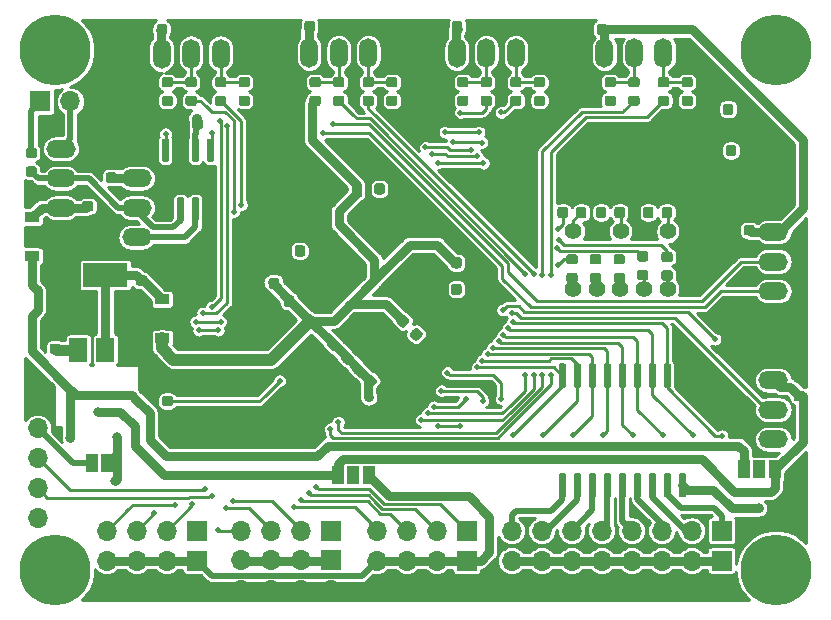
<source format=gbr>
G04 #@! TF.GenerationSoftware,KiCad,Pcbnew,(5.1.2)-1*
G04 #@! TF.CreationDate,2019-06-29T05:03:23+09:00*
G04 #@! TF.ProjectId,stm32f4_board_test,73746d33-3266-4345-9f62-6f6172645f74,rev?*
G04 #@! TF.SameCoordinates,Original*
G04 #@! TF.FileFunction,Copper,L4,Bot*
G04 #@! TF.FilePolarity,Positive*
%FSLAX46Y46*%
G04 Gerber Fmt 4.6, Leading zero omitted, Abs format (unit mm)*
G04 Created by KiCad (PCBNEW (5.1.2)-1) date 2019-06-29 05:03:23*
%MOMM*%
%LPD*%
G04 APERTURE LIST*
%ADD10C,0.100000*%
%ADD11C,0.875000*%
%ADD12O,2.500000X1.500000*%
%ADD13R,1.700000X1.700000*%
%ADD14O,1.700000X1.700000*%
%ADD15R,3.800000X2.000000*%
%ADD16R,1.500000X2.000000*%
%ADD17C,0.600000*%
%ADD18R,1.000000X1.500000*%
%ADD19O,1.500000X2.500000*%
%ADD20R,1.200000X0.900000*%
%ADD21C,1.400000*%
%ADD22C,6.000000*%
%ADD23C,0.500000*%
%ADD24C,0.800000*%
%ADD25C,0.250000*%
%ADD26C,0.800000*%
%ADD27C,0.500000*%
%ADD28C,0.900000*%
%ADD29C,0.350000*%
%ADD30C,1.000000*%
%ADD31C,0.254000*%
G04 APERTURE END LIST*
D10*
G36*
X47027691Y-20276053D02*
G01*
X47048926Y-20279203D01*
X47069750Y-20284419D01*
X47089962Y-20291651D01*
X47109368Y-20300830D01*
X47127781Y-20311866D01*
X47145024Y-20324654D01*
X47160930Y-20339070D01*
X47175346Y-20354976D01*
X47188134Y-20372219D01*
X47199170Y-20390632D01*
X47208349Y-20410038D01*
X47215581Y-20430250D01*
X47220797Y-20451074D01*
X47223947Y-20472309D01*
X47225000Y-20493750D01*
X47225000Y-20931250D01*
X47223947Y-20952691D01*
X47220797Y-20973926D01*
X47215581Y-20994750D01*
X47208349Y-21014962D01*
X47199170Y-21034368D01*
X47188134Y-21052781D01*
X47175346Y-21070024D01*
X47160930Y-21085930D01*
X47145024Y-21100346D01*
X47127781Y-21113134D01*
X47109368Y-21124170D01*
X47089962Y-21133349D01*
X47069750Y-21140581D01*
X47048926Y-21145797D01*
X47027691Y-21148947D01*
X47006250Y-21150000D01*
X46493750Y-21150000D01*
X46472309Y-21148947D01*
X46451074Y-21145797D01*
X46430250Y-21140581D01*
X46410038Y-21133349D01*
X46390632Y-21124170D01*
X46372219Y-21113134D01*
X46354976Y-21100346D01*
X46339070Y-21085930D01*
X46324654Y-21070024D01*
X46311866Y-21052781D01*
X46300830Y-21034368D01*
X46291651Y-21014962D01*
X46284419Y-20994750D01*
X46279203Y-20973926D01*
X46276053Y-20952691D01*
X46275000Y-20931250D01*
X46275000Y-20493750D01*
X46276053Y-20472309D01*
X46279203Y-20451074D01*
X46284419Y-20430250D01*
X46291651Y-20410038D01*
X46300830Y-20390632D01*
X46311866Y-20372219D01*
X46324654Y-20354976D01*
X46339070Y-20339070D01*
X46354976Y-20324654D01*
X46372219Y-20311866D01*
X46390632Y-20300830D01*
X46410038Y-20291651D01*
X46430250Y-20284419D01*
X46451074Y-20279203D01*
X46472309Y-20276053D01*
X46493750Y-20275000D01*
X47006250Y-20275000D01*
X47027691Y-20276053D01*
X47027691Y-20276053D01*
G37*
D11*
X46750000Y-20712500D03*
D10*
G36*
X47027691Y-21851053D02*
G01*
X47048926Y-21854203D01*
X47069750Y-21859419D01*
X47089962Y-21866651D01*
X47109368Y-21875830D01*
X47127781Y-21886866D01*
X47145024Y-21899654D01*
X47160930Y-21914070D01*
X47175346Y-21929976D01*
X47188134Y-21947219D01*
X47199170Y-21965632D01*
X47208349Y-21985038D01*
X47215581Y-22005250D01*
X47220797Y-22026074D01*
X47223947Y-22047309D01*
X47225000Y-22068750D01*
X47225000Y-22506250D01*
X47223947Y-22527691D01*
X47220797Y-22548926D01*
X47215581Y-22569750D01*
X47208349Y-22589962D01*
X47199170Y-22609368D01*
X47188134Y-22627781D01*
X47175346Y-22645024D01*
X47160930Y-22660930D01*
X47145024Y-22675346D01*
X47127781Y-22688134D01*
X47109368Y-22699170D01*
X47089962Y-22708349D01*
X47069750Y-22715581D01*
X47048926Y-22720797D01*
X47027691Y-22723947D01*
X47006250Y-22725000D01*
X46493750Y-22725000D01*
X46472309Y-22723947D01*
X46451074Y-22720797D01*
X46430250Y-22715581D01*
X46410038Y-22708349D01*
X46390632Y-22699170D01*
X46372219Y-22688134D01*
X46354976Y-22675346D01*
X46339070Y-22660930D01*
X46324654Y-22645024D01*
X46311866Y-22627781D01*
X46300830Y-22609368D01*
X46291651Y-22589962D01*
X46284419Y-22569750D01*
X46279203Y-22548926D01*
X46276053Y-22527691D01*
X46275000Y-22506250D01*
X46275000Y-22068750D01*
X46276053Y-22047309D01*
X46279203Y-22026074D01*
X46284419Y-22005250D01*
X46291651Y-21985038D01*
X46300830Y-21965632D01*
X46311866Y-21947219D01*
X46324654Y-21929976D01*
X46339070Y-21914070D01*
X46354976Y-21899654D01*
X46372219Y-21886866D01*
X46390632Y-21875830D01*
X46410038Y-21866651D01*
X46430250Y-21859419D01*
X46451074Y-21854203D01*
X46472309Y-21851053D01*
X46493750Y-21850000D01*
X47006250Y-21850000D01*
X47027691Y-21851053D01*
X47027691Y-21851053D01*
G37*
D11*
X46750000Y-22287500D03*
D12*
X9890000Y-18850000D03*
X9890000Y-16350000D03*
X9890000Y-13850000D03*
X9890000Y-11350000D03*
D10*
G36*
X38777691Y-22776053D02*
G01*
X38798926Y-22779203D01*
X38819750Y-22784419D01*
X38839962Y-22791651D01*
X38859368Y-22800830D01*
X38877781Y-22811866D01*
X38895024Y-22824654D01*
X38910930Y-22839070D01*
X38925346Y-22854976D01*
X38938134Y-22872219D01*
X38949170Y-22890632D01*
X38958349Y-22910038D01*
X38965581Y-22930250D01*
X38970797Y-22951074D01*
X38973947Y-22972309D01*
X38975000Y-22993750D01*
X38975000Y-23506250D01*
X38973947Y-23527691D01*
X38970797Y-23548926D01*
X38965581Y-23569750D01*
X38958349Y-23589962D01*
X38949170Y-23609368D01*
X38938134Y-23627781D01*
X38925346Y-23645024D01*
X38910930Y-23660930D01*
X38895024Y-23675346D01*
X38877781Y-23688134D01*
X38859368Y-23699170D01*
X38839962Y-23708349D01*
X38819750Y-23715581D01*
X38798926Y-23720797D01*
X38777691Y-23723947D01*
X38756250Y-23725000D01*
X38318750Y-23725000D01*
X38297309Y-23723947D01*
X38276074Y-23720797D01*
X38255250Y-23715581D01*
X38235038Y-23708349D01*
X38215632Y-23699170D01*
X38197219Y-23688134D01*
X38179976Y-23675346D01*
X38164070Y-23660930D01*
X38149654Y-23645024D01*
X38136866Y-23627781D01*
X38125830Y-23609368D01*
X38116651Y-23589962D01*
X38109419Y-23569750D01*
X38104203Y-23548926D01*
X38101053Y-23527691D01*
X38100000Y-23506250D01*
X38100000Y-22993750D01*
X38101053Y-22972309D01*
X38104203Y-22951074D01*
X38109419Y-22930250D01*
X38116651Y-22910038D01*
X38125830Y-22890632D01*
X38136866Y-22872219D01*
X38149654Y-22854976D01*
X38164070Y-22839070D01*
X38179976Y-22824654D01*
X38197219Y-22811866D01*
X38215632Y-22800830D01*
X38235038Y-22791651D01*
X38255250Y-22784419D01*
X38276074Y-22779203D01*
X38297309Y-22776053D01*
X38318750Y-22775000D01*
X38756250Y-22775000D01*
X38777691Y-22776053D01*
X38777691Y-22776053D01*
G37*
D11*
X38537500Y-23250000D03*
D10*
G36*
X37202691Y-22776053D02*
G01*
X37223926Y-22779203D01*
X37244750Y-22784419D01*
X37264962Y-22791651D01*
X37284368Y-22800830D01*
X37302781Y-22811866D01*
X37320024Y-22824654D01*
X37335930Y-22839070D01*
X37350346Y-22854976D01*
X37363134Y-22872219D01*
X37374170Y-22890632D01*
X37383349Y-22910038D01*
X37390581Y-22930250D01*
X37395797Y-22951074D01*
X37398947Y-22972309D01*
X37400000Y-22993750D01*
X37400000Y-23506250D01*
X37398947Y-23527691D01*
X37395797Y-23548926D01*
X37390581Y-23569750D01*
X37383349Y-23589962D01*
X37374170Y-23609368D01*
X37363134Y-23627781D01*
X37350346Y-23645024D01*
X37335930Y-23660930D01*
X37320024Y-23675346D01*
X37302781Y-23688134D01*
X37284368Y-23699170D01*
X37264962Y-23708349D01*
X37244750Y-23715581D01*
X37223926Y-23720797D01*
X37202691Y-23723947D01*
X37181250Y-23725000D01*
X36743750Y-23725000D01*
X36722309Y-23723947D01*
X36701074Y-23720797D01*
X36680250Y-23715581D01*
X36660038Y-23708349D01*
X36640632Y-23699170D01*
X36622219Y-23688134D01*
X36604976Y-23675346D01*
X36589070Y-23660930D01*
X36574654Y-23645024D01*
X36561866Y-23627781D01*
X36550830Y-23609368D01*
X36541651Y-23589962D01*
X36534419Y-23569750D01*
X36529203Y-23548926D01*
X36526053Y-23527691D01*
X36525000Y-23506250D01*
X36525000Y-22993750D01*
X36526053Y-22972309D01*
X36529203Y-22951074D01*
X36534419Y-22930250D01*
X36541651Y-22910038D01*
X36550830Y-22890632D01*
X36561866Y-22872219D01*
X36574654Y-22854976D01*
X36589070Y-22839070D01*
X36604976Y-22824654D01*
X36622219Y-22811866D01*
X36640632Y-22800830D01*
X36660038Y-22791651D01*
X36680250Y-22784419D01*
X36701074Y-22779203D01*
X36722309Y-22776053D01*
X36743750Y-22775000D01*
X37181250Y-22775000D01*
X37202691Y-22776053D01*
X37202691Y-22776053D01*
G37*
D11*
X36962500Y-23250000D03*
D10*
G36*
X30702691Y-14276053D02*
G01*
X30723926Y-14279203D01*
X30744750Y-14284419D01*
X30764962Y-14291651D01*
X30784368Y-14300830D01*
X30802781Y-14311866D01*
X30820024Y-14324654D01*
X30835930Y-14339070D01*
X30850346Y-14354976D01*
X30863134Y-14372219D01*
X30874170Y-14390632D01*
X30883349Y-14410038D01*
X30890581Y-14430250D01*
X30895797Y-14451074D01*
X30898947Y-14472309D01*
X30900000Y-14493750D01*
X30900000Y-15006250D01*
X30898947Y-15027691D01*
X30895797Y-15048926D01*
X30890581Y-15069750D01*
X30883349Y-15089962D01*
X30874170Y-15109368D01*
X30863134Y-15127781D01*
X30850346Y-15145024D01*
X30835930Y-15160930D01*
X30820024Y-15175346D01*
X30802781Y-15188134D01*
X30784368Y-15199170D01*
X30764962Y-15208349D01*
X30744750Y-15215581D01*
X30723926Y-15220797D01*
X30702691Y-15223947D01*
X30681250Y-15225000D01*
X30243750Y-15225000D01*
X30222309Y-15223947D01*
X30201074Y-15220797D01*
X30180250Y-15215581D01*
X30160038Y-15208349D01*
X30140632Y-15199170D01*
X30122219Y-15188134D01*
X30104976Y-15175346D01*
X30089070Y-15160930D01*
X30074654Y-15145024D01*
X30061866Y-15127781D01*
X30050830Y-15109368D01*
X30041651Y-15089962D01*
X30034419Y-15069750D01*
X30029203Y-15048926D01*
X30026053Y-15027691D01*
X30025000Y-15006250D01*
X30025000Y-14493750D01*
X30026053Y-14472309D01*
X30029203Y-14451074D01*
X30034419Y-14430250D01*
X30041651Y-14410038D01*
X30050830Y-14390632D01*
X30061866Y-14372219D01*
X30074654Y-14354976D01*
X30089070Y-14339070D01*
X30104976Y-14324654D01*
X30122219Y-14311866D01*
X30140632Y-14300830D01*
X30160038Y-14291651D01*
X30180250Y-14284419D01*
X30201074Y-14279203D01*
X30222309Y-14276053D01*
X30243750Y-14275000D01*
X30681250Y-14275000D01*
X30702691Y-14276053D01*
X30702691Y-14276053D01*
G37*
D11*
X30462500Y-14750000D03*
D10*
G36*
X32277691Y-14276053D02*
G01*
X32298926Y-14279203D01*
X32319750Y-14284419D01*
X32339962Y-14291651D01*
X32359368Y-14300830D01*
X32377781Y-14311866D01*
X32395024Y-14324654D01*
X32410930Y-14339070D01*
X32425346Y-14354976D01*
X32438134Y-14372219D01*
X32449170Y-14390632D01*
X32458349Y-14410038D01*
X32465581Y-14430250D01*
X32470797Y-14451074D01*
X32473947Y-14472309D01*
X32475000Y-14493750D01*
X32475000Y-15006250D01*
X32473947Y-15027691D01*
X32470797Y-15048926D01*
X32465581Y-15069750D01*
X32458349Y-15089962D01*
X32449170Y-15109368D01*
X32438134Y-15127781D01*
X32425346Y-15145024D01*
X32410930Y-15160930D01*
X32395024Y-15175346D01*
X32377781Y-15188134D01*
X32359368Y-15199170D01*
X32339962Y-15208349D01*
X32319750Y-15215581D01*
X32298926Y-15220797D01*
X32277691Y-15223947D01*
X32256250Y-15225000D01*
X31818750Y-15225000D01*
X31797309Y-15223947D01*
X31776074Y-15220797D01*
X31755250Y-15215581D01*
X31735038Y-15208349D01*
X31715632Y-15199170D01*
X31697219Y-15188134D01*
X31679976Y-15175346D01*
X31664070Y-15160930D01*
X31649654Y-15145024D01*
X31636866Y-15127781D01*
X31625830Y-15109368D01*
X31616651Y-15089962D01*
X31609419Y-15069750D01*
X31604203Y-15048926D01*
X31601053Y-15027691D01*
X31600000Y-15006250D01*
X31600000Y-14493750D01*
X31601053Y-14472309D01*
X31604203Y-14451074D01*
X31609419Y-14430250D01*
X31616651Y-14410038D01*
X31625830Y-14390632D01*
X31636866Y-14372219D01*
X31649654Y-14354976D01*
X31664070Y-14339070D01*
X31679976Y-14324654D01*
X31697219Y-14311866D01*
X31715632Y-14300830D01*
X31735038Y-14291651D01*
X31755250Y-14284419D01*
X31776074Y-14279203D01*
X31797309Y-14276053D01*
X31818750Y-14275000D01*
X32256250Y-14275000D01*
X32277691Y-14276053D01*
X32277691Y-14276053D01*
G37*
D11*
X32037500Y-14750000D03*
D10*
G36*
X47952691Y-776053D02*
G01*
X47973926Y-779203D01*
X47994750Y-784419D01*
X48014962Y-791651D01*
X48034368Y-800830D01*
X48052781Y-811866D01*
X48070024Y-824654D01*
X48085930Y-839070D01*
X48100346Y-854976D01*
X48113134Y-872219D01*
X48124170Y-890632D01*
X48133349Y-910038D01*
X48140581Y-930250D01*
X48145797Y-951074D01*
X48148947Y-972309D01*
X48150000Y-993750D01*
X48150000Y-1506250D01*
X48148947Y-1527691D01*
X48145797Y-1548926D01*
X48140581Y-1569750D01*
X48133349Y-1589962D01*
X48124170Y-1609368D01*
X48113134Y-1627781D01*
X48100346Y-1645024D01*
X48085930Y-1660930D01*
X48070024Y-1675346D01*
X48052781Y-1688134D01*
X48034368Y-1699170D01*
X48014962Y-1708349D01*
X47994750Y-1715581D01*
X47973926Y-1720797D01*
X47952691Y-1723947D01*
X47931250Y-1725000D01*
X47493750Y-1725000D01*
X47472309Y-1723947D01*
X47451074Y-1720797D01*
X47430250Y-1715581D01*
X47410038Y-1708349D01*
X47390632Y-1699170D01*
X47372219Y-1688134D01*
X47354976Y-1675346D01*
X47339070Y-1660930D01*
X47324654Y-1645024D01*
X47311866Y-1627781D01*
X47300830Y-1609368D01*
X47291651Y-1589962D01*
X47284419Y-1569750D01*
X47279203Y-1548926D01*
X47276053Y-1527691D01*
X47275000Y-1506250D01*
X47275000Y-993750D01*
X47276053Y-972309D01*
X47279203Y-951074D01*
X47284419Y-930250D01*
X47291651Y-910038D01*
X47300830Y-890632D01*
X47311866Y-872219D01*
X47324654Y-854976D01*
X47339070Y-839070D01*
X47354976Y-824654D01*
X47372219Y-811866D01*
X47390632Y-800830D01*
X47410038Y-791651D01*
X47430250Y-784419D01*
X47451074Y-779203D01*
X47472309Y-776053D01*
X47493750Y-775000D01*
X47931250Y-775000D01*
X47952691Y-776053D01*
X47952691Y-776053D01*
G37*
D11*
X47712500Y-1250000D03*
D10*
G36*
X49527691Y-776053D02*
G01*
X49548926Y-779203D01*
X49569750Y-784419D01*
X49589962Y-791651D01*
X49609368Y-800830D01*
X49627781Y-811866D01*
X49645024Y-824654D01*
X49660930Y-839070D01*
X49675346Y-854976D01*
X49688134Y-872219D01*
X49699170Y-890632D01*
X49708349Y-910038D01*
X49715581Y-930250D01*
X49720797Y-951074D01*
X49723947Y-972309D01*
X49725000Y-993750D01*
X49725000Y-1506250D01*
X49723947Y-1527691D01*
X49720797Y-1548926D01*
X49715581Y-1569750D01*
X49708349Y-1589962D01*
X49699170Y-1609368D01*
X49688134Y-1627781D01*
X49675346Y-1645024D01*
X49660930Y-1660930D01*
X49645024Y-1675346D01*
X49627781Y-1688134D01*
X49609368Y-1699170D01*
X49589962Y-1708349D01*
X49569750Y-1715581D01*
X49548926Y-1720797D01*
X49527691Y-1723947D01*
X49506250Y-1725000D01*
X49068750Y-1725000D01*
X49047309Y-1723947D01*
X49026074Y-1720797D01*
X49005250Y-1715581D01*
X48985038Y-1708349D01*
X48965632Y-1699170D01*
X48947219Y-1688134D01*
X48929976Y-1675346D01*
X48914070Y-1660930D01*
X48899654Y-1645024D01*
X48886866Y-1627781D01*
X48875830Y-1609368D01*
X48866651Y-1589962D01*
X48859419Y-1569750D01*
X48854203Y-1548926D01*
X48851053Y-1527691D01*
X48850000Y-1506250D01*
X48850000Y-993750D01*
X48851053Y-972309D01*
X48854203Y-951074D01*
X48859419Y-930250D01*
X48866651Y-910038D01*
X48875830Y-890632D01*
X48886866Y-872219D01*
X48899654Y-854976D01*
X48914070Y-839070D01*
X48929976Y-824654D01*
X48947219Y-811866D01*
X48965632Y-800830D01*
X48985038Y-791651D01*
X49005250Y-784419D01*
X49026074Y-779203D01*
X49047309Y-776053D01*
X49068750Y-775000D01*
X49506250Y-775000D01*
X49527691Y-776053D01*
X49527691Y-776053D01*
G37*
D11*
X49287500Y-1250000D03*
D10*
G36*
X37277691Y-526053D02*
G01*
X37298926Y-529203D01*
X37319750Y-534419D01*
X37339962Y-541651D01*
X37359368Y-550830D01*
X37377781Y-561866D01*
X37395024Y-574654D01*
X37410930Y-589070D01*
X37425346Y-604976D01*
X37438134Y-622219D01*
X37449170Y-640632D01*
X37458349Y-660038D01*
X37465581Y-680250D01*
X37470797Y-701074D01*
X37473947Y-722309D01*
X37475000Y-743750D01*
X37475000Y-1256250D01*
X37473947Y-1277691D01*
X37470797Y-1298926D01*
X37465581Y-1319750D01*
X37458349Y-1339962D01*
X37449170Y-1359368D01*
X37438134Y-1377781D01*
X37425346Y-1395024D01*
X37410930Y-1410930D01*
X37395024Y-1425346D01*
X37377781Y-1438134D01*
X37359368Y-1449170D01*
X37339962Y-1458349D01*
X37319750Y-1465581D01*
X37298926Y-1470797D01*
X37277691Y-1473947D01*
X37256250Y-1475000D01*
X36818750Y-1475000D01*
X36797309Y-1473947D01*
X36776074Y-1470797D01*
X36755250Y-1465581D01*
X36735038Y-1458349D01*
X36715632Y-1449170D01*
X36697219Y-1438134D01*
X36679976Y-1425346D01*
X36664070Y-1410930D01*
X36649654Y-1395024D01*
X36636866Y-1377781D01*
X36625830Y-1359368D01*
X36616651Y-1339962D01*
X36609419Y-1319750D01*
X36604203Y-1298926D01*
X36601053Y-1277691D01*
X36600000Y-1256250D01*
X36600000Y-743750D01*
X36601053Y-722309D01*
X36604203Y-701074D01*
X36609419Y-680250D01*
X36616651Y-660038D01*
X36625830Y-640632D01*
X36636866Y-622219D01*
X36649654Y-604976D01*
X36664070Y-589070D01*
X36679976Y-574654D01*
X36697219Y-561866D01*
X36715632Y-550830D01*
X36735038Y-541651D01*
X36755250Y-534419D01*
X36776074Y-529203D01*
X36797309Y-526053D01*
X36818750Y-525000D01*
X37256250Y-525000D01*
X37277691Y-526053D01*
X37277691Y-526053D01*
G37*
D11*
X37037500Y-1000000D03*
D10*
G36*
X35702691Y-526053D02*
G01*
X35723926Y-529203D01*
X35744750Y-534419D01*
X35764962Y-541651D01*
X35784368Y-550830D01*
X35802781Y-561866D01*
X35820024Y-574654D01*
X35835930Y-589070D01*
X35850346Y-604976D01*
X35863134Y-622219D01*
X35874170Y-640632D01*
X35883349Y-660038D01*
X35890581Y-680250D01*
X35895797Y-701074D01*
X35898947Y-722309D01*
X35900000Y-743750D01*
X35900000Y-1256250D01*
X35898947Y-1277691D01*
X35895797Y-1298926D01*
X35890581Y-1319750D01*
X35883349Y-1339962D01*
X35874170Y-1359368D01*
X35863134Y-1377781D01*
X35850346Y-1395024D01*
X35835930Y-1410930D01*
X35820024Y-1425346D01*
X35802781Y-1438134D01*
X35784368Y-1449170D01*
X35764962Y-1458349D01*
X35744750Y-1465581D01*
X35723926Y-1470797D01*
X35702691Y-1473947D01*
X35681250Y-1475000D01*
X35243750Y-1475000D01*
X35222309Y-1473947D01*
X35201074Y-1470797D01*
X35180250Y-1465581D01*
X35160038Y-1458349D01*
X35140632Y-1449170D01*
X35122219Y-1438134D01*
X35104976Y-1425346D01*
X35089070Y-1410930D01*
X35074654Y-1395024D01*
X35061866Y-1377781D01*
X35050830Y-1359368D01*
X35041651Y-1339962D01*
X35034419Y-1319750D01*
X35029203Y-1298926D01*
X35026053Y-1277691D01*
X35025000Y-1256250D01*
X35025000Y-743750D01*
X35026053Y-722309D01*
X35029203Y-701074D01*
X35034419Y-680250D01*
X35041651Y-660038D01*
X35050830Y-640632D01*
X35061866Y-622219D01*
X35074654Y-604976D01*
X35089070Y-589070D01*
X35104976Y-574654D01*
X35122219Y-561866D01*
X35140632Y-550830D01*
X35160038Y-541651D01*
X35180250Y-534419D01*
X35201074Y-529203D01*
X35222309Y-526053D01*
X35243750Y-525000D01*
X35681250Y-525000D01*
X35702691Y-526053D01*
X35702691Y-526053D01*
G37*
D11*
X35462500Y-1000000D03*
D10*
G36*
X23202691Y-526053D02*
G01*
X23223926Y-529203D01*
X23244750Y-534419D01*
X23264962Y-541651D01*
X23284368Y-550830D01*
X23302781Y-561866D01*
X23320024Y-574654D01*
X23335930Y-589070D01*
X23350346Y-604976D01*
X23363134Y-622219D01*
X23374170Y-640632D01*
X23383349Y-660038D01*
X23390581Y-680250D01*
X23395797Y-701074D01*
X23398947Y-722309D01*
X23400000Y-743750D01*
X23400000Y-1256250D01*
X23398947Y-1277691D01*
X23395797Y-1298926D01*
X23390581Y-1319750D01*
X23383349Y-1339962D01*
X23374170Y-1359368D01*
X23363134Y-1377781D01*
X23350346Y-1395024D01*
X23335930Y-1410930D01*
X23320024Y-1425346D01*
X23302781Y-1438134D01*
X23284368Y-1449170D01*
X23264962Y-1458349D01*
X23244750Y-1465581D01*
X23223926Y-1470797D01*
X23202691Y-1473947D01*
X23181250Y-1475000D01*
X22743750Y-1475000D01*
X22722309Y-1473947D01*
X22701074Y-1470797D01*
X22680250Y-1465581D01*
X22660038Y-1458349D01*
X22640632Y-1449170D01*
X22622219Y-1438134D01*
X22604976Y-1425346D01*
X22589070Y-1410930D01*
X22574654Y-1395024D01*
X22561866Y-1377781D01*
X22550830Y-1359368D01*
X22541651Y-1339962D01*
X22534419Y-1319750D01*
X22529203Y-1298926D01*
X22526053Y-1277691D01*
X22525000Y-1256250D01*
X22525000Y-743750D01*
X22526053Y-722309D01*
X22529203Y-701074D01*
X22534419Y-680250D01*
X22541651Y-660038D01*
X22550830Y-640632D01*
X22561866Y-622219D01*
X22574654Y-604976D01*
X22589070Y-589070D01*
X22604976Y-574654D01*
X22622219Y-561866D01*
X22640632Y-550830D01*
X22660038Y-541651D01*
X22680250Y-534419D01*
X22701074Y-529203D01*
X22722309Y-526053D01*
X22743750Y-525000D01*
X23181250Y-525000D01*
X23202691Y-526053D01*
X23202691Y-526053D01*
G37*
D11*
X22962500Y-1000000D03*
D10*
G36*
X24777691Y-526053D02*
G01*
X24798926Y-529203D01*
X24819750Y-534419D01*
X24839962Y-541651D01*
X24859368Y-550830D01*
X24877781Y-561866D01*
X24895024Y-574654D01*
X24910930Y-589070D01*
X24925346Y-604976D01*
X24938134Y-622219D01*
X24949170Y-640632D01*
X24958349Y-660038D01*
X24965581Y-680250D01*
X24970797Y-701074D01*
X24973947Y-722309D01*
X24975000Y-743750D01*
X24975000Y-1256250D01*
X24973947Y-1277691D01*
X24970797Y-1298926D01*
X24965581Y-1319750D01*
X24958349Y-1339962D01*
X24949170Y-1359368D01*
X24938134Y-1377781D01*
X24925346Y-1395024D01*
X24910930Y-1410930D01*
X24895024Y-1425346D01*
X24877781Y-1438134D01*
X24859368Y-1449170D01*
X24839962Y-1458349D01*
X24819750Y-1465581D01*
X24798926Y-1470797D01*
X24777691Y-1473947D01*
X24756250Y-1475000D01*
X24318750Y-1475000D01*
X24297309Y-1473947D01*
X24276074Y-1470797D01*
X24255250Y-1465581D01*
X24235038Y-1458349D01*
X24215632Y-1449170D01*
X24197219Y-1438134D01*
X24179976Y-1425346D01*
X24164070Y-1410930D01*
X24149654Y-1395024D01*
X24136866Y-1377781D01*
X24125830Y-1359368D01*
X24116651Y-1339962D01*
X24109419Y-1319750D01*
X24104203Y-1298926D01*
X24101053Y-1277691D01*
X24100000Y-1256250D01*
X24100000Y-743750D01*
X24101053Y-722309D01*
X24104203Y-701074D01*
X24109419Y-680250D01*
X24116651Y-660038D01*
X24125830Y-640632D01*
X24136866Y-622219D01*
X24149654Y-604976D01*
X24164070Y-589070D01*
X24179976Y-574654D01*
X24197219Y-561866D01*
X24215632Y-550830D01*
X24235038Y-541651D01*
X24255250Y-534419D01*
X24276074Y-529203D01*
X24297309Y-526053D01*
X24318750Y-525000D01*
X24756250Y-525000D01*
X24777691Y-526053D01*
X24777691Y-526053D01*
G37*
D11*
X24537500Y-1000000D03*
D10*
G36*
X62027691Y-17813553D02*
G01*
X62048926Y-17816703D01*
X62069750Y-17821919D01*
X62089962Y-17829151D01*
X62109368Y-17838330D01*
X62127781Y-17849366D01*
X62145024Y-17862154D01*
X62160930Y-17876570D01*
X62175346Y-17892476D01*
X62188134Y-17909719D01*
X62199170Y-17928132D01*
X62208349Y-17947538D01*
X62215581Y-17967750D01*
X62220797Y-17988574D01*
X62223947Y-18009809D01*
X62225000Y-18031250D01*
X62225000Y-18468750D01*
X62223947Y-18490191D01*
X62220797Y-18511426D01*
X62215581Y-18532250D01*
X62208349Y-18552462D01*
X62199170Y-18571868D01*
X62188134Y-18590281D01*
X62175346Y-18607524D01*
X62160930Y-18623430D01*
X62145024Y-18637846D01*
X62127781Y-18650634D01*
X62109368Y-18661670D01*
X62089962Y-18670849D01*
X62069750Y-18678081D01*
X62048926Y-18683297D01*
X62027691Y-18686447D01*
X62006250Y-18687500D01*
X61493750Y-18687500D01*
X61472309Y-18686447D01*
X61451074Y-18683297D01*
X61430250Y-18678081D01*
X61410038Y-18670849D01*
X61390632Y-18661670D01*
X61372219Y-18650634D01*
X61354976Y-18637846D01*
X61339070Y-18623430D01*
X61324654Y-18607524D01*
X61311866Y-18590281D01*
X61300830Y-18571868D01*
X61291651Y-18552462D01*
X61284419Y-18532250D01*
X61279203Y-18511426D01*
X61276053Y-18490191D01*
X61275000Y-18468750D01*
X61275000Y-18031250D01*
X61276053Y-18009809D01*
X61279203Y-17988574D01*
X61284419Y-17967750D01*
X61291651Y-17947538D01*
X61300830Y-17928132D01*
X61311866Y-17909719D01*
X61324654Y-17892476D01*
X61339070Y-17876570D01*
X61354976Y-17862154D01*
X61372219Y-17849366D01*
X61390632Y-17838330D01*
X61410038Y-17829151D01*
X61430250Y-17821919D01*
X61451074Y-17816703D01*
X61472309Y-17813553D01*
X61493750Y-17812500D01*
X62006250Y-17812500D01*
X62027691Y-17813553D01*
X62027691Y-17813553D01*
G37*
D11*
X61750000Y-18250000D03*
D10*
G36*
X62027691Y-16238553D02*
G01*
X62048926Y-16241703D01*
X62069750Y-16246919D01*
X62089962Y-16254151D01*
X62109368Y-16263330D01*
X62127781Y-16274366D01*
X62145024Y-16287154D01*
X62160930Y-16301570D01*
X62175346Y-16317476D01*
X62188134Y-16334719D01*
X62199170Y-16353132D01*
X62208349Y-16372538D01*
X62215581Y-16392750D01*
X62220797Y-16413574D01*
X62223947Y-16434809D01*
X62225000Y-16456250D01*
X62225000Y-16893750D01*
X62223947Y-16915191D01*
X62220797Y-16936426D01*
X62215581Y-16957250D01*
X62208349Y-16977462D01*
X62199170Y-16996868D01*
X62188134Y-17015281D01*
X62175346Y-17032524D01*
X62160930Y-17048430D01*
X62145024Y-17062846D01*
X62127781Y-17075634D01*
X62109368Y-17086670D01*
X62089962Y-17095849D01*
X62069750Y-17103081D01*
X62048926Y-17108297D01*
X62027691Y-17111447D01*
X62006250Y-17112500D01*
X61493750Y-17112500D01*
X61472309Y-17111447D01*
X61451074Y-17108297D01*
X61430250Y-17103081D01*
X61410038Y-17095849D01*
X61390632Y-17086670D01*
X61372219Y-17075634D01*
X61354976Y-17062846D01*
X61339070Y-17048430D01*
X61324654Y-17032524D01*
X61311866Y-17015281D01*
X61300830Y-16996868D01*
X61291651Y-16977462D01*
X61284419Y-16957250D01*
X61279203Y-16936426D01*
X61276053Y-16915191D01*
X61275000Y-16893750D01*
X61275000Y-16456250D01*
X61276053Y-16434809D01*
X61279203Y-16413574D01*
X61284419Y-16392750D01*
X61291651Y-16372538D01*
X61300830Y-16353132D01*
X61311866Y-16334719D01*
X61324654Y-16317476D01*
X61339070Y-16301570D01*
X61354976Y-16287154D01*
X61372219Y-16274366D01*
X61390632Y-16263330D01*
X61410038Y-16254151D01*
X61430250Y-16246919D01*
X61451074Y-16241703D01*
X61472309Y-16238553D01*
X61493750Y-16237500D01*
X62006250Y-16237500D01*
X62027691Y-16238553D01*
X62027691Y-16238553D01*
G37*
D11*
X61750000Y-16675000D03*
D10*
G36*
X12777691Y-32276053D02*
G01*
X12798926Y-32279203D01*
X12819750Y-32284419D01*
X12839962Y-32291651D01*
X12859368Y-32300830D01*
X12877781Y-32311866D01*
X12895024Y-32324654D01*
X12910930Y-32339070D01*
X12925346Y-32354976D01*
X12938134Y-32372219D01*
X12949170Y-32390632D01*
X12958349Y-32410038D01*
X12965581Y-32430250D01*
X12970797Y-32451074D01*
X12973947Y-32472309D01*
X12975000Y-32493750D01*
X12975000Y-32931250D01*
X12973947Y-32952691D01*
X12970797Y-32973926D01*
X12965581Y-32994750D01*
X12958349Y-33014962D01*
X12949170Y-33034368D01*
X12938134Y-33052781D01*
X12925346Y-33070024D01*
X12910930Y-33085930D01*
X12895024Y-33100346D01*
X12877781Y-33113134D01*
X12859368Y-33124170D01*
X12839962Y-33133349D01*
X12819750Y-33140581D01*
X12798926Y-33145797D01*
X12777691Y-33148947D01*
X12756250Y-33150000D01*
X12243750Y-33150000D01*
X12222309Y-33148947D01*
X12201074Y-33145797D01*
X12180250Y-33140581D01*
X12160038Y-33133349D01*
X12140632Y-33124170D01*
X12122219Y-33113134D01*
X12104976Y-33100346D01*
X12089070Y-33085930D01*
X12074654Y-33070024D01*
X12061866Y-33052781D01*
X12050830Y-33034368D01*
X12041651Y-33014962D01*
X12034419Y-32994750D01*
X12029203Y-32973926D01*
X12026053Y-32952691D01*
X12025000Y-32931250D01*
X12025000Y-32493750D01*
X12026053Y-32472309D01*
X12029203Y-32451074D01*
X12034419Y-32430250D01*
X12041651Y-32410038D01*
X12050830Y-32390632D01*
X12061866Y-32372219D01*
X12074654Y-32354976D01*
X12089070Y-32339070D01*
X12104976Y-32324654D01*
X12122219Y-32311866D01*
X12140632Y-32300830D01*
X12160038Y-32291651D01*
X12180250Y-32284419D01*
X12201074Y-32279203D01*
X12222309Y-32276053D01*
X12243750Y-32275000D01*
X12756250Y-32275000D01*
X12777691Y-32276053D01*
X12777691Y-32276053D01*
G37*
D11*
X12500000Y-32712500D03*
D10*
G36*
X12777691Y-33851053D02*
G01*
X12798926Y-33854203D01*
X12819750Y-33859419D01*
X12839962Y-33866651D01*
X12859368Y-33875830D01*
X12877781Y-33886866D01*
X12895024Y-33899654D01*
X12910930Y-33914070D01*
X12925346Y-33929976D01*
X12938134Y-33947219D01*
X12949170Y-33965632D01*
X12958349Y-33985038D01*
X12965581Y-34005250D01*
X12970797Y-34026074D01*
X12973947Y-34047309D01*
X12975000Y-34068750D01*
X12975000Y-34506250D01*
X12973947Y-34527691D01*
X12970797Y-34548926D01*
X12965581Y-34569750D01*
X12958349Y-34589962D01*
X12949170Y-34609368D01*
X12938134Y-34627781D01*
X12925346Y-34645024D01*
X12910930Y-34660930D01*
X12895024Y-34675346D01*
X12877781Y-34688134D01*
X12859368Y-34699170D01*
X12839962Y-34708349D01*
X12819750Y-34715581D01*
X12798926Y-34720797D01*
X12777691Y-34723947D01*
X12756250Y-34725000D01*
X12243750Y-34725000D01*
X12222309Y-34723947D01*
X12201074Y-34720797D01*
X12180250Y-34715581D01*
X12160038Y-34708349D01*
X12140632Y-34699170D01*
X12122219Y-34688134D01*
X12104976Y-34675346D01*
X12089070Y-34660930D01*
X12074654Y-34645024D01*
X12061866Y-34627781D01*
X12050830Y-34609368D01*
X12041651Y-34589962D01*
X12034419Y-34569750D01*
X12029203Y-34548926D01*
X12026053Y-34527691D01*
X12025000Y-34506250D01*
X12025000Y-34068750D01*
X12026053Y-34047309D01*
X12029203Y-34026074D01*
X12034419Y-34005250D01*
X12041651Y-33985038D01*
X12050830Y-33965632D01*
X12061866Y-33947219D01*
X12074654Y-33929976D01*
X12089070Y-33914070D01*
X12104976Y-33899654D01*
X12122219Y-33886866D01*
X12140632Y-33875830D01*
X12160038Y-33866651D01*
X12180250Y-33859419D01*
X12201074Y-33854203D01*
X12222309Y-33851053D01*
X12243750Y-33850000D01*
X12756250Y-33850000D01*
X12777691Y-33851053D01*
X12777691Y-33851053D01*
G37*
D11*
X12500000Y-34287500D03*
D10*
G36*
X3277691Y-27851053D02*
G01*
X3298926Y-27854203D01*
X3319750Y-27859419D01*
X3339962Y-27866651D01*
X3359368Y-27875830D01*
X3377781Y-27886866D01*
X3395024Y-27899654D01*
X3410930Y-27914070D01*
X3425346Y-27929976D01*
X3438134Y-27947219D01*
X3449170Y-27965632D01*
X3458349Y-27985038D01*
X3465581Y-28005250D01*
X3470797Y-28026074D01*
X3473947Y-28047309D01*
X3475000Y-28068750D01*
X3475000Y-28506250D01*
X3473947Y-28527691D01*
X3470797Y-28548926D01*
X3465581Y-28569750D01*
X3458349Y-28589962D01*
X3449170Y-28609368D01*
X3438134Y-28627781D01*
X3425346Y-28645024D01*
X3410930Y-28660930D01*
X3395024Y-28675346D01*
X3377781Y-28688134D01*
X3359368Y-28699170D01*
X3339962Y-28708349D01*
X3319750Y-28715581D01*
X3298926Y-28720797D01*
X3277691Y-28723947D01*
X3256250Y-28725000D01*
X2743750Y-28725000D01*
X2722309Y-28723947D01*
X2701074Y-28720797D01*
X2680250Y-28715581D01*
X2660038Y-28708349D01*
X2640632Y-28699170D01*
X2622219Y-28688134D01*
X2604976Y-28675346D01*
X2589070Y-28660930D01*
X2574654Y-28645024D01*
X2561866Y-28627781D01*
X2550830Y-28609368D01*
X2541651Y-28589962D01*
X2534419Y-28569750D01*
X2529203Y-28548926D01*
X2526053Y-28527691D01*
X2525000Y-28506250D01*
X2525000Y-28068750D01*
X2526053Y-28047309D01*
X2529203Y-28026074D01*
X2534419Y-28005250D01*
X2541651Y-27985038D01*
X2550830Y-27965632D01*
X2561866Y-27947219D01*
X2574654Y-27929976D01*
X2589070Y-27914070D01*
X2604976Y-27899654D01*
X2622219Y-27886866D01*
X2640632Y-27875830D01*
X2660038Y-27866651D01*
X2680250Y-27859419D01*
X2701074Y-27854203D01*
X2722309Y-27851053D01*
X2743750Y-27850000D01*
X3256250Y-27850000D01*
X3277691Y-27851053D01*
X3277691Y-27851053D01*
G37*
D11*
X3000000Y-28287500D03*
D10*
G36*
X3277691Y-26276053D02*
G01*
X3298926Y-26279203D01*
X3319750Y-26284419D01*
X3339962Y-26291651D01*
X3359368Y-26300830D01*
X3377781Y-26311866D01*
X3395024Y-26324654D01*
X3410930Y-26339070D01*
X3425346Y-26354976D01*
X3438134Y-26372219D01*
X3449170Y-26390632D01*
X3458349Y-26410038D01*
X3465581Y-26430250D01*
X3470797Y-26451074D01*
X3473947Y-26472309D01*
X3475000Y-26493750D01*
X3475000Y-26931250D01*
X3473947Y-26952691D01*
X3470797Y-26973926D01*
X3465581Y-26994750D01*
X3458349Y-27014962D01*
X3449170Y-27034368D01*
X3438134Y-27052781D01*
X3425346Y-27070024D01*
X3410930Y-27085930D01*
X3395024Y-27100346D01*
X3377781Y-27113134D01*
X3359368Y-27124170D01*
X3339962Y-27133349D01*
X3319750Y-27140581D01*
X3298926Y-27145797D01*
X3277691Y-27148947D01*
X3256250Y-27150000D01*
X2743750Y-27150000D01*
X2722309Y-27148947D01*
X2701074Y-27145797D01*
X2680250Y-27140581D01*
X2660038Y-27133349D01*
X2640632Y-27124170D01*
X2622219Y-27113134D01*
X2604976Y-27100346D01*
X2589070Y-27085930D01*
X2574654Y-27070024D01*
X2561866Y-27052781D01*
X2550830Y-27034368D01*
X2541651Y-27014962D01*
X2534419Y-26994750D01*
X2529203Y-26973926D01*
X2526053Y-26952691D01*
X2525000Y-26931250D01*
X2525000Y-26493750D01*
X2526053Y-26472309D01*
X2529203Y-26451074D01*
X2534419Y-26430250D01*
X2541651Y-26410038D01*
X2550830Y-26390632D01*
X2561866Y-26372219D01*
X2574654Y-26354976D01*
X2589070Y-26339070D01*
X2604976Y-26324654D01*
X2622219Y-26311866D01*
X2640632Y-26300830D01*
X2660038Y-26291651D01*
X2680250Y-26284419D01*
X2701074Y-26279203D01*
X2722309Y-26276053D01*
X2743750Y-26275000D01*
X3256250Y-26275000D01*
X3277691Y-26276053D01*
X3277691Y-26276053D01*
G37*
D11*
X3000000Y-26712500D03*
D10*
G36*
X10567691Y-20486053D02*
G01*
X10588926Y-20489203D01*
X10609750Y-20494419D01*
X10629962Y-20501651D01*
X10649368Y-20510830D01*
X10667781Y-20521866D01*
X10685024Y-20534654D01*
X10700930Y-20549070D01*
X10715346Y-20564976D01*
X10728134Y-20582219D01*
X10739170Y-20600632D01*
X10748349Y-20620038D01*
X10755581Y-20640250D01*
X10760797Y-20661074D01*
X10763947Y-20682309D01*
X10765000Y-20703750D01*
X10765000Y-21141250D01*
X10763947Y-21162691D01*
X10760797Y-21183926D01*
X10755581Y-21204750D01*
X10748349Y-21224962D01*
X10739170Y-21244368D01*
X10728134Y-21262781D01*
X10715346Y-21280024D01*
X10700930Y-21295930D01*
X10685024Y-21310346D01*
X10667781Y-21323134D01*
X10649368Y-21334170D01*
X10629962Y-21343349D01*
X10609750Y-21350581D01*
X10588926Y-21355797D01*
X10567691Y-21358947D01*
X10546250Y-21360000D01*
X10033750Y-21360000D01*
X10012309Y-21358947D01*
X9991074Y-21355797D01*
X9970250Y-21350581D01*
X9950038Y-21343349D01*
X9930632Y-21334170D01*
X9912219Y-21323134D01*
X9894976Y-21310346D01*
X9879070Y-21295930D01*
X9864654Y-21280024D01*
X9851866Y-21262781D01*
X9840830Y-21244368D01*
X9831651Y-21224962D01*
X9824419Y-21204750D01*
X9819203Y-21183926D01*
X9816053Y-21162691D01*
X9815000Y-21141250D01*
X9815000Y-20703750D01*
X9816053Y-20682309D01*
X9819203Y-20661074D01*
X9824419Y-20640250D01*
X9831651Y-20620038D01*
X9840830Y-20600632D01*
X9851866Y-20582219D01*
X9864654Y-20564976D01*
X9879070Y-20549070D01*
X9894976Y-20534654D01*
X9912219Y-20521866D01*
X9930632Y-20510830D01*
X9950038Y-20501651D01*
X9970250Y-20494419D01*
X9991074Y-20489203D01*
X10012309Y-20486053D01*
X10033750Y-20485000D01*
X10546250Y-20485000D01*
X10567691Y-20486053D01*
X10567691Y-20486053D01*
G37*
D11*
X10290000Y-20922500D03*
D10*
G36*
X10567691Y-22061053D02*
G01*
X10588926Y-22064203D01*
X10609750Y-22069419D01*
X10629962Y-22076651D01*
X10649368Y-22085830D01*
X10667781Y-22096866D01*
X10685024Y-22109654D01*
X10700930Y-22124070D01*
X10715346Y-22139976D01*
X10728134Y-22157219D01*
X10739170Y-22175632D01*
X10748349Y-22195038D01*
X10755581Y-22215250D01*
X10760797Y-22236074D01*
X10763947Y-22257309D01*
X10765000Y-22278750D01*
X10765000Y-22716250D01*
X10763947Y-22737691D01*
X10760797Y-22758926D01*
X10755581Y-22779750D01*
X10748349Y-22799962D01*
X10739170Y-22819368D01*
X10728134Y-22837781D01*
X10715346Y-22855024D01*
X10700930Y-22870930D01*
X10685024Y-22885346D01*
X10667781Y-22898134D01*
X10649368Y-22909170D01*
X10629962Y-22918349D01*
X10609750Y-22925581D01*
X10588926Y-22930797D01*
X10567691Y-22933947D01*
X10546250Y-22935000D01*
X10033750Y-22935000D01*
X10012309Y-22933947D01*
X9991074Y-22930797D01*
X9970250Y-22925581D01*
X9950038Y-22918349D01*
X9930632Y-22909170D01*
X9912219Y-22898134D01*
X9894976Y-22885346D01*
X9879070Y-22870930D01*
X9864654Y-22855024D01*
X9851866Y-22837781D01*
X9840830Y-22819368D01*
X9831651Y-22799962D01*
X9824419Y-22779750D01*
X9819203Y-22758926D01*
X9816053Y-22737691D01*
X9815000Y-22716250D01*
X9815000Y-22278750D01*
X9816053Y-22257309D01*
X9819203Y-22236074D01*
X9824419Y-22215250D01*
X9831651Y-22195038D01*
X9840830Y-22175632D01*
X9851866Y-22157219D01*
X9864654Y-22139976D01*
X9879070Y-22124070D01*
X9894976Y-22109654D01*
X9912219Y-22096866D01*
X9930632Y-22085830D01*
X9950038Y-22076651D01*
X9970250Y-22069419D01*
X9991074Y-22064203D01*
X10012309Y-22061053D01*
X10033750Y-22060000D01*
X10546250Y-22060000D01*
X10567691Y-22061053D01*
X10567691Y-22061053D01*
G37*
D11*
X10290000Y-22497500D03*
D10*
G36*
X15277691Y-8776053D02*
G01*
X15298926Y-8779203D01*
X15319750Y-8784419D01*
X15339962Y-8791651D01*
X15359368Y-8800830D01*
X15377781Y-8811866D01*
X15395024Y-8824654D01*
X15410930Y-8839070D01*
X15425346Y-8854976D01*
X15438134Y-8872219D01*
X15449170Y-8890632D01*
X15458349Y-8910038D01*
X15465581Y-8930250D01*
X15470797Y-8951074D01*
X15473947Y-8972309D01*
X15475000Y-8993750D01*
X15475000Y-9506250D01*
X15473947Y-9527691D01*
X15470797Y-9548926D01*
X15465581Y-9569750D01*
X15458349Y-9589962D01*
X15449170Y-9609368D01*
X15438134Y-9627781D01*
X15425346Y-9645024D01*
X15410930Y-9660930D01*
X15395024Y-9675346D01*
X15377781Y-9688134D01*
X15359368Y-9699170D01*
X15339962Y-9708349D01*
X15319750Y-9715581D01*
X15298926Y-9720797D01*
X15277691Y-9723947D01*
X15256250Y-9725000D01*
X14818750Y-9725000D01*
X14797309Y-9723947D01*
X14776074Y-9720797D01*
X14755250Y-9715581D01*
X14735038Y-9708349D01*
X14715632Y-9699170D01*
X14697219Y-9688134D01*
X14679976Y-9675346D01*
X14664070Y-9660930D01*
X14649654Y-9645024D01*
X14636866Y-9627781D01*
X14625830Y-9609368D01*
X14616651Y-9589962D01*
X14609419Y-9569750D01*
X14604203Y-9548926D01*
X14601053Y-9527691D01*
X14600000Y-9506250D01*
X14600000Y-8993750D01*
X14601053Y-8972309D01*
X14604203Y-8951074D01*
X14609419Y-8930250D01*
X14616651Y-8910038D01*
X14625830Y-8890632D01*
X14636866Y-8872219D01*
X14649654Y-8854976D01*
X14664070Y-8839070D01*
X14679976Y-8824654D01*
X14697219Y-8811866D01*
X14715632Y-8800830D01*
X14735038Y-8791651D01*
X14755250Y-8784419D01*
X14776074Y-8779203D01*
X14797309Y-8776053D01*
X14818750Y-8775000D01*
X15256250Y-8775000D01*
X15277691Y-8776053D01*
X15277691Y-8776053D01*
G37*
D11*
X15037500Y-9250000D03*
D10*
G36*
X13702691Y-8776053D02*
G01*
X13723926Y-8779203D01*
X13744750Y-8784419D01*
X13764962Y-8791651D01*
X13784368Y-8800830D01*
X13802781Y-8811866D01*
X13820024Y-8824654D01*
X13835930Y-8839070D01*
X13850346Y-8854976D01*
X13863134Y-8872219D01*
X13874170Y-8890632D01*
X13883349Y-8910038D01*
X13890581Y-8930250D01*
X13895797Y-8951074D01*
X13898947Y-8972309D01*
X13900000Y-8993750D01*
X13900000Y-9506250D01*
X13898947Y-9527691D01*
X13895797Y-9548926D01*
X13890581Y-9569750D01*
X13883349Y-9589962D01*
X13874170Y-9609368D01*
X13863134Y-9627781D01*
X13850346Y-9645024D01*
X13835930Y-9660930D01*
X13820024Y-9675346D01*
X13802781Y-9688134D01*
X13784368Y-9699170D01*
X13764962Y-9708349D01*
X13744750Y-9715581D01*
X13723926Y-9720797D01*
X13702691Y-9723947D01*
X13681250Y-9725000D01*
X13243750Y-9725000D01*
X13222309Y-9723947D01*
X13201074Y-9720797D01*
X13180250Y-9715581D01*
X13160038Y-9708349D01*
X13140632Y-9699170D01*
X13122219Y-9688134D01*
X13104976Y-9675346D01*
X13089070Y-9660930D01*
X13074654Y-9645024D01*
X13061866Y-9627781D01*
X13050830Y-9609368D01*
X13041651Y-9589962D01*
X13034419Y-9569750D01*
X13029203Y-9548926D01*
X13026053Y-9527691D01*
X13025000Y-9506250D01*
X13025000Y-8993750D01*
X13026053Y-8972309D01*
X13029203Y-8951074D01*
X13034419Y-8930250D01*
X13041651Y-8910038D01*
X13050830Y-8890632D01*
X13061866Y-8872219D01*
X13074654Y-8854976D01*
X13089070Y-8839070D01*
X13104976Y-8824654D01*
X13122219Y-8811866D01*
X13140632Y-8800830D01*
X13160038Y-8791651D01*
X13180250Y-8784419D01*
X13201074Y-8779203D01*
X13222309Y-8776053D01*
X13243750Y-8775000D01*
X13681250Y-8775000D01*
X13702691Y-8776053D01*
X13702691Y-8776053D01*
G37*
D11*
X13462500Y-9250000D03*
D10*
G36*
X26598077Y-29673274D02*
G01*
X26619312Y-29676424D01*
X26640136Y-29681640D01*
X26660348Y-29688872D01*
X26679754Y-29698051D01*
X26698167Y-29709087D01*
X26715410Y-29721875D01*
X26731316Y-29736291D01*
X27093709Y-30098684D01*
X27108125Y-30114590D01*
X27120913Y-30131833D01*
X27131949Y-30150246D01*
X27141128Y-30169652D01*
X27148360Y-30189864D01*
X27153576Y-30210688D01*
X27156726Y-30231923D01*
X27157779Y-30253364D01*
X27156726Y-30274805D01*
X27153576Y-30296040D01*
X27148360Y-30316864D01*
X27141128Y-30337076D01*
X27131949Y-30356482D01*
X27120913Y-30374895D01*
X27108125Y-30392138D01*
X27093709Y-30408044D01*
X26784350Y-30717403D01*
X26768444Y-30731819D01*
X26751201Y-30744607D01*
X26732788Y-30755643D01*
X26713382Y-30764822D01*
X26693170Y-30772054D01*
X26672346Y-30777270D01*
X26651111Y-30780420D01*
X26629670Y-30781473D01*
X26608229Y-30780420D01*
X26586994Y-30777270D01*
X26566170Y-30772054D01*
X26545958Y-30764822D01*
X26526552Y-30755643D01*
X26508139Y-30744607D01*
X26490896Y-30731819D01*
X26474990Y-30717403D01*
X26112597Y-30355010D01*
X26098181Y-30339104D01*
X26085393Y-30321861D01*
X26074357Y-30303448D01*
X26065178Y-30284042D01*
X26057946Y-30263830D01*
X26052730Y-30243006D01*
X26049580Y-30221771D01*
X26048527Y-30200330D01*
X26049580Y-30178889D01*
X26052730Y-30157654D01*
X26057946Y-30136830D01*
X26065178Y-30116618D01*
X26074357Y-30097212D01*
X26085393Y-30078799D01*
X26098181Y-30061556D01*
X26112597Y-30045650D01*
X26421956Y-29736291D01*
X26437862Y-29721875D01*
X26455105Y-29709087D01*
X26473518Y-29698051D01*
X26492924Y-29688872D01*
X26513136Y-29681640D01*
X26533960Y-29676424D01*
X26555195Y-29673274D01*
X26576636Y-29672221D01*
X26598077Y-29673274D01*
X26598077Y-29673274D01*
G37*
D11*
X26603153Y-30226847D03*
D10*
G36*
X27711771Y-28559580D02*
G01*
X27733006Y-28562730D01*
X27753830Y-28567946D01*
X27774042Y-28575178D01*
X27793448Y-28584357D01*
X27811861Y-28595393D01*
X27829104Y-28608181D01*
X27845010Y-28622597D01*
X28207403Y-28984990D01*
X28221819Y-29000896D01*
X28234607Y-29018139D01*
X28245643Y-29036552D01*
X28254822Y-29055958D01*
X28262054Y-29076170D01*
X28267270Y-29096994D01*
X28270420Y-29118229D01*
X28271473Y-29139670D01*
X28270420Y-29161111D01*
X28267270Y-29182346D01*
X28262054Y-29203170D01*
X28254822Y-29223382D01*
X28245643Y-29242788D01*
X28234607Y-29261201D01*
X28221819Y-29278444D01*
X28207403Y-29294350D01*
X27898044Y-29603709D01*
X27882138Y-29618125D01*
X27864895Y-29630913D01*
X27846482Y-29641949D01*
X27827076Y-29651128D01*
X27806864Y-29658360D01*
X27786040Y-29663576D01*
X27764805Y-29666726D01*
X27743364Y-29667779D01*
X27721923Y-29666726D01*
X27700688Y-29663576D01*
X27679864Y-29658360D01*
X27659652Y-29651128D01*
X27640246Y-29641949D01*
X27621833Y-29630913D01*
X27604590Y-29618125D01*
X27588684Y-29603709D01*
X27226291Y-29241316D01*
X27211875Y-29225410D01*
X27199087Y-29208167D01*
X27188051Y-29189754D01*
X27178872Y-29170348D01*
X27171640Y-29150136D01*
X27166424Y-29129312D01*
X27163274Y-29108077D01*
X27162221Y-29086636D01*
X27163274Y-29065195D01*
X27166424Y-29043960D01*
X27171640Y-29023136D01*
X27178872Y-29002924D01*
X27188051Y-28983518D01*
X27199087Y-28965105D01*
X27211875Y-28947862D01*
X27226291Y-28931956D01*
X27535650Y-28622597D01*
X27551556Y-28608181D01*
X27568799Y-28595393D01*
X27587212Y-28584357D01*
X27606618Y-28575178D01*
X27626830Y-28567946D01*
X27647654Y-28562730D01*
X27668889Y-28559580D01*
X27690330Y-28558527D01*
X27711771Y-28559580D01*
X27711771Y-28559580D01*
G37*
D11*
X27716847Y-29113153D03*
D10*
G36*
X28641771Y-29489580D02*
G01*
X28663006Y-29492730D01*
X28683830Y-29497946D01*
X28704042Y-29505178D01*
X28723448Y-29514357D01*
X28741861Y-29525393D01*
X28759104Y-29538181D01*
X28775010Y-29552597D01*
X29137403Y-29914990D01*
X29151819Y-29930896D01*
X29164607Y-29948139D01*
X29175643Y-29966552D01*
X29184822Y-29985958D01*
X29192054Y-30006170D01*
X29197270Y-30026994D01*
X29200420Y-30048229D01*
X29201473Y-30069670D01*
X29200420Y-30091111D01*
X29197270Y-30112346D01*
X29192054Y-30133170D01*
X29184822Y-30153382D01*
X29175643Y-30172788D01*
X29164607Y-30191201D01*
X29151819Y-30208444D01*
X29137403Y-30224350D01*
X28828044Y-30533709D01*
X28812138Y-30548125D01*
X28794895Y-30560913D01*
X28776482Y-30571949D01*
X28757076Y-30581128D01*
X28736864Y-30588360D01*
X28716040Y-30593576D01*
X28694805Y-30596726D01*
X28673364Y-30597779D01*
X28651923Y-30596726D01*
X28630688Y-30593576D01*
X28609864Y-30588360D01*
X28589652Y-30581128D01*
X28570246Y-30571949D01*
X28551833Y-30560913D01*
X28534590Y-30548125D01*
X28518684Y-30533709D01*
X28156291Y-30171316D01*
X28141875Y-30155410D01*
X28129087Y-30138167D01*
X28118051Y-30119754D01*
X28108872Y-30100348D01*
X28101640Y-30080136D01*
X28096424Y-30059312D01*
X28093274Y-30038077D01*
X28092221Y-30016636D01*
X28093274Y-29995195D01*
X28096424Y-29973960D01*
X28101640Y-29953136D01*
X28108872Y-29932924D01*
X28118051Y-29913518D01*
X28129087Y-29895105D01*
X28141875Y-29877862D01*
X28156291Y-29861956D01*
X28465650Y-29552597D01*
X28481556Y-29538181D01*
X28498799Y-29525393D01*
X28517212Y-29514357D01*
X28536618Y-29505178D01*
X28556830Y-29497946D01*
X28577654Y-29492730D01*
X28598889Y-29489580D01*
X28620330Y-29488527D01*
X28641771Y-29489580D01*
X28641771Y-29489580D01*
G37*
D11*
X28646847Y-30043153D03*
D10*
G36*
X27528077Y-30603274D02*
G01*
X27549312Y-30606424D01*
X27570136Y-30611640D01*
X27590348Y-30618872D01*
X27609754Y-30628051D01*
X27628167Y-30639087D01*
X27645410Y-30651875D01*
X27661316Y-30666291D01*
X28023709Y-31028684D01*
X28038125Y-31044590D01*
X28050913Y-31061833D01*
X28061949Y-31080246D01*
X28071128Y-31099652D01*
X28078360Y-31119864D01*
X28083576Y-31140688D01*
X28086726Y-31161923D01*
X28087779Y-31183364D01*
X28086726Y-31204805D01*
X28083576Y-31226040D01*
X28078360Y-31246864D01*
X28071128Y-31267076D01*
X28061949Y-31286482D01*
X28050913Y-31304895D01*
X28038125Y-31322138D01*
X28023709Y-31338044D01*
X27714350Y-31647403D01*
X27698444Y-31661819D01*
X27681201Y-31674607D01*
X27662788Y-31685643D01*
X27643382Y-31694822D01*
X27623170Y-31702054D01*
X27602346Y-31707270D01*
X27581111Y-31710420D01*
X27559670Y-31711473D01*
X27538229Y-31710420D01*
X27516994Y-31707270D01*
X27496170Y-31702054D01*
X27475958Y-31694822D01*
X27456552Y-31685643D01*
X27438139Y-31674607D01*
X27420896Y-31661819D01*
X27404990Y-31647403D01*
X27042597Y-31285010D01*
X27028181Y-31269104D01*
X27015393Y-31251861D01*
X27004357Y-31233448D01*
X26995178Y-31214042D01*
X26987946Y-31193830D01*
X26982730Y-31173006D01*
X26979580Y-31151771D01*
X26978527Y-31130330D01*
X26979580Y-31108889D01*
X26982730Y-31087654D01*
X26987946Y-31066830D01*
X26995178Y-31046618D01*
X27004357Y-31027212D01*
X27015393Y-31008799D01*
X27028181Y-30991556D01*
X27042597Y-30975650D01*
X27351956Y-30666291D01*
X27367862Y-30651875D01*
X27385105Y-30639087D01*
X27403518Y-30628051D01*
X27422924Y-30618872D01*
X27443136Y-30611640D01*
X27463960Y-30606424D01*
X27485195Y-30603274D01*
X27506636Y-30602221D01*
X27528077Y-30603274D01*
X27528077Y-30603274D01*
G37*
D11*
X27533153Y-31156847D03*
D10*
G36*
X23052691Y-25376053D02*
G01*
X23073926Y-25379203D01*
X23094750Y-25384419D01*
X23114962Y-25391651D01*
X23134368Y-25400830D01*
X23152781Y-25411866D01*
X23170024Y-25424654D01*
X23185930Y-25439070D01*
X23200346Y-25454976D01*
X23213134Y-25472219D01*
X23224170Y-25490632D01*
X23233349Y-25510038D01*
X23240581Y-25530250D01*
X23245797Y-25551074D01*
X23248947Y-25572309D01*
X23250000Y-25593750D01*
X23250000Y-26106250D01*
X23248947Y-26127691D01*
X23245797Y-26148926D01*
X23240581Y-26169750D01*
X23233349Y-26189962D01*
X23224170Y-26209368D01*
X23213134Y-26227781D01*
X23200346Y-26245024D01*
X23185930Y-26260930D01*
X23170024Y-26275346D01*
X23152781Y-26288134D01*
X23134368Y-26299170D01*
X23114962Y-26308349D01*
X23094750Y-26315581D01*
X23073926Y-26320797D01*
X23052691Y-26323947D01*
X23031250Y-26325000D01*
X22593750Y-26325000D01*
X22572309Y-26323947D01*
X22551074Y-26320797D01*
X22530250Y-26315581D01*
X22510038Y-26308349D01*
X22490632Y-26299170D01*
X22472219Y-26288134D01*
X22454976Y-26275346D01*
X22439070Y-26260930D01*
X22424654Y-26245024D01*
X22411866Y-26227781D01*
X22400830Y-26209368D01*
X22391651Y-26189962D01*
X22384419Y-26169750D01*
X22379203Y-26148926D01*
X22376053Y-26127691D01*
X22375000Y-26106250D01*
X22375000Y-25593750D01*
X22376053Y-25572309D01*
X22379203Y-25551074D01*
X22384419Y-25530250D01*
X22391651Y-25510038D01*
X22400830Y-25490632D01*
X22411866Y-25472219D01*
X22424654Y-25454976D01*
X22439070Y-25439070D01*
X22454976Y-25424654D01*
X22472219Y-25411866D01*
X22490632Y-25400830D01*
X22510038Y-25391651D01*
X22530250Y-25384419D01*
X22551074Y-25379203D01*
X22572309Y-25376053D01*
X22593750Y-25375000D01*
X23031250Y-25375000D01*
X23052691Y-25376053D01*
X23052691Y-25376053D01*
G37*
D11*
X22812500Y-25850000D03*
D10*
G36*
X24627691Y-25376053D02*
G01*
X24648926Y-25379203D01*
X24669750Y-25384419D01*
X24689962Y-25391651D01*
X24709368Y-25400830D01*
X24727781Y-25411866D01*
X24745024Y-25424654D01*
X24760930Y-25439070D01*
X24775346Y-25454976D01*
X24788134Y-25472219D01*
X24799170Y-25490632D01*
X24808349Y-25510038D01*
X24815581Y-25530250D01*
X24820797Y-25551074D01*
X24823947Y-25572309D01*
X24825000Y-25593750D01*
X24825000Y-26106250D01*
X24823947Y-26127691D01*
X24820797Y-26148926D01*
X24815581Y-26169750D01*
X24808349Y-26189962D01*
X24799170Y-26209368D01*
X24788134Y-26227781D01*
X24775346Y-26245024D01*
X24760930Y-26260930D01*
X24745024Y-26275346D01*
X24727781Y-26288134D01*
X24709368Y-26299170D01*
X24689962Y-26308349D01*
X24669750Y-26315581D01*
X24648926Y-26320797D01*
X24627691Y-26323947D01*
X24606250Y-26325000D01*
X24168750Y-26325000D01*
X24147309Y-26323947D01*
X24126074Y-26320797D01*
X24105250Y-26315581D01*
X24085038Y-26308349D01*
X24065632Y-26299170D01*
X24047219Y-26288134D01*
X24029976Y-26275346D01*
X24014070Y-26260930D01*
X23999654Y-26245024D01*
X23986866Y-26227781D01*
X23975830Y-26209368D01*
X23966651Y-26189962D01*
X23959419Y-26169750D01*
X23954203Y-26148926D01*
X23951053Y-26127691D01*
X23950000Y-26106250D01*
X23950000Y-25593750D01*
X23951053Y-25572309D01*
X23954203Y-25551074D01*
X23959419Y-25530250D01*
X23966651Y-25510038D01*
X23975830Y-25490632D01*
X23986866Y-25472219D01*
X23999654Y-25454976D01*
X24014070Y-25439070D01*
X24029976Y-25424654D01*
X24047219Y-25411866D01*
X24065632Y-25400830D01*
X24085038Y-25391651D01*
X24105250Y-25384419D01*
X24126074Y-25379203D01*
X24147309Y-25376053D01*
X24168750Y-25375000D01*
X24606250Y-25375000D01*
X24627691Y-25376053D01*
X24627691Y-25376053D01*
G37*
D11*
X24387500Y-25850000D03*
D10*
G36*
X26571771Y-27409580D02*
G01*
X26593006Y-27412730D01*
X26613830Y-27417946D01*
X26634042Y-27425178D01*
X26653448Y-27434357D01*
X26671861Y-27445393D01*
X26689104Y-27458181D01*
X26705010Y-27472597D01*
X27067403Y-27834990D01*
X27081819Y-27850896D01*
X27094607Y-27868139D01*
X27105643Y-27886552D01*
X27114822Y-27905958D01*
X27122054Y-27926170D01*
X27127270Y-27946994D01*
X27130420Y-27968229D01*
X27131473Y-27989670D01*
X27130420Y-28011111D01*
X27127270Y-28032346D01*
X27122054Y-28053170D01*
X27114822Y-28073382D01*
X27105643Y-28092788D01*
X27094607Y-28111201D01*
X27081819Y-28128444D01*
X27067403Y-28144350D01*
X26758044Y-28453709D01*
X26742138Y-28468125D01*
X26724895Y-28480913D01*
X26706482Y-28491949D01*
X26687076Y-28501128D01*
X26666864Y-28508360D01*
X26646040Y-28513576D01*
X26624805Y-28516726D01*
X26603364Y-28517779D01*
X26581923Y-28516726D01*
X26560688Y-28513576D01*
X26539864Y-28508360D01*
X26519652Y-28501128D01*
X26500246Y-28491949D01*
X26481833Y-28480913D01*
X26464590Y-28468125D01*
X26448684Y-28453709D01*
X26086291Y-28091316D01*
X26071875Y-28075410D01*
X26059087Y-28058167D01*
X26048051Y-28039754D01*
X26038872Y-28020348D01*
X26031640Y-28000136D01*
X26026424Y-27979312D01*
X26023274Y-27958077D01*
X26022221Y-27936636D01*
X26023274Y-27915195D01*
X26026424Y-27893960D01*
X26031640Y-27873136D01*
X26038872Y-27852924D01*
X26048051Y-27833518D01*
X26059087Y-27815105D01*
X26071875Y-27797862D01*
X26086291Y-27781956D01*
X26395650Y-27472597D01*
X26411556Y-27458181D01*
X26428799Y-27445393D01*
X26447212Y-27434357D01*
X26466618Y-27425178D01*
X26486830Y-27417946D01*
X26507654Y-27412730D01*
X26528889Y-27409580D01*
X26550330Y-27408527D01*
X26571771Y-27409580D01*
X26571771Y-27409580D01*
G37*
D11*
X26576847Y-27963153D03*
D10*
G36*
X25458077Y-28523274D02*
G01*
X25479312Y-28526424D01*
X25500136Y-28531640D01*
X25520348Y-28538872D01*
X25539754Y-28548051D01*
X25558167Y-28559087D01*
X25575410Y-28571875D01*
X25591316Y-28586291D01*
X25953709Y-28948684D01*
X25968125Y-28964590D01*
X25980913Y-28981833D01*
X25991949Y-29000246D01*
X26001128Y-29019652D01*
X26008360Y-29039864D01*
X26013576Y-29060688D01*
X26016726Y-29081923D01*
X26017779Y-29103364D01*
X26016726Y-29124805D01*
X26013576Y-29146040D01*
X26008360Y-29166864D01*
X26001128Y-29187076D01*
X25991949Y-29206482D01*
X25980913Y-29224895D01*
X25968125Y-29242138D01*
X25953709Y-29258044D01*
X25644350Y-29567403D01*
X25628444Y-29581819D01*
X25611201Y-29594607D01*
X25592788Y-29605643D01*
X25573382Y-29614822D01*
X25553170Y-29622054D01*
X25532346Y-29627270D01*
X25511111Y-29630420D01*
X25489670Y-29631473D01*
X25468229Y-29630420D01*
X25446994Y-29627270D01*
X25426170Y-29622054D01*
X25405958Y-29614822D01*
X25386552Y-29605643D01*
X25368139Y-29594607D01*
X25350896Y-29581819D01*
X25334990Y-29567403D01*
X24972597Y-29205010D01*
X24958181Y-29189104D01*
X24945393Y-29171861D01*
X24934357Y-29153448D01*
X24925178Y-29134042D01*
X24917946Y-29113830D01*
X24912730Y-29093006D01*
X24909580Y-29071771D01*
X24908527Y-29050330D01*
X24909580Y-29028889D01*
X24912730Y-29007654D01*
X24917946Y-28986830D01*
X24925178Y-28966618D01*
X24934357Y-28947212D01*
X24945393Y-28928799D01*
X24958181Y-28911556D01*
X24972597Y-28895650D01*
X25281956Y-28586291D01*
X25297862Y-28571875D01*
X25315105Y-28559087D01*
X25333518Y-28548051D01*
X25352924Y-28538872D01*
X25373136Y-28531640D01*
X25393960Y-28526424D01*
X25415195Y-28523274D01*
X25436636Y-28522221D01*
X25458077Y-28523274D01*
X25458077Y-28523274D01*
G37*
D11*
X25463153Y-29076847D03*
D10*
G36*
X30854805Y-31603274D02*
G01*
X30876040Y-31606424D01*
X30896864Y-31611640D01*
X30917076Y-31618872D01*
X30936482Y-31628051D01*
X30954895Y-31639087D01*
X30972138Y-31651875D01*
X30988044Y-31666291D01*
X31297403Y-31975650D01*
X31311819Y-31991556D01*
X31324607Y-32008799D01*
X31335643Y-32027212D01*
X31344822Y-32046618D01*
X31352054Y-32066830D01*
X31357270Y-32087654D01*
X31360420Y-32108889D01*
X31361473Y-32130330D01*
X31360420Y-32151771D01*
X31357270Y-32173006D01*
X31352054Y-32193830D01*
X31344822Y-32214042D01*
X31335643Y-32233448D01*
X31324607Y-32251861D01*
X31311819Y-32269104D01*
X31297403Y-32285010D01*
X30935010Y-32647403D01*
X30919104Y-32661819D01*
X30901861Y-32674607D01*
X30883448Y-32685643D01*
X30864042Y-32694822D01*
X30843830Y-32702054D01*
X30823006Y-32707270D01*
X30801771Y-32710420D01*
X30780330Y-32711473D01*
X30758889Y-32710420D01*
X30737654Y-32707270D01*
X30716830Y-32702054D01*
X30696618Y-32694822D01*
X30677212Y-32685643D01*
X30658799Y-32674607D01*
X30641556Y-32661819D01*
X30625650Y-32647403D01*
X30316291Y-32338044D01*
X30301875Y-32322138D01*
X30289087Y-32304895D01*
X30278051Y-32286482D01*
X30268872Y-32267076D01*
X30261640Y-32246864D01*
X30256424Y-32226040D01*
X30253274Y-32204805D01*
X30252221Y-32183364D01*
X30253274Y-32161923D01*
X30256424Y-32140688D01*
X30261640Y-32119864D01*
X30268872Y-32099652D01*
X30278051Y-32080246D01*
X30289087Y-32061833D01*
X30301875Y-32044590D01*
X30316291Y-32028684D01*
X30678684Y-31666291D01*
X30694590Y-31651875D01*
X30711833Y-31639087D01*
X30730246Y-31628051D01*
X30749652Y-31618872D01*
X30769864Y-31611640D01*
X30790688Y-31606424D01*
X30811923Y-31603274D01*
X30833364Y-31602221D01*
X30854805Y-31603274D01*
X30854805Y-31603274D01*
G37*
D11*
X30806847Y-32156847D03*
D10*
G36*
X29741111Y-30489580D02*
G01*
X29762346Y-30492730D01*
X29783170Y-30497946D01*
X29803382Y-30505178D01*
X29822788Y-30514357D01*
X29841201Y-30525393D01*
X29858444Y-30538181D01*
X29874350Y-30552597D01*
X30183709Y-30861956D01*
X30198125Y-30877862D01*
X30210913Y-30895105D01*
X30221949Y-30913518D01*
X30231128Y-30932924D01*
X30238360Y-30953136D01*
X30243576Y-30973960D01*
X30246726Y-30995195D01*
X30247779Y-31016636D01*
X30246726Y-31038077D01*
X30243576Y-31059312D01*
X30238360Y-31080136D01*
X30231128Y-31100348D01*
X30221949Y-31119754D01*
X30210913Y-31138167D01*
X30198125Y-31155410D01*
X30183709Y-31171316D01*
X29821316Y-31533709D01*
X29805410Y-31548125D01*
X29788167Y-31560913D01*
X29769754Y-31571949D01*
X29750348Y-31581128D01*
X29730136Y-31588360D01*
X29709312Y-31593576D01*
X29688077Y-31596726D01*
X29666636Y-31597779D01*
X29645195Y-31596726D01*
X29623960Y-31593576D01*
X29603136Y-31588360D01*
X29582924Y-31581128D01*
X29563518Y-31571949D01*
X29545105Y-31560913D01*
X29527862Y-31548125D01*
X29511956Y-31533709D01*
X29202597Y-31224350D01*
X29188181Y-31208444D01*
X29175393Y-31191201D01*
X29164357Y-31172788D01*
X29155178Y-31153382D01*
X29147946Y-31133170D01*
X29142730Y-31112346D01*
X29139580Y-31091111D01*
X29138527Y-31069670D01*
X29139580Y-31048229D01*
X29142730Y-31026994D01*
X29147946Y-31006170D01*
X29155178Y-30985958D01*
X29164357Y-30966552D01*
X29175393Y-30948139D01*
X29188181Y-30930896D01*
X29202597Y-30914990D01*
X29564990Y-30552597D01*
X29580896Y-30538181D01*
X29598139Y-30525393D01*
X29616552Y-30514357D01*
X29635958Y-30505178D01*
X29656170Y-30497946D01*
X29676994Y-30492730D01*
X29698229Y-30489580D01*
X29719670Y-30488527D01*
X29741111Y-30489580D01*
X29741111Y-30489580D01*
G37*
D11*
X29693153Y-31043153D03*
D10*
G36*
X37202691Y-20526053D02*
G01*
X37223926Y-20529203D01*
X37244750Y-20534419D01*
X37264962Y-20541651D01*
X37284368Y-20550830D01*
X37302781Y-20561866D01*
X37320024Y-20574654D01*
X37335930Y-20589070D01*
X37350346Y-20604976D01*
X37363134Y-20622219D01*
X37374170Y-20640632D01*
X37383349Y-20660038D01*
X37390581Y-20680250D01*
X37395797Y-20701074D01*
X37398947Y-20722309D01*
X37400000Y-20743750D01*
X37400000Y-21256250D01*
X37398947Y-21277691D01*
X37395797Y-21298926D01*
X37390581Y-21319750D01*
X37383349Y-21339962D01*
X37374170Y-21359368D01*
X37363134Y-21377781D01*
X37350346Y-21395024D01*
X37335930Y-21410930D01*
X37320024Y-21425346D01*
X37302781Y-21438134D01*
X37284368Y-21449170D01*
X37264962Y-21458349D01*
X37244750Y-21465581D01*
X37223926Y-21470797D01*
X37202691Y-21473947D01*
X37181250Y-21475000D01*
X36743750Y-21475000D01*
X36722309Y-21473947D01*
X36701074Y-21470797D01*
X36680250Y-21465581D01*
X36660038Y-21458349D01*
X36640632Y-21449170D01*
X36622219Y-21438134D01*
X36604976Y-21425346D01*
X36589070Y-21410930D01*
X36574654Y-21395024D01*
X36561866Y-21377781D01*
X36550830Y-21359368D01*
X36541651Y-21339962D01*
X36534419Y-21319750D01*
X36529203Y-21298926D01*
X36526053Y-21277691D01*
X36525000Y-21256250D01*
X36525000Y-20743750D01*
X36526053Y-20722309D01*
X36529203Y-20701074D01*
X36534419Y-20680250D01*
X36541651Y-20660038D01*
X36550830Y-20640632D01*
X36561866Y-20622219D01*
X36574654Y-20604976D01*
X36589070Y-20589070D01*
X36604976Y-20574654D01*
X36622219Y-20561866D01*
X36640632Y-20550830D01*
X36660038Y-20541651D01*
X36680250Y-20534419D01*
X36701074Y-20529203D01*
X36722309Y-20526053D01*
X36743750Y-20525000D01*
X37181250Y-20525000D01*
X37202691Y-20526053D01*
X37202691Y-20526053D01*
G37*
D11*
X36962500Y-21000000D03*
D10*
G36*
X38777691Y-20526053D02*
G01*
X38798926Y-20529203D01*
X38819750Y-20534419D01*
X38839962Y-20541651D01*
X38859368Y-20550830D01*
X38877781Y-20561866D01*
X38895024Y-20574654D01*
X38910930Y-20589070D01*
X38925346Y-20604976D01*
X38938134Y-20622219D01*
X38949170Y-20640632D01*
X38958349Y-20660038D01*
X38965581Y-20680250D01*
X38970797Y-20701074D01*
X38973947Y-20722309D01*
X38975000Y-20743750D01*
X38975000Y-21256250D01*
X38973947Y-21277691D01*
X38970797Y-21298926D01*
X38965581Y-21319750D01*
X38958349Y-21339962D01*
X38949170Y-21359368D01*
X38938134Y-21377781D01*
X38925346Y-21395024D01*
X38910930Y-21410930D01*
X38895024Y-21425346D01*
X38877781Y-21438134D01*
X38859368Y-21449170D01*
X38839962Y-21458349D01*
X38819750Y-21465581D01*
X38798926Y-21470797D01*
X38777691Y-21473947D01*
X38756250Y-21475000D01*
X38318750Y-21475000D01*
X38297309Y-21473947D01*
X38276074Y-21470797D01*
X38255250Y-21465581D01*
X38235038Y-21458349D01*
X38215632Y-21449170D01*
X38197219Y-21438134D01*
X38179976Y-21425346D01*
X38164070Y-21410930D01*
X38149654Y-21395024D01*
X38136866Y-21377781D01*
X38125830Y-21359368D01*
X38116651Y-21339962D01*
X38109419Y-21319750D01*
X38104203Y-21298926D01*
X38101053Y-21277691D01*
X38100000Y-21256250D01*
X38100000Y-20743750D01*
X38101053Y-20722309D01*
X38104203Y-20701074D01*
X38109419Y-20680250D01*
X38116651Y-20660038D01*
X38125830Y-20640632D01*
X38136866Y-20622219D01*
X38149654Y-20604976D01*
X38164070Y-20589070D01*
X38179976Y-20574654D01*
X38197219Y-20561866D01*
X38215632Y-20550830D01*
X38235038Y-20541651D01*
X38255250Y-20534419D01*
X38276074Y-20529203D01*
X38297309Y-20526053D01*
X38318750Y-20525000D01*
X38756250Y-20525000D01*
X38777691Y-20526053D01*
X38777691Y-20526053D01*
G37*
D11*
X38537500Y-21000000D03*
D10*
G36*
X6027691Y-15776053D02*
G01*
X6048926Y-15779203D01*
X6069750Y-15784419D01*
X6089962Y-15791651D01*
X6109368Y-15800830D01*
X6127781Y-15811866D01*
X6145024Y-15824654D01*
X6160930Y-15839070D01*
X6175346Y-15854976D01*
X6188134Y-15872219D01*
X6199170Y-15890632D01*
X6208349Y-15910038D01*
X6215581Y-15930250D01*
X6220797Y-15951074D01*
X6223947Y-15972309D01*
X6225000Y-15993750D01*
X6225000Y-16431250D01*
X6223947Y-16452691D01*
X6220797Y-16473926D01*
X6215581Y-16494750D01*
X6208349Y-16514962D01*
X6199170Y-16534368D01*
X6188134Y-16552781D01*
X6175346Y-16570024D01*
X6160930Y-16585930D01*
X6145024Y-16600346D01*
X6127781Y-16613134D01*
X6109368Y-16624170D01*
X6089962Y-16633349D01*
X6069750Y-16640581D01*
X6048926Y-16645797D01*
X6027691Y-16648947D01*
X6006250Y-16650000D01*
X5493750Y-16650000D01*
X5472309Y-16648947D01*
X5451074Y-16645797D01*
X5430250Y-16640581D01*
X5410038Y-16633349D01*
X5390632Y-16624170D01*
X5372219Y-16613134D01*
X5354976Y-16600346D01*
X5339070Y-16585930D01*
X5324654Y-16570024D01*
X5311866Y-16552781D01*
X5300830Y-16534368D01*
X5291651Y-16514962D01*
X5284419Y-16494750D01*
X5279203Y-16473926D01*
X5276053Y-16452691D01*
X5275000Y-16431250D01*
X5275000Y-15993750D01*
X5276053Y-15972309D01*
X5279203Y-15951074D01*
X5284419Y-15930250D01*
X5291651Y-15910038D01*
X5300830Y-15890632D01*
X5311866Y-15872219D01*
X5324654Y-15854976D01*
X5339070Y-15839070D01*
X5354976Y-15824654D01*
X5372219Y-15811866D01*
X5390632Y-15800830D01*
X5410038Y-15791651D01*
X5430250Y-15784419D01*
X5451074Y-15779203D01*
X5472309Y-15776053D01*
X5493750Y-15775000D01*
X6006250Y-15775000D01*
X6027691Y-15776053D01*
X6027691Y-15776053D01*
G37*
D11*
X5750000Y-16212500D03*
D10*
G36*
X6027691Y-17351053D02*
G01*
X6048926Y-17354203D01*
X6069750Y-17359419D01*
X6089962Y-17366651D01*
X6109368Y-17375830D01*
X6127781Y-17386866D01*
X6145024Y-17399654D01*
X6160930Y-17414070D01*
X6175346Y-17429976D01*
X6188134Y-17447219D01*
X6199170Y-17465632D01*
X6208349Y-17485038D01*
X6215581Y-17505250D01*
X6220797Y-17526074D01*
X6223947Y-17547309D01*
X6225000Y-17568750D01*
X6225000Y-18006250D01*
X6223947Y-18027691D01*
X6220797Y-18048926D01*
X6215581Y-18069750D01*
X6208349Y-18089962D01*
X6199170Y-18109368D01*
X6188134Y-18127781D01*
X6175346Y-18145024D01*
X6160930Y-18160930D01*
X6145024Y-18175346D01*
X6127781Y-18188134D01*
X6109368Y-18199170D01*
X6089962Y-18208349D01*
X6069750Y-18215581D01*
X6048926Y-18220797D01*
X6027691Y-18223947D01*
X6006250Y-18225000D01*
X5493750Y-18225000D01*
X5472309Y-18223947D01*
X5451074Y-18220797D01*
X5430250Y-18215581D01*
X5410038Y-18208349D01*
X5390632Y-18199170D01*
X5372219Y-18188134D01*
X5354976Y-18175346D01*
X5339070Y-18160930D01*
X5324654Y-18145024D01*
X5311866Y-18127781D01*
X5300830Y-18109368D01*
X5291651Y-18089962D01*
X5284419Y-18069750D01*
X5279203Y-18048926D01*
X5276053Y-18027691D01*
X5275000Y-18006250D01*
X5275000Y-17568750D01*
X5276053Y-17547309D01*
X5279203Y-17526074D01*
X5284419Y-17505250D01*
X5291651Y-17485038D01*
X5300830Y-17465632D01*
X5311866Y-17447219D01*
X5324654Y-17429976D01*
X5339070Y-17414070D01*
X5354976Y-17399654D01*
X5372219Y-17386866D01*
X5390632Y-17375830D01*
X5410038Y-17366651D01*
X5430250Y-17359419D01*
X5451074Y-17354203D01*
X5472309Y-17351053D01*
X5493750Y-17350000D01*
X6006250Y-17350000D01*
X6027691Y-17351053D01*
X6027691Y-17351053D01*
G37*
D11*
X5750000Y-17787500D03*
D10*
G36*
X27202691Y-14526053D02*
G01*
X27223926Y-14529203D01*
X27244750Y-14534419D01*
X27264962Y-14541651D01*
X27284368Y-14550830D01*
X27302781Y-14561866D01*
X27320024Y-14574654D01*
X27335930Y-14589070D01*
X27350346Y-14604976D01*
X27363134Y-14622219D01*
X27374170Y-14640632D01*
X27383349Y-14660038D01*
X27390581Y-14680250D01*
X27395797Y-14701074D01*
X27398947Y-14722309D01*
X27400000Y-14743750D01*
X27400000Y-15256250D01*
X27398947Y-15277691D01*
X27395797Y-15298926D01*
X27390581Y-15319750D01*
X27383349Y-15339962D01*
X27374170Y-15359368D01*
X27363134Y-15377781D01*
X27350346Y-15395024D01*
X27335930Y-15410930D01*
X27320024Y-15425346D01*
X27302781Y-15438134D01*
X27284368Y-15449170D01*
X27264962Y-15458349D01*
X27244750Y-15465581D01*
X27223926Y-15470797D01*
X27202691Y-15473947D01*
X27181250Y-15475000D01*
X26743750Y-15475000D01*
X26722309Y-15473947D01*
X26701074Y-15470797D01*
X26680250Y-15465581D01*
X26660038Y-15458349D01*
X26640632Y-15449170D01*
X26622219Y-15438134D01*
X26604976Y-15425346D01*
X26589070Y-15410930D01*
X26574654Y-15395024D01*
X26561866Y-15377781D01*
X26550830Y-15359368D01*
X26541651Y-15339962D01*
X26534419Y-15319750D01*
X26529203Y-15298926D01*
X26526053Y-15277691D01*
X26525000Y-15256250D01*
X26525000Y-14743750D01*
X26526053Y-14722309D01*
X26529203Y-14701074D01*
X26534419Y-14680250D01*
X26541651Y-14660038D01*
X26550830Y-14640632D01*
X26561866Y-14622219D01*
X26574654Y-14604976D01*
X26589070Y-14589070D01*
X26604976Y-14574654D01*
X26622219Y-14561866D01*
X26640632Y-14550830D01*
X26660038Y-14541651D01*
X26680250Y-14534419D01*
X26701074Y-14529203D01*
X26722309Y-14526053D01*
X26743750Y-14525000D01*
X27181250Y-14525000D01*
X27202691Y-14526053D01*
X27202691Y-14526053D01*
G37*
D11*
X26962500Y-15000000D03*
D10*
G36*
X28777691Y-14526053D02*
G01*
X28798926Y-14529203D01*
X28819750Y-14534419D01*
X28839962Y-14541651D01*
X28859368Y-14550830D01*
X28877781Y-14561866D01*
X28895024Y-14574654D01*
X28910930Y-14589070D01*
X28925346Y-14604976D01*
X28938134Y-14622219D01*
X28949170Y-14640632D01*
X28958349Y-14660038D01*
X28965581Y-14680250D01*
X28970797Y-14701074D01*
X28973947Y-14722309D01*
X28975000Y-14743750D01*
X28975000Y-15256250D01*
X28973947Y-15277691D01*
X28970797Y-15298926D01*
X28965581Y-15319750D01*
X28958349Y-15339962D01*
X28949170Y-15359368D01*
X28938134Y-15377781D01*
X28925346Y-15395024D01*
X28910930Y-15410930D01*
X28895024Y-15425346D01*
X28877781Y-15438134D01*
X28859368Y-15449170D01*
X28839962Y-15458349D01*
X28819750Y-15465581D01*
X28798926Y-15470797D01*
X28777691Y-15473947D01*
X28756250Y-15475000D01*
X28318750Y-15475000D01*
X28297309Y-15473947D01*
X28276074Y-15470797D01*
X28255250Y-15465581D01*
X28235038Y-15458349D01*
X28215632Y-15449170D01*
X28197219Y-15438134D01*
X28179976Y-15425346D01*
X28164070Y-15410930D01*
X28149654Y-15395024D01*
X28136866Y-15377781D01*
X28125830Y-15359368D01*
X28116651Y-15339962D01*
X28109419Y-15319750D01*
X28104203Y-15298926D01*
X28101053Y-15277691D01*
X28100000Y-15256250D01*
X28100000Y-14743750D01*
X28101053Y-14722309D01*
X28104203Y-14701074D01*
X28109419Y-14680250D01*
X28116651Y-14660038D01*
X28125830Y-14640632D01*
X28136866Y-14622219D01*
X28149654Y-14604976D01*
X28164070Y-14589070D01*
X28179976Y-14574654D01*
X28197219Y-14561866D01*
X28215632Y-14550830D01*
X28235038Y-14541651D01*
X28255250Y-14534419D01*
X28276074Y-14529203D01*
X28297309Y-14526053D01*
X28318750Y-14525000D01*
X28756250Y-14525000D01*
X28777691Y-14526053D01*
X28777691Y-14526053D01*
G37*
D11*
X28537500Y-15000000D03*
D10*
G36*
X20202691Y-22276053D02*
G01*
X20223926Y-22279203D01*
X20244750Y-22284419D01*
X20264962Y-22291651D01*
X20284368Y-22300830D01*
X20302781Y-22311866D01*
X20320024Y-22324654D01*
X20335930Y-22339070D01*
X20350346Y-22354976D01*
X20363134Y-22372219D01*
X20374170Y-22390632D01*
X20383349Y-22410038D01*
X20390581Y-22430250D01*
X20395797Y-22451074D01*
X20398947Y-22472309D01*
X20400000Y-22493750D01*
X20400000Y-23006250D01*
X20398947Y-23027691D01*
X20395797Y-23048926D01*
X20390581Y-23069750D01*
X20383349Y-23089962D01*
X20374170Y-23109368D01*
X20363134Y-23127781D01*
X20350346Y-23145024D01*
X20335930Y-23160930D01*
X20320024Y-23175346D01*
X20302781Y-23188134D01*
X20284368Y-23199170D01*
X20264962Y-23208349D01*
X20244750Y-23215581D01*
X20223926Y-23220797D01*
X20202691Y-23223947D01*
X20181250Y-23225000D01*
X19743750Y-23225000D01*
X19722309Y-23223947D01*
X19701074Y-23220797D01*
X19680250Y-23215581D01*
X19660038Y-23208349D01*
X19640632Y-23199170D01*
X19622219Y-23188134D01*
X19604976Y-23175346D01*
X19589070Y-23160930D01*
X19574654Y-23145024D01*
X19561866Y-23127781D01*
X19550830Y-23109368D01*
X19541651Y-23089962D01*
X19534419Y-23069750D01*
X19529203Y-23048926D01*
X19526053Y-23027691D01*
X19525000Y-23006250D01*
X19525000Y-22493750D01*
X19526053Y-22472309D01*
X19529203Y-22451074D01*
X19534419Y-22430250D01*
X19541651Y-22410038D01*
X19550830Y-22390632D01*
X19561866Y-22372219D01*
X19574654Y-22354976D01*
X19589070Y-22339070D01*
X19604976Y-22324654D01*
X19622219Y-22311866D01*
X19640632Y-22300830D01*
X19660038Y-22291651D01*
X19680250Y-22284419D01*
X19701074Y-22279203D01*
X19722309Y-22276053D01*
X19743750Y-22275000D01*
X20181250Y-22275000D01*
X20202691Y-22276053D01*
X20202691Y-22276053D01*
G37*
D11*
X19962500Y-22750000D03*
D10*
G36*
X21777691Y-22276053D02*
G01*
X21798926Y-22279203D01*
X21819750Y-22284419D01*
X21839962Y-22291651D01*
X21859368Y-22300830D01*
X21877781Y-22311866D01*
X21895024Y-22324654D01*
X21910930Y-22339070D01*
X21925346Y-22354976D01*
X21938134Y-22372219D01*
X21949170Y-22390632D01*
X21958349Y-22410038D01*
X21965581Y-22430250D01*
X21970797Y-22451074D01*
X21973947Y-22472309D01*
X21975000Y-22493750D01*
X21975000Y-23006250D01*
X21973947Y-23027691D01*
X21970797Y-23048926D01*
X21965581Y-23069750D01*
X21958349Y-23089962D01*
X21949170Y-23109368D01*
X21938134Y-23127781D01*
X21925346Y-23145024D01*
X21910930Y-23160930D01*
X21895024Y-23175346D01*
X21877781Y-23188134D01*
X21859368Y-23199170D01*
X21839962Y-23208349D01*
X21819750Y-23215581D01*
X21798926Y-23220797D01*
X21777691Y-23223947D01*
X21756250Y-23225000D01*
X21318750Y-23225000D01*
X21297309Y-23223947D01*
X21276074Y-23220797D01*
X21255250Y-23215581D01*
X21235038Y-23208349D01*
X21215632Y-23199170D01*
X21197219Y-23188134D01*
X21179976Y-23175346D01*
X21164070Y-23160930D01*
X21149654Y-23145024D01*
X21136866Y-23127781D01*
X21125830Y-23109368D01*
X21116651Y-23089962D01*
X21109419Y-23069750D01*
X21104203Y-23048926D01*
X21101053Y-23027691D01*
X21100000Y-23006250D01*
X21100000Y-22493750D01*
X21101053Y-22472309D01*
X21104203Y-22451074D01*
X21109419Y-22430250D01*
X21116651Y-22410038D01*
X21125830Y-22390632D01*
X21136866Y-22372219D01*
X21149654Y-22354976D01*
X21164070Y-22339070D01*
X21179976Y-22324654D01*
X21197219Y-22311866D01*
X21215632Y-22300830D01*
X21235038Y-22291651D01*
X21255250Y-22284419D01*
X21276074Y-22279203D01*
X21297309Y-22276053D01*
X21318750Y-22275000D01*
X21756250Y-22275000D01*
X21777691Y-22276053D01*
X21777691Y-22276053D01*
G37*
D11*
X21537500Y-22750000D03*
D10*
G36*
X23027691Y-23776053D02*
G01*
X23048926Y-23779203D01*
X23069750Y-23784419D01*
X23089962Y-23791651D01*
X23109368Y-23800830D01*
X23127781Y-23811866D01*
X23145024Y-23824654D01*
X23160930Y-23839070D01*
X23175346Y-23854976D01*
X23188134Y-23872219D01*
X23199170Y-23890632D01*
X23208349Y-23910038D01*
X23215581Y-23930250D01*
X23220797Y-23951074D01*
X23223947Y-23972309D01*
X23225000Y-23993750D01*
X23225000Y-24506250D01*
X23223947Y-24527691D01*
X23220797Y-24548926D01*
X23215581Y-24569750D01*
X23208349Y-24589962D01*
X23199170Y-24609368D01*
X23188134Y-24627781D01*
X23175346Y-24645024D01*
X23160930Y-24660930D01*
X23145024Y-24675346D01*
X23127781Y-24688134D01*
X23109368Y-24699170D01*
X23089962Y-24708349D01*
X23069750Y-24715581D01*
X23048926Y-24720797D01*
X23027691Y-24723947D01*
X23006250Y-24725000D01*
X22568750Y-24725000D01*
X22547309Y-24723947D01*
X22526074Y-24720797D01*
X22505250Y-24715581D01*
X22485038Y-24708349D01*
X22465632Y-24699170D01*
X22447219Y-24688134D01*
X22429976Y-24675346D01*
X22414070Y-24660930D01*
X22399654Y-24645024D01*
X22386866Y-24627781D01*
X22375830Y-24609368D01*
X22366651Y-24589962D01*
X22359419Y-24569750D01*
X22354203Y-24548926D01*
X22351053Y-24527691D01*
X22350000Y-24506250D01*
X22350000Y-23993750D01*
X22351053Y-23972309D01*
X22354203Y-23951074D01*
X22359419Y-23930250D01*
X22366651Y-23910038D01*
X22375830Y-23890632D01*
X22386866Y-23872219D01*
X22399654Y-23854976D01*
X22414070Y-23839070D01*
X22429976Y-23824654D01*
X22447219Y-23811866D01*
X22465632Y-23800830D01*
X22485038Y-23791651D01*
X22505250Y-23784419D01*
X22526074Y-23779203D01*
X22547309Y-23776053D01*
X22568750Y-23775000D01*
X23006250Y-23775000D01*
X23027691Y-23776053D01*
X23027691Y-23776053D01*
G37*
D11*
X22787500Y-24250000D03*
D10*
G36*
X21452691Y-23776053D02*
G01*
X21473926Y-23779203D01*
X21494750Y-23784419D01*
X21514962Y-23791651D01*
X21534368Y-23800830D01*
X21552781Y-23811866D01*
X21570024Y-23824654D01*
X21585930Y-23839070D01*
X21600346Y-23854976D01*
X21613134Y-23872219D01*
X21624170Y-23890632D01*
X21633349Y-23910038D01*
X21640581Y-23930250D01*
X21645797Y-23951074D01*
X21648947Y-23972309D01*
X21650000Y-23993750D01*
X21650000Y-24506250D01*
X21648947Y-24527691D01*
X21645797Y-24548926D01*
X21640581Y-24569750D01*
X21633349Y-24589962D01*
X21624170Y-24609368D01*
X21613134Y-24627781D01*
X21600346Y-24645024D01*
X21585930Y-24660930D01*
X21570024Y-24675346D01*
X21552781Y-24688134D01*
X21534368Y-24699170D01*
X21514962Y-24708349D01*
X21494750Y-24715581D01*
X21473926Y-24720797D01*
X21452691Y-24723947D01*
X21431250Y-24725000D01*
X20993750Y-24725000D01*
X20972309Y-24723947D01*
X20951074Y-24720797D01*
X20930250Y-24715581D01*
X20910038Y-24708349D01*
X20890632Y-24699170D01*
X20872219Y-24688134D01*
X20854976Y-24675346D01*
X20839070Y-24660930D01*
X20824654Y-24645024D01*
X20811866Y-24627781D01*
X20800830Y-24609368D01*
X20791651Y-24589962D01*
X20784419Y-24569750D01*
X20779203Y-24548926D01*
X20776053Y-24527691D01*
X20775000Y-24506250D01*
X20775000Y-23993750D01*
X20776053Y-23972309D01*
X20779203Y-23951074D01*
X20784419Y-23930250D01*
X20791651Y-23910038D01*
X20800830Y-23890632D01*
X20811866Y-23872219D01*
X20824654Y-23854976D01*
X20839070Y-23839070D01*
X20854976Y-23824654D01*
X20872219Y-23811866D01*
X20890632Y-23800830D01*
X20910038Y-23791651D01*
X20930250Y-23784419D01*
X20951074Y-23779203D01*
X20972309Y-23776053D01*
X20993750Y-23775000D01*
X21431250Y-23775000D01*
X21452691Y-23776053D01*
X21452691Y-23776053D01*
G37*
D11*
X21212500Y-24250000D03*
D10*
G36*
X8027691Y-11776053D02*
G01*
X8048926Y-11779203D01*
X8069750Y-11784419D01*
X8089962Y-11791651D01*
X8109368Y-11800830D01*
X8127781Y-11811866D01*
X8145024Y-11824654D01*
X8160930Y-11839070D01*
X8175346Y-11854976D01*
X8188134Y-11872219D01*
X8199170Y-11890632D01*
X8208349Y-11910038D01*
X8215581Y-11930250D01*
X8220797Y-11951074D01*
X8223947Y-11972309D01*
X8225000Y-11993750D01*
X8225000Y-12431250D01*
X8223947Y-12452691D01*
X8220797Y-12473926D01*
X8215581Y-12494750D01*
X8208349Y-12514962D01*
X8199170Y-12534368D01*
X8188134Y-12552781D01*
X8175346Y-12570024D01*
X8160930Y-12585930D01*
X8145024Y-12600346D01*
X8127781Y-12613134D01*
X8109368Y-12624170D01*
X8089962Y-12633349D01*
X8069750Y-12640581D01*
X8048926Y-12645797D01*
X8027691Y-12648947D01*
X8006250Y-12650000D01*
X7493750Y-12650000D01*
X7472309Y-12648947D01*
X7451074Y-12645797D01*
X7430250Y-12640581D01*
X7410038Y-12633349D01*
X7390632Y-12624170D01*
X7372219Y-12613134D01*
X7354976Y-12600346D01*
X7339070Y-12585930D01*
X7324654Y-12570024D01*
X7311866Y-12552781D01*
X7300830Y-12534368D01*
X7291651Y-12514962D01*
X7284419Y-12494750D01*
X7279203Y-12473926D01*
X7276053Y-12452691D01*
X7275000Y-12431250D01*
X7275000Y-11993750D01*
X7276053Y-11972309D01*
X7279203Y-11951074D01*
X7284419Y-11930250D01*
X7291651Y-11910038D01*
X7300830Y-11890632D01*
X7311866Y-11872219D01*
X7324654Y-11854976D01*
X7339070Y-11839070D01*
X7354976Y-11824654D01*
X7372219Y-11811866D01*
X7390632Y-11800830D01*
X7410038Y-11791651D01*
X7430250Y-11784419D01*
X7451074Y-11779203D01*
X7472309Y-11776053D01*
X7493750Y-11775000D01*
X8006250Y-11775000D01*
X8027691Y-11776053D01*
X8027691Y-11776053D01*
G37*
D11*
X7750000Y-12212500D03*
D10*
G36*
X8027691Y-13351053D02*
G01*
X8048926Y-13354203D01*
X8069750Y-13359419D01*
X8089962Y-13366651D01*
X8109368Y-13375830D01*
X8127781Y-13386866D01*
X8145024Y-13399654D01*
X8160930Y-13414070D01*
X8175346Y-13429976D01*
X8188134Y-13447219D01*
X8199170Y-13465632D01*
X8208349Y-13485038D01*
X8215581Y-13505250D01*
X8220797Y-13526074D01*
X8223947Y-13547309D01*
X8225000Y-13568750D01*
X8225000Y-14006250D01*
X8223947Y-14027691D01*
X8220797Y-14048926D01*
X8215581Y-14069750D01*
X8208349Y-14089962D01*
X8199170Y-14109368D01*
X8188134Y-14127781D01*
X8175346Y-14145024D01*
X8160930Y-14160930D01*
X8145024Y-14175346D01*
X8127781Y-14188134D01*
X8109368Y-14199170D01*
X8089962Y-14208349D01*
X8069750Y-14215581D01*
X8048926Y-14220797D01*
X8027691Y-14223947D01*
X8006250Y-14225000D01*
X7493750Y-14225000D01*
X7472309Y-14223947D01*
X7451074Y-14220797D01*
X7430250Y-14215581D01*
X7410038Y-14208349D01*
X7390632Y-14199170D01*
X7372219Y-14188134D01*
X7354976Y-14175346D01*
X7339070Y-14160930D01*
X7324654Y-14145024D01*
X7311866Y-14127781D01*
X7300830Y-14109368D01*
X7291651Y-14089962D01*
X7284419Y-14069750D01*
X7279203Y-14048926D01*
X7276053Y-14027691D01*
X7275000Y-14006250D01*
X7275000Y-13568750D01*
X7276053Y-13547309D01*
X7279203Y-13526074D01*
X7284419Y-13505250D01*
X7291651Y-13485038D01*
X7300830Y-13465632D01*
X7311866Y-13447219D01*
X7324654Y-13429976D01*
X7339070Y-13414070D01*
X7354976Y-13399654D01*
X7372219Y-13386866D01*
X7390632Y-13375830D01*
X7410038Y-13366651D01*
X7430250Y-13359419D01*
X7451074Y-13354203D01*
X7472309Y-13351053D01*
X7493750Y-13350000D01*
X8006250Y-13350000D01*
X8027691Y-13351053D01*
X8027691Y-13351053D01*
G37*
D11*
X7750000Y-13787500D03*
D13*
X1500000Y-32460000D03*
D14*
X1500000Y-35000000D03*
X1500000Y-37540000D03*
X1500000Y-40080000D03*
X1500000Y-42620000D03*
D13*
X59430000Y-43700000D03*
D14*
X56890000Y-43700000D03*
X54350000Y-43700000D03*
X51810000Y-43700000D03*
X49270000Y-43700000D03*
X46730000Y-43700000D03*
X44190000Y-43700000D03*
X41650000Y-43700000D03*
D13*
X37850000Y-43700000D03*
D14*
X35310000Y-43700000D03*
X32770000Y-43700000D03*
X30230000Y-43700000D03*
X7405000Y-43700000D03*
X9945000Y-43700000D03*
X12485000Y-43700000D03*
D13*
X15025000Y-43700000D03*
X26380000Y-43700000D03*
D14*
X23840000Y-43700000D03*
X21300000Y-43700000D03*
X18760000Y-43700000D03*
D13*
X37850000Y-46250000D03*
D14*
X37850000Y-48790000D03*
X35310000Y-46250000D03*
X35310000Y-48790000D03*
X32770000Y-46250000D03*
X32770000Y-48790000D03*
X30230000Y-46250000D03*
X30230000Y-48790000D03*
X7360000Y-48760000D03*
X7360000Y-46220000D03*
X9900000Y-48760000D03*
X9900000Y-46220000D03*
X12440000Y-48760000D03*
X12440000Y-46220000D03*
X14980000Y-48760000D03*
D13*
X14980000Y-46220000D03*
X26390000Y-46200000D03*
D14*
X26390000Y-48740000D03*
X23850000Y-46200000D03*
X23850000Y-48740000D03*
X21310000Y-46200000D03*
X21310000Y-48740000D03*
X18770000Y-46200000D03*
X18770000Y-48740000D03*
D10*
G36*
X12777691Y-6851053D02*
G01*
X12798926Y-6854203D01*
X12819750Y-6859419D01*
X12839962Y-6866651D01*
X12859368Y-6875830D01*
X12877781Y-6886866D01*
X12895024Y-6899654D01*
X12910930Y-6914070D01*
X12925346Y-6929976D01*
X12938134Y-6947219D01*
X12949170Y-6965632D01*
X12958349Y-6985038D01*
X12965581Y-7005250D01*
X12970797Y-7026074D01*
X12973947Y-7047309D01*
X12975000Y-7068750D01*
X12975000Y-7506250D01*
X12973947Y-7527691D01*
X12970797Y-7548926D01*
X12965581Y-7569750D01*
X12958349Y-7589962D01*
X12949170Y-7609368D01*
X12938134Y-7627781D01*
X12925346Y-7645024D01*
X12910930Y-7660930D01*
X12895024Y-7675346D01*
X12877781Y-7688134D01*
X12859368Y-7699170D01*
X12839962Y-7708349D01*
X12819750Y-7715581D01*
X12798926Y-7720797D01*
X12777691Y-7723947D01*
X12756250Y-7725000D01*
X12243750Y-7725000D01*
X12222309Y-7723947D01*
X12201074Y-7720797D01*
X12180250Y-7715581D01*
X12160038Y-7708349D01*
X12140632Y-7699170D01*
X12122219Y-7688134D01*
X12104976Y-7675346D01*
X12089070Y-7660930D01*
X12074654Y-7645024D01*
X12061866Y-7627781D01*
X12050830Y-7609368D01*
X12041651Y-7589962D01*
X12034419Y-7569750D01*
X12029203Y-7548926D01*
X12026053Y-7527691D01*
X12025000Y-7506250D01*
X12025000Y-7068750D01*
X12026053Y-7047309D01*
X12029203Y-7026074D01*
X12034419Y-7005250D01*
X12041651Y-6985038D01*
X12050830Y-6965632D01*
X12061866Y-6947219D01*
X12074654Y-6929976D01*
X12089070Y-6914070D01*
X12104976Y-6899654D01*
X12122219Y-6886866D01*
X12140632Y-6875830D01*
X12160038Y-6866651D01*
X12180250Y-6859419D01*
X12201074Y-6854203D01*
X12222309Y-6851053D01*
X12243750Y-6850000D01*
X12756250Y-6850000D01*
X12777691Y-6851053D01*
X12777691Y-6851053D01*
G37*
D11*
X12500000Y-7287500D03*
D10*
G36*
X12777691Y-5276053D02*
G01*
X12798926Y-5279203D01*
X12819750Y-5284419D01*
X12839962Y-5291651D01*
X12859368Y-5300830D01*
X12877781Y-5311866D01*
X12895024Y-5324654D01*
X12910930Y-5339070D01*
X12925346Y-5354976D01*
X12938134Y-5372219D01*
X12949170Y-5390632D01*
X12958349Y-5410038D01*
X12965581Y-5430250D01*
X12970797Y-5451074D01*
X12973947Y-5472309D01*
X12975000Y-5493750D01*
X12975000Y-5931250D01*
X12973947Y-5952691D01*
X12970797Y-5973926D01*
X12965581Y-5994750D01*
X12958349Y-6014962D01*
X12949170Y-6034368D01*
X12938134Y-6052781D01*
X12925346Y-6070024D01*
X12910930Y-6085930D01*
X12895024Y-6100346D01*
X12877781Y-6113134D01*
X12859368Y-6124170D01*
X12839962Y-6133349D01*
X12819750Y-6140581D01*
X12798926Y-6145797D01*
X12777691Y-6148947D01*
X12756250Y-6150000D01*
X12243750Y-6150000D01*
X12222309Y-6148947D01*
X12201074Y-6145797D01*
X12180250Y-6140581D01*
X12160038Y-6133349D01*
X12140632Y-6124170D01*
X12122219Y-6113134D01*
X12104976Y-6100346D01*
X12089070Y-6085930D01*
X12074654Y-6070024D01*
X12061866Y-6052781D01*
X12050830Y-6034368D01*
X12041651Y-6014962D01*
X12034419Y-5994750D01*
X12029203Y-5973926D01*
X12026053Y-5952691D01*
X12025000Y-5931250D01*
X12025000Y-5493750D01*
X12026053Y-5472309D01*
X12029203Y-5451074D01*
X12034419Y-5430250D01*
X12041651Y-5410038D01*
X12050830Y-5390632D01*
X12061866Y-5372219D01*
X12074654Y-5354976D01*
X12089070Y-5339070D01*
X12104976Y-5324654D01*
X12122219Y-5311866D01*
X12140632Y-5300830D01*
X12160038Y-5291651D01*
X12180250Y-5284419D01*
X12201074Y-5279203D01*
X12222309Y-5276053D01*
X12243750Y-5275000D01*
X12756250Y-5275000D01*
X12777691Y-5276053D01*
X12777691Y-5276053D01*
G37*
D11*
X12500000Y-5712500D03*
D10*
G36*
X19277691Y-5276053D02*
G01*
X19298926Y-5279203D01*
X19319750Y-5284419D01*
X19339962Y-5291651D01*
X19359368Y-5300830D01*
X19377781Y-5311866D01*
X19395024Y-5324654D01*
X19410930Y-5339070D01*
X19425346Y-5354976D01*
X19438134Y-5372219D01*
X19449170Y-5390632D01*
X19458349Y-5410038D01*
X19465581Y-5430250D01*
X19470797Y-5451074D01*
X19473947Y-5472309D01*
X19475000Y-5493750D01*
X19475000Y-5931250D01*
X19473947Y-5952691D01*
X19470797Y-5973926D01*
X19465581Y-5994750D01*
X19458349Y-6014962D01*
X19449170Y-6034368D01*
X19438134Y-6052781D01*
X19425346Y-6070024D01*
X19410930Y-6085930D01*
X19395024Y-6100346D01*
X19377781Y-6113134D01*
X19359368Y-6124170D01*
X19339962Y-6133349D01*
X19319750Y-6140581D01*
X19298926Y-6145797D01*
X19277691Y-6148947D01*
X19256250Y-6150000D01*
X18743750Y-6150000D01*
X18722309Y-6148947D01*
X18701074Y-6145797D01*
X18680250Y-6140581D01*
X18660038Y-6133349D01*
X18640632Y-6124170D01*
X18622219Y-6113134D01*
X18604976Y-6100346D01*
X18589070Y-6085930D01*
X18574654Y-6070024D01*
X18561866Y-6052781D01*
X18550830Y-6034368D01*
X18541651Y-6014962D01*
X18534419Y-5994750D01*
X18529203Y-5973926D01*
X18526053Y-5952691D01*
X18525000Y-5931250D01*
X18525000Y-5493750D01*
X18526053Y-5472309D01*
X18529203Y-5451074D01*
X18534419Y-5430250D01*
X18541651Y-5410038D01*
X18550830Y-5390632D01*
X18561866Y-5372219D01*
X18574654Y-5354976D01*
X18589070Y-5339070D01*
X18604976Y-5324654D01*
X18622219Y-5311866D01*
X18640632Y-5300830D01*
X18660038Y-5291651D01*
X18680250Y-5284419D01*
X18701074Y-5279203D01*
X18722309Y-5276053D01*
X18743750Y-5275000D01*
X19256250Y-5275000D01*
X19277691Y-5276053D01*
X19277691Y-5276053D01*
G37*
D11*
X19000000Y-5712500D03*
D10*
G36*
X19277691Y-6851053D02*
G01*
X19298926Y-6854203D01*
X19319750Y-6859419D01*
X19339962Y-6866651D01*
X19359368Y-6875830D01*
X19377781Y-6886866D01*
X19395024Y-6899654D01*
X19410930Y-6914070D01*
X19425346Y-6929976D01*
X19438134Y-6947219D01*
X19449170Y-6965632D01*
X19458349Y-6985038D01*
X19465581Y-7005250D01*
X19470797Y-7026074D01*
X19473947Y-7047309D01*
X19475000Y-7068750D01*
X19475000Y-7506250D01*
X19473947Y-7527691D01*
X19470797Y-7548926D01*
X19465581Y-7569750D01*
X19458349Y-7589962D01*
X19449170Y-7609368D01*
X19438134Y-7627781D01*
X19425346Y-7645024D01*
X19410930Y-7660930D01*
X19395024Y-7675346D01*
X19377781Y-7688134D01*
X19359368Y-7699170D01*
X19339962Y-7708349D01*
X19319750Y-7715581D01*
X19298926Y-7720797D01*
X19277691Y-7723947D01*
X19256250Y-7725000D01*
X18743750Y-7725000D01*
X18722309Y-7723947D01*
X18701074Y-7720797D01*
X18680250Y-7715581D01*
X18660038Y-7708349D01*
X18640632Y-7699170D01*
X18622219Y-7688134D01*
X18604976Y-7675346D01*
X18589070Y-7660930D01*
X18574654Y-7645024D01*
X18561866Y-7627781D01*
X18550830Y-7609368D01*
X18541651Y-7589962D01*
X18534419Y-7569750D01*
X18529203Y-7548926D01*
X18526053Y-7527691D01*
X18525000Y-7506250D01*
X18525000Y-7068750D01*
X18526053Y-7047309D01*
X18529203Y-7026074D01*
X18534419Y-7005250D01*
X18541651Y-6985038D01*
X18550830Y-6965632D01*
X18561866Y-6947219D01*
X18574654Y-6929976D01*
X18589070Y-6914070D01*
X18604976Y-6899654D01*
X18622219Y-6886866D01*
X18640632Y-6875830D01*
X18660038Y-6866651D01*
X18680250Y-6859419D01*
X18701074Y-6854203D01*
X18722309Y-6851053D01*
X18743750Y-6850000D01*
X19256250Y-6850000D01*
X19277691Y-6851053D01*
X19277691Y-6851053D01*
G37*
D11*
X19000000Y-7287500D03*
D10*
G36*
X14777691Y-6851053D02*
G01*
X14798926Y-6854203D01*
X14819750Y-6859419D01*
X14839962Y-6866651D01*
X14859368Y-6875830D01*
X14877781Y-6886866D01*
X14895024Y-6899654D01*
X14910930Y-6914070D01*
X14925346Y-6929976D01*
X14938134Y-6947219D01*
X14949170Y-6965632D01*
X14958349Y-6985038D01*
X14965581Y-7005250D01*
X14970797Y-7026074D01*
X14973947Y-7047309D01*
X14975000Y-7068750D01*
X14975000Y-7506250D01*
X14973947Y-7527691D01*
X14970797Y-7548926D01*
X14965581Y-7569750D01*
X14958349Y-7589962D01*
X14949170Y-7609368D01*
X14938134Y-7627781D01*
X14925346Y-7645024D01*
X14910930Y-7660930D01*
X14895024Y-7675346D01*
X14877781Y-7688134D01*
X14859368Y-7699170D01*
X14839962Y-7708349D01*
X14819750Y-7715581D01*
X14798926Y-7720797D01*
X14777691Y-7723947D01*
X14756250Y-7725000D01*
X14243750Y-7725000D01*
X14222309Y-7723947D01*
X14201074Y-7720797D01*
X14180250Y-7715581D01*
X14160038Y-7708349D01*
X14140632Y-7699170D01*
X14122219Y-7688134D01*
X14104976Y-7675346D01*
X14089070Y-7660930D01*
X14074654Y-7645024D01*
X14061866Y-7627781D01*
X14050830Y-7609368D01*
X14041651Y-7589962D01*
X14034419Y-7569750D01*
X14029203Y-7548926D01*
X14026053Y-7527691D01*
X14025000Y-7506250D01*
X14025000Y-7068750D01*
X14026053Y-7047309D01*
X14029203Y-7026074D01*
X14034419Y-7005250D01*
X14041651Y-6985038D01*
X14050830Y-6965632D01*
X14061866Y-6947219D01*
X14074654Y-6929976D01*
X14089070Y-6914070D01*
X14104976Y-6899654D01*
X14122219Y-6886866D01*
X14140632Y-6875830D01*
X14160038Y-6866651D01*
X14180250Y-6859419D01*
X14201074Y-6854203D01*
X14222309Y-6851053D01*
X14243750Y-6850000D01*
X14756250Y-6850000D01*
X14777691Y-6851053D01*
X14777691Y-6851053D01*
G37*
D11*
X14500000Y-7287500D03*
D10*
G36*
X14777691Y-5276053D02*
G01*
X14798926Y-5279203D01*
X14819750Y-5284419D01*
X14839962Y-5291651D01*
X14859368Y-5300830D01*
X14877781Y-5311866D01*
X14895024Y-5324654D01*
X14910930Y-5339070D01*
X14925346Y-5354976D01*
X14938134Y-5372219D01*
X14949170Y-5390632D01*
X14958349Y-5410038D01*
X14965581Y-5430250D01*
X14970797Y-5451074D01*
X14973947Y-5472309D01*
X14975000Y-5493750D01*
X14975000Y-5931250D01*
X14973947Y-5952691D01*
X14970797Y-5973926D01*
X14965581Y-5994750D01*
X14958349Y-6014962D01*
X14949170Y-6034368D01*
X14938134Y-6052781D01*
X14925346Y-6070024D01*
X14910930Y-6085930D01*
X14895024Y-6100346D01*
X14877781Y-6113134D01*
X14859368Y-6124170D01*
X14839962Y-6133349D01*
X14819750Y-6140581D01*
X14798926Y-6145797D01*
X14777691Y-6148947D01*
X14756250Y-6150000D01*
X14243750Y-6150000D01*
X14222309Y-6148947D01*
X14201074Y-6145797D01*
X14180250Y-6140581D01*
X14160038Y-6133349D01*
X14140632Y-6124170D01*
X14122219Y-6113134D01*
X14104976Y-6100346D01*
X14089070Y-6085930D01*
X14074654Y-6070024D01*
X14061866Y-6052781D01*
X14050830Y-6034368D01*
X14041651Y-6014962D01*
X14034419Y-5994750D01*
X14029203Y-5973926D01*
X14026053Y-5952691D01*
X14025000Y-5931250D01*
X14025000Y-5493750D01*
X14026053Y-5472309D01*
X14029203Y-5451074D01*
X14034419Y-5430250D01*
X14041651Y-5410038D01*
X14050830Y-5390632D01*
X14061866Y-5372219D01*
X14074654Y-5354976D01*
X14089070Y-5339070D01*
X14104976Y-5324654D01*
X14122219Y-5311866D01*
X14140632Y-5300830D01*
X14160038Y-5291651D01*
X14180250Y-5284419D01*
X14201074Y-5279203D01*
X14222309Y-5276053D01*
X14243750Y-5275000D01*
X14756250Y-5275000D01*
X14777691Y-5276053D01*
X14777691Y-5276053D01*
G37*
D11*
X14500000Y-5712500D03*
D10*
G36*
X17277691Y-5276053D02*
G01*
X17298926Y-5279203D01*
X17319750Y-5284419D01*
X17339962Y-5291651D01*
X17359368Y-5300830D01*
X17377781Y-5311866D01*
X17395024Y-5324654D01*
X17410930Y-5339070D01*
X17425346Y-5354976D01*
X17438134Y-5372219D01*
X17449170Y-5390632D01*
X17458349Y-5410038D01*
X17465581Y-5430250D01*
X17470797Y-5451074D01*
X17473947Y-5472309D01*
X17475000Y-5493750D01*
X17475000Y-5931250D01*
X17473947Y-5952691D01*
X17470797Y-5973926D01*
X17465581Y-5994750D01*
X17458349Y-6014962D01*
X17449170Y-6034368D01*
X17438134Y-6052781D01*
X17425346Y-6070024D01*
X17410930Y-6085930D01*
X17395024Y-6100346D01*
X17377781Y-6113134D01*
X17359368Y-6124170D01*
X17339962Y-6133349D01*
X17319750Y-6140581D01*
X17298926Y-6145797D01*
X17277691Y-6148947D01*
X17256250Y-6150000D01*
X16743750Y-6150000D01*
X16722309Y-6148947D01*
X16701074Y-6145797D01*
X16680250Y-6140581D01*
X16660038Y-6133349D01*
X16640632Y-6124170D01*
X16622219Y-6113134D01*
X16604976Y-6100346D01*
X16589070Y-6085930D01*
X16574654Y-6070024D01*
X16561866Y-6052781D01*
X16550830Y-6034368D01*
X16541651Y-6014962D01*
X16534419Y-5994750D01*
X16529203Y-5973926D01*
X16526053Y-5952691D01*
X16525000Y-5931250D01*
X16525000Y-5493750D01*
X16526053Y-5472309D01*
X16529203Y-5451074D01*
X16534419Y-5430250D01*
X16541651Y-5410038D01*
X16550830Y-5390632D01*
X16561866Y-5372219D01*
X16574654Y-5354976D01*
X16589070Y-5339070D01*
X16604976Y-5324654D01*
X16622219Y-5311866D01*
X16640632Y-5300830D01*
X16660038Y-5291651D01*
X16680250Y-5284419D01*
X16701074Y-5279203D01*
X16722309Y-5276053D01*
X16743750Y-5275000D01*
X17256250Y-5275000D01*
X17277691Y-5276053D01*
X17277691Y-5276053D01*
G37*
D11*
X17000000Y-5712500D03*
D10*
G36*
X17277691Y-6851053D02*
G01*
X17298926Y-6854203D01*
X17319750Y-6859419D01*
X17339962Y-6866651D01*
X17359368Y-6875830D01*
X17377781Y-6886866D01*
X17395024Y-6899654D01*
X17410930Y-6914070D01*
X17425346Y-6929976D01*
X17438134Y-6947219D01*
X17449170Y-6965632D01*
X17458349Y-6985038D01*
X17465581Y-7005250D01*
X17470797Y-7026074D01*
X17473947Y-7047309D01*
X17475000Y-7068750D01*
X17475000Y-7506250D01*
X17473947Y-7527691D01*
X17470797Y-7548926D01*
X17465581Y-7569750D01*
X17458349Y-7589962D01*
X17449170Y-7609368D01*
X17438134Y-7627781D01*
X17425346Y-7645024D01*
X17410930Y-7660930D01*
X17395024Y-7675346D01*
X17377781Y-7688134D01*
X17359368Y-7699170D01*
X17339962Y-7708349D01*
X17319750Y-7715581D01*
X17298926Y-7720797D01*
X17277691Y-7723947D01*
X17256250Y-7725000D01*
X16743750Y-7725000D01*
X16722309Y-7723947D01*
X16701074Y-7720797D01*
X16680250Y-7715581D01*
X16660038Y-7708349D01*
X16640632Y-7699170D01*
X16622219Y-7688134D01*
X16604976Y-7675346D01*
X16589070Y-7660930D01*
X16574654Y-7645024D01*
X16561866Y-7627781D01*
X16550830Y-7609368D01*
X16541651Y-7589962D01*
X16534419Y-7569750D01*
X16529203Y-7548926D01*
X16526053Y-7527691D01*
X16525000Y-7506250D01*
X16525000Y-7068750D01*
X16526053Y-7047309D01*
X16529203Y-7026074D01*
X16534419Y-7005250D01*
X16541651Y-6985038D01*
X16550830Y-6965632D01*
X16561866Y-6947219D01*
X16574654Y-6929976D01*
X16589070Y-6914070D01*
X16604976Y-6899654D01*
X16622219Y-6886866D01*
X16640632Y-6875830D01*
X16660038Y-6866651D01*
X16680250Y-6859419D01*
X16701074Y-6854203D01*
X16722309Y-6851053D01*
X16743750Y-6850000D01*
X17256250Y-6850000D01*
X17277691Y-6851053D01*
X17277691Y-6851053D01*
G37*
D11*
X17000000Y-7287500D03*
D10*
G36*
X50277691Y-6851053D02*
G01*
X50298926Y-6854203D01*
X50319750Y-6859419D01*
X50339962Y-6866651D01*
X50359368Y-6875830D01*
X50377781Y-6886866D01*
X50395024Y-6899654D01*
X50410930Y-6914070D01*
X50425346Y-6929976D01*
X50438134Y-6947219D01*
X50449170Y-6965632D01*
X50458349Y-6985038D01*
X50465581Y-7005250D01*
X50470797Y-7026074D01*
X50473947Y-7047309D01*
X50475000Y-7068750D01*
X50475000Y-7506250D01*
X50473947Y-7527691D01*
X50470797Y-7548926D01*
X50465581Y-7569750D01*
X50458349Y-7589962D01*
X50449170Y-7609368D01*
X50438134Y-7627781D01*
X50425346Y-7645024D01*
X50410930Y-7660930D01*
X50395024Y-7675346D01*
X50377781Y-7688134D01*
X50359368Y-7699170D01*
X50339962Y-7708349D01*
X50319750Y-7715581D01*
X50298926Y-7720797D01*
X50277691Y-7723947D01*
X50256250Y-7725000D01*
X49743750Y-7725000D01*
X49722309Y-7723947D01*
X49701074Y-7720797D01*
X49680250Y-7715581D01*
X49660038Y-7708349D01*
X49640632Y-7699170D01*
X49622219Y-7688134D01*
X49604976Y-7675346D01*
X49589070Y-7660930D01*
X49574654Y-7645024D01*
X49561866Y-7627781D01*
X49550830Y-7609368D01*
X49541651Y-7589962D01*
X49534419Y-7569750D01*
X49529203Y-7548926D01*
X49526053Y-7527691D01*
X49525000Y-7506250D01*
X49525000Y-7068750D01*
X49526053Y-7047309D01*
X49529203Y-7026074D01*
X49534419Y-7005250D01*
X49541651Y-6985038D01*
X49550830Y-6965632D01*
X49561866Y-6947219D01*
X49574654Y-6929976D01*
X49589070Y-6914070D01*
X49604976Y-6899654D01*
X49622219Y-6886866D01*
X49640632Y-6875830D01*
X49660038Y-6866651D01*
X49680250Y-6859419D01*
X49701074Y-6854203D01*
X49722309Y-6851053D01*
X49743750Y-6850000D01*
X50256250Y-6850000D01*
X50277691Y-6851053D01*
X50277691Y-6851053D01*
G37*
D11*
X50000000Y-7287500D03*
D10*
G36*
X50277691Y-5276053D02*
G01*
X50298926Y-5279203D01*
X50319750Y-5284419D01*
X50339962Y-5291651D01*
X50359368Y-5300830D01*
X50377781Y-5311866D01*
X50395024Y-5324654D01*
X50410930Y-5339070D01*
X50425346Y-5354976D01*
X50438134Y-5372219D01*
X50449170Y-5390632D01*
X50458349Y-5410038D01*
X50465581Y-5430250D01*
X50470797Y-5451074D01*
X50473947Y-5472309D01*
X50475000Y-5493750D01*
X50475000Y-5931250D01*
X50473947Y-5952691D01*
X50470797Y-5973926D01*
X50465581Y-5994750D01*
X50458349Y-6014962D01*
X50449170Y-6034368D01*
X50438134Y-6052781D01*
X50425346Y-6070024D01*
X50410930Y-6085930D01*
X50395024Y-6100346D01*
X50377781Y-6113134D01*
X50359368Y-6124170D01*
X50339962Y-6133349D01*
X50319750Y-6140581D01*
X50298926Y-6145797D01*
X50277691Y-6148947D01*
X50256250Y-6150000D01*
X49743750Y-6150000D01*
X49722309Y-6148947D01*
X49701074Y-6145797D01*
X49680250Y-6140581D01*
X49660038Y-6133349D01*
X49640632Y-6124170D01*
X49622219Y-6113134D01*
X49604976Y-6100346D01*
X49589070Y-6085930D01*
X49574654Y-6070024D01*
X49561866Y-6052781D01*
X49550830Y-6034368D01*
X49541651Y-6014962D01*
X49534419Y-5994750D01*
X49529203Y-5973926D01*
X49526053Y-5952691D01*
X49525000Y-5931250D01*
X49525000Y-5493750D01*
X49526053Y-5472309D01*
X49529203Y-5451074D01*
X49534419Y-5430250D01*
X49541651Y-5410038D01*
X49550830Y-5390632D01*
X49561866Y-5372219D01*
X49574654Y-5354976D01*
X49589070Y-5339070D01*
X49604976Y-5324654D01*
X49622219Y-5311866D01*
X49640632Y-5300830D01*
X49660038Y-5291651D01*
X49680250Y-5284419D01*
X49701074Y-5279203D01*
X49722309Y-5276053D01*
X49743750Y-5275000D01*
X50256250Y-5275000D01*
X50277691Y-5276053D01*
X50277691Y-5276053D01*
G37*
D11*
X50000000Y-5712500D03*
D10*
G36*
X56777691Y-5276053D02*
G01*
X56798926Y-5279203D01*
X56819750Y-5284419D01*
X56839962Y-5291651D01*
X56859368Y-5300830D01*
X56877781Y-5311866D01*
X56895024Y-5324654D01*
X56910930Y-5339070D01*
X56925346Y-5354976D01*
X56938134Y-5372219D01*
X56949170Y-5390632D01*
X56958349Y-5410038D01*
X56965581Y-5430250D01*
X56970797Y-5451074D01*
X56973947Y-5472309D01*
X56975000Y-5493750D01*
X56975000Y-5931250D01*
X56973947Y-5952691D01*
X56970797Y-5973926D01*
X56965581Y-5994750D01*
X56958349Y-6014962D01*
X56949170Y-6034368D01*
X56938134Y-6052781D01*
X56925346Y-6070024D01*
X56910930Y-6085930D01*
X56895024Y-6100346D01*
X56877781Y-6113134D01*
X56859368Y-6124170D01*
X56839962Y-6133349D01*
X56819750Y-6140581D01*
X56798926Y-6145797D01*
X56777691Y-6148947D01*
X56756250Y-6150000D01*
X56243750Y-6150000D01*
X56222309Y-6148947D01*
X56201074Y-6145797D01*
X56180250Y-6140581D01*
X56160038Y-6133349D01*
X56140632Y-6124170D01*
X56122219Y-6113134D01*
X56104976Y-6100346D01*
X56089070Y-6085930D01*
X56074654Y-6070024D01*
X56061866Y-6052781D01*
X56050830Y-6034368D01*
X56041651Y-6014962D01*
X56034419Y-5994750D01*
X56029203Y-5973926D01*
X56026053Y-5952691D01*
X56025000Y-5931250D01*
X56025000Y-5493750D01*
X56026053Y-5472309D01*
X56029203Y-5451074D01*
X56034419Y-5430250D01*
X56041651Y-5410038D01*
X56050830Y-5390632D01*
X56061866Y-5372219D01*
X56074654Y-5354976D01*
X56089070Y-5339070D01*
X56104976Y-5324654D01*
X56122219Y-5311866D01*
X56140632Y-5300830D01*
X56160038Y-5291651D01*
X56180250Y-5284419D01*
X56201074Y-5279203D01*
X56222309Y-5276053D01*
X56243750Y-5275000D01*
X56756250Y-5275000D01*
X56777691Y-5276053D01*
X56777691Y-5276053D01*
G37*
D11*
X56500000Y-5712500D03*
D10*
G36*
X56777691Y-6851053D02*
G01*
X56798926Y-6854203D01*
X56819750Y-6859419D01*
X56839962Y-6866651D01*
X56859368Y-6875830D01*
X56877781Y-6886866D01*
X56895024Y-6899654D01*
X56910930Y-6914070D01*
X56925346Y-6929976D01*
X56938134Y-6947219D01*
X56949170Y-6965632D01*
X56958349Y-6985038D01*
X56965581Y-7005250D01*
X56970797Y-7026074D01*
X56973947Y-7047309D01*
X56975000Y-7068750D01*
X56975000Y-7506250D01*
X56973947Y-7527691D01*
X56970797Y-7548926D01*
X56965581Y-7569750D01*
X56958349Y-7589962D01*
X56949170Y-7609368D01*
X56938134Y-7627781D01*
X56925346Y-7645024D01*
X56910930Y-7660930D01*
X56895024Y-7675346D01*
X56877781Y-7688134D01*
X56859368Y-7699170D01*
X56839962Y-7708349D01*
X56819750Y-7715581D01*
X56798926Y-7720797D01*
X56777691Y-7723947D01*
X56756250Y-7725000D01*
X56243750Y-7725000D01*
X56222309Y-7723947D01*
X56201074Y-7720797D01*
X56180250Y-7715581D01*
X56160038Y-7708349D01*
X56140632Y-7699170D01*
X56122219Y-7688134D01*
X56104976Y-7675346D01*
X56089070Y-7660930D01*
X56074654Y-7645024D01*
X56061866Y-7627781D01*
X56050830Y-7609368D01*
X56041651Y-7589962D01*
X56034419Y-7569750D01*
X56029203Y-7548926D01*
X56026053Y-7527691D01*
X56025000Y-7506250D01*
X56025000Y-7068750D01*
X56026053Y-7047309D01*
X56029203Y-7026074D01*
X56034419Y-7005250D01*
X56041651Y-6985038D01*
X56050830Y-6965632D01*
X56061866Y-6947219D01*
X56074654Y-6929976D01*
X56089070Y-6914070D01*
X56104976Y-6899654D01*
X56122219Y-6886866D01*
X56140632Y-6875830D01*
X56160038Y-6866651D01*
X56180250Y-6859419D01*
X56201074Y-6854203D01*
X56222309Y-6851053D01*
X56243750Y-6850000D01*
X56756250Y-6850000D01*
X56777691Y-6851053D01*
X56777691Y-6851053D01*
G37*
D11*
X56500000Y-7287500D03*
D10*
G36*
X52277691Y-5276053D02*
G01*
X52298926Y-5279203D01*
X52319750Y-5284419D01*
X52339962Y-5291651D01*
X52359368Y-5300830D01*
X52377781Y-5311866D01*
X52395024Y-5324654D01*
X52410930Y-5339070D01*
X52425346Y-5354976D01*
X52438134Y-5372219D01*
X52449170Y-5390632D01*
X52458349Y-5410038D01*
X52465581Y-5430250D01*
X52470797Y-5451074D01*
X52473947Y-5472309D01*
X52475000Y-5493750D01*
X52475000Y-5931250D01*
X52473947Y-5952691D01*
X52470797Y-5973926D01*
X52465581Y-5994750D01*
X52458349Y-6014962D01*
X52449170Y-6034368D01*
X52438134Y-6052781D01*
X52425346Y-6070024D01*
X52410930Y-6085930D01*
X52395024Y-6100346D01*
X52377781Y-6113134D01*
X52359368Y-6124170D01*
X52339962Y-6133349D01*
X52319750Y-6140581D01*
X52298926Y-6145797D01*
X52277691Y-6148947D01*
X52256250Y-6150000D01*
X51743750Y-6150000D01*
X51722309Y-6148947D01*
X51701074Y-6145797D01*
X51680250Y-6140581D01*
X51660038Y-6133349D01*
X51640632Y-6124170D01*
X51622219Y-6113134D01*
X51604976Y-6100346D01*
X51589070Y-6085930D01*
X51574654Y-6070024D01*
X51561866Y-6052781D01*
X51550830Y-6034368D01*
X51541651Y-6014962D01*
X51534419Y-5994750D01*
X51529203Y-5973926D01*
X51526053Y-5952691D01*
X51525000Y-5931250D01*
X51525000Y-5493750D01*
X51526053Y-5472309D01*
X51529203Y-5451074D01*
X51534419Y-5430250D01*
X51541651Y-5410038D01*
X51550830Y-5390632D01*
X51561866Y-5372219D01*
X51574654Y-5354976D01*
X51589070Y-5339070D01*
X51604976Y-5324654D01*
X51622219Y-5311866D01*
X51640632Y-5300830D01*
X51660038Y-5291651D01*
X51680250Y-5284419D01*
X51701074Y-5279203D01*
X51722309Y-5276053D01*
X51743750Y-5275000D01*
X52256250Y-5275000D01*
X52277691Y-5276053D01*
X52277691Y-5276053D01*
G37*
D11*
X52000000Y-5712500D03*
D10*
G36*
X52277691Y-6851053D02*
G01*
X52298926Y-6854203D01*
X52319750Y-6859419D01*
X52339962Y-6866651D01*
X52359368Y-6875830D01*
X52377781Y-6886866D01*
X52395024Y-6899654D01*
X52410930Y-6914070D01*
X52425346Y-6929976D01*
X52438134Y-6947219D01*
X52449170Y-6965632D01*
X52458349Y-6985038D01*
X52465581Y-7005250D01*
X52470797Y-7026074D01*
X52473947Y-7047309D01*
X52475000Y-7068750D01*
X52475000Y-7506250D01*
X52473947Y-7527691D01*
X52470797Y-7548926D01*
X52465581Y-7569750D01*
X52458349Y-7589962D01*
X52449170Y-7609368D01*
X52438134Y-7627781D01*
X52425346Y-7645024D01*
X52410930Y-7660930D01*
X52395024Y-7675346D01*
X52377781Y-7688134D01*
X52359368Y-7699170D01*
X52339962Y-7708349D01*
X52319750Y-7715581D01*
X52298926Y-7720797D01*
X52277691Y-7723947D01*
X52256250Y-7725000D01*
X51743750Y-7725000D01*
X51722309Y-7723947D01*
X51701074Y-7720797D01*
X51680250Y-7715581D01*
X51660038Y-7708349D01*
X51640632Y-7699170D01*
X51622219Y-7688134D01*
X51604976Y-7675346D01*
X51589070Y-7660930D01*
X51574654Y-7645024D01*
X51561866Y-7627781D01*
X51550830Y-7609368D01*
X51541651Y-7589962D01*
X51534419Y-7569750D01*
X51529203Y-7548926D01*
X51526053Y-7527691D01*
X51525000Y-7506250D01*
X51525000Y-7068750D01*
X51526053Y-7047309D01*
X51529203Y-7026074D01*
X51534419Y-7005250D01*
X51541651Y-6985038D01*
X51550830Y-6965632D01*
X51561866Y-6947219D01*
X51574654Y-6929976D01*
X51589070Y-6914070D01*
X51604976Y-6899654D01*
X51622219Y-6886866D01*
X51640632Y-6875830D01*
X51660038Y-6866651D01*
X51680250Y-6859419D01*
X51701074Y-6854203D01*
X51722309Y-6851053D01*
X51743750Y-6850000D01*
X52256250Y-6850000D01*
X52277691Y-6851053D01*
X52277691Y-6851053D01*
G37*
D11*
X52000000Y-7287500D03*
D10*
G36*
X54777691Y-6851053D02*
G01*
X54798926Y-6854203D01*
X54819750Y-6859419D01*
X54839962Y-6866651D01*
X54859368Y-6875830D01*
X54877781Y-6886866D01*
X54895024Y-6899654D01*
X54910930Y-6914070D01*
X54925346Y-6929976D01*
X54938134Y-6947219D01*
X54949170Y-6965632D01*
X54958349Y-6985038D01*
X54965581Y-7005250D01*
X54970797Y-7026074D01*
X54973947Y-7047309D01*
X54975000Y-7068750D01*
X54975000Y-7506250D01*
X54973947Y-7527691D01*
X54970797Y-7548926D01*
X54965581Y-7569750D01*
X54958349Y-7589962D01*
X54949170Y-7609368D01*
X54938134Y-7627781D01*
X54925346Y-7645024D01*
X54910930Y-7660930D01*
X54895024Y-7675346D01*
X54877781Y-7688134D01*
X54859368Y-7699170D01*
X54839962Y-7708349D01*
X54819750Y-7715581D01*
X54798926Y-7720797D01*
X54777691Y-7723947D01*
X54756250Y-7725000D01*
X54243750Y-7725000D01*
X54222309Y-7723947D01*
X54201074Y-7720797D01*
X54180250Y-7715581D01*
X54160038Y-7708349D01*
X54140632Y-7699170D01*
X54122219Y-7688134D01*
X54104976Y-7675346D01*
X54089070Y-7660930D01*
X54074654Y-7645024D01*
X54061866Y-7627781D01*
X54050830Y-7609368D01*
X54041651Y-7589962D01*
X54034419Y-7569750D01*
X54029203Y-7548926D01*
X54026053Y-7527691D01*
X54025000Y-7506250D01*
X54025000Y-7068750D01*
X54026053Y-7047309D01*
X54029203Y-7026074D01*
X54034419Y-7005250D01*
X54041651Y-6985038D01*
X54050830Y-6965632D01*
X54061866Y-6947219D01*
X54074654Y-6929976D01*
X54089070Y-6914070D01*
X54104976Y-6899654D01*
X54122219Y-6886866D01*
X54140632Y-6875830D01*
X54160038Y-6866651D01*
X54180250Y-6859419D01*
X54201074Y-6854203D01*
X54222309Y-6851053D01*
X54243750Y-6850000D01*
X54756250Y-6850000D01*
X54777691Y-6851053D01*
X54777691Y-6851053D01*
G37*
D11*
X54500000Y-7287500D03*
D10*
G36*
X54777691Y-5276053D02*
G01*
X54798926Y-5279203D01*
X54819750Y-5284419D01*
X54839962Y-5291651D01*
X54859368Y-5300830D01*
X54877781Y-5311866D01*
X54895024Y-5324654D01*
X54910930Y-5339070D01*
X54925346Y-5354976D01*
X54938134Y-5372219D01*
X54949170Y-5390632D01*
X54958349Y-5410038D01*
X54965581Y-5430250D01*
X54970797Y-5451074D01*
X54973947Y-5472309D01*
X54975000Y-5493750D01*
X54975000Y-5931250D01*
X54973947Y-5952691D01*
X54970797Y-5973926D01*
X54965581Y-5994750D01*
X54958349Y-6014962D01*
X54949170Y-6034368D01*
X54938134Y-6052781D01*
X54925346Y-6070024D01*
X54910930Y-6085930D01*
X54895024Y-6100346D01*
X54877781Y-6113134D01*
X54859368Y-6124170D01*
X54839962Y-6133349D01*
X54819750Y-6140581D01*
X54798926Y-6145797D01*
X54777691Y-6148947D01*
X54756250Y-6150000D01*
X54243750Y-6150000D01*
X54222309Y-6148947D01*
X54201074Y-6145797D01*
X54180250Y-6140581D01*
X54160038Y-6133349D01*
X54140632Y-6124170D01*
X54122219Y-6113134D01*
X54104976Y-6100346D01*
X54089070Y-6085930D01*
X54074654Y-6070024D01*
X54061866Y-6052781D01*
X54050830Y-6034368D01*
X54041651Y-6014962D01*
X54034419Y-5994750D01*
X54029203Y-5973926D01*
X54026053Y-5952691D01*
X54025000Y-5931250D01*
X54025000Y-5493750D01*
X54026053Y-5472309D01*
X54029203Y-5451074D01*
X54034419Y-5430250D01*
X54041651Y-5410038D01*
X54050830Y-5390632D01*
X54061866Y-5372219D01*
X54074654Y-5354976D01*
X54089070Y-5339070D01*
X54104976Y-5324654D01*
X54122219Y-5311866D01*
X54140632Y-5300830D01*
X54160038Y-5291651D01*
X54180250Y-5284419D01*
X54201074Y-5279203D01*
X54222309Y-5276053D01*
X54243750Y-5275000D01*
X54756250Y-5275000D01*
X54777691Y-5276053D01*
X54777691Y-5276053D01*
G37*
D11*
X54500000Y-5712500D03*
D10*
G36*
X37777691Y-5276053D02*
G01*
X37798926Y-5279203D01*
X37819750Y-5284419D01*
X37839962Y-5291651D01*
X37859368Y-5300830D01*
X37877781Y-5311866D01*
X37895024Y-5324654D01*
X37910930Y-5339070D01*
X37925346Y-5354976D01*
X37938134Y-5372219D01*
X37949170Y-5390632D01*
X37958349Y-5410038D01*
X37965581Y-5430250D01*
X37970797Y-5451074D01*
X37973947Y-5472309D01*
X37975000Y-5493750D01*
X37975000Y-5931250D01*
X37973947Y-5952691D01*
X37970797Y-5973926D01*
X37965581Y-5994750D01*
X37958349Y-6014962D01*
X37949170Y-6034368D01*
X37938134Y-6052781D01*
X37925346Y-6070024D01*
X37910930Y-6085930D01*
X37895024Y-6100346D01*
X37877781Y-6113134D01*
X37859368Y-6124170D01*
X37839962Y-6133349D01*
X37819750Y-6140581D01*
X37798926Y-6145797D01*
X37777691Y-6148947D01*
X37756250Y-6150000D01*
X37243750Y-6150000D01*
X37222309Y-6148947D01*
X37201074Y-6145797D01*
X37180250Y-6140581D01*
X37160038Y-6133349D01*
X37140632Y-6124170D01*
X37122219Y-6113134D01*
X37104976Y-6100346D01*
X37089070Y-6085930D01*
X37074654Y-6070024D01*
X37061866Y-6052781D01*
X37050830Y-6034368D01*
X37041651Y-6014962D01*
X37034419Y-5994750D01*
X37029203Y-5973926D01*
X37026053Y-5952691D01*
X37025000Y-5931250D01*
X37025000Y-5493750D01*
X37026053Y-5472309D01*
X37029203Y-5451074D01*
X37034419Y-5430250D01*
X37041651Y-5410038D01*
X37050830Y-5390632D01*
X37061866Y-5372219D01*
X37074654Y-5354976D01*
X37089070Y-5339070D01*
X37104976Y-5324654D01*
X37122219Y-5311866D01*
X37140632Y-5300830D01*
X37160038Y-5291651D01*
X37180250Y-5284419D01*
X37201074Y-5279203D01*
X37222309Y-5276053D01*
X37243750Y-5275000D01*
X37756250Y-5275000D01*
X37777691Y-5276053D01*
X37777691Y-5276053D01*
G37*
D11*
X37500000Y-5712500D03*
D10*
G36*
X37777691Y-6851053D02*
G01*
X37798926Y-6854203D01*
X37819750Y-6859419D01*
X37839962Y-6866651D01*
X37859368Y-6875830D01*
X37877781Y-6886866D01*
X37895024Y-6899654D01*
X37910930Y-6914070D01*
X37925346Y-6929976D01*
X37938134Y-6947219D01*
X37949170Y-6965632D01*
X37958349Y-6985038D01*
X37965581Y-7005250D01*
X37970797Y-7026074D01*
X37973947Y-7047309D01*
X37975000Y-7068750D01*
X37975000Y-7506250D01*
X37973947Y-7527691D01*
X37970797Y-7548926D01*
X37965581Y-7569750D01*
X37958349Y-7589962D01*
X37949170Y-7609368D01*
X37938134Y-7627781D01*
X37925346Y-7645024D01*
X37910930Y-7660930D01*
X37895024Y-7675346D01*
X37877781Y-7688134D01*
X37859368Y-7699170D01*
X37839962Y-7708349D01*
X37819750Y-7715581D01*
X37798926Y-7720797D01*
X37777691Y-7723947D01*
X37756250Y-7725000D01*
X37243750Y-7725000D01*
X37222309Y-7723947D01*
X37201074Y-7720797D01*
X37180250Y-7715581D01*
X37160038Y-7708349D01*
X37140632Y-7699170D01*
X37122219Y-7688134D01*
X37104976Y-7675346D01*
X37089070Y-7660930D01*
X37074654Y-7645024D01*
X37061866Y-7627781D01*
X37050830Y-7609368D01*
X37041651Y-7589962D01*
X37034419Y-7569750D01*
X37029203Y-7548926D01*
X37026053Y-7527691D01*
X37025000Y-7506250D01*
X37025000Y-7068750D01*
X37026053Y-7047309D01*
X37029203Y-7026074D01*
X37034419Y-7005250D01*
X37041651Y-6985038D01*
X37050830Y-6965632D01*
X37061866Y-6947219D01*
X37074654Y-6929976D01*
X37089070Y-6914070D01*
X37104976Y-6899654D01*
X37122219Y-6886866D01*
X37140632Y-6875830D01*
X37160038Y-6866651D01*
X37180250Y-6859419D01*
X37201074Y-6854203D01*
X37222309Y-6851053D01*
X37243750Y-6850000D01*
X37756250Y-6850000D01*
X37777691Y-6851053D01*
X37777691Y-6851053D01*
G37*
D11*
X37500000Y-7287500D03*
D10*
G36*
X44277691Y-6851053D02*
G01*
X44298926Y-6854203D01*
X44319750Y-6859419D01*
X44339962Y-6866651D01*
X44359368Y-6875830D01*
X44377781Y-6886866D01*
X44395024Y-6899654D01*
X44410930Y-6914070D01*
X44425346Y-6929976D01*
X44438134Y-6947219D01*
X44449170Y-6965632D01*
X44458349Y-6985038D01*
X44465581Y-7005250D01*
X44470797Y-7026074D01*
X44473947Y-7047309D01*
X44475000Y-7068750D01*
X44475000Y-7506250D01*
X44473947Y-7527691D01*
X44470797Y-7548926D01*
X44465581Y-7569750D01*
X44458349Y-7589962D01*
X44449170Y-7609368D01*
X44438134Y-7627781D01*
X44425346Y-7645024D01*
X44410930Y-7660930D01*
X44395024Y-7675346D01*
X44377781Y-7688134D01*
X44359368Y-7699170D01*
X44339962Y-7708349D01*
X44319750Y-7715581D01*
X44298926Y-7720797D01*
X44277691Y-7723947D01*
X44256250Y-7725000D01*
X43743750Y-7725000D01*
X43722309Y-7723947D01*
X43701074Y-7720797D01*
X43680250Y-7715581D01*
X43660038Y-7708349D01*
X43640632Y-7699170D01*
X43622219Y-7688134D01*
X43604976Y-7675346D01*
X43589070Y-7660930D01*
X43574654Y-7645024D01*
X43561866Y-7627781D01*
X43550830Y-7609368D01*
X43541651Y-7589962D01*
X43534419Y-7569750D01*
X43529203Y-7548926D01*
X43526053Y-7527691D01*
X43525000Y-7506250D01*
X43525000Y-7068750D01*
X43526053Y-7047309D01*
X43529203Y-7026074D01*
X43534419Y-7005250D01*
X43541651Y-6985038D01*
X43550830Y-6965632D01*
X43561866Y-6947219D01*
X43574654Y-6929976D01*
X43589070Y-6914070D01*
X43604976Y-6899654D01*
X43622219Y-6886866D01*
X43640632Y-6875830D01*
X43660038Y-6866651D01*
X43680250Y-6859419D01*
X43701074Y-6854203D01*
X43722309Y-6851053D01*
X43743750Y-6850000D01*
X44256250Y-6850000D01*
X44277691Y-6851053D01*
X44277691Y-6851053D01*
G37*
D11*
X44000000Y-7287500D03*
D10*
G36*
X44277691Y-5276053D02*
G01*
X44298926Y-5279203D01*
X44319750Y-5284419D01*
X44339962Y-5291651D01*
X44359368Y-5300830D01*
X44377781Y-5311866D01*
X44395024Y-5324654D01*
X44410930Y-5339070D01*
X44425346Y-5354976D01*
X44438134Y-5372219D01*
X44449170Y-5390632D01*
X44458349Y-5410038D01*
X44465581Y-5430250D01*
X44470797Y-5451074D01*
X44473947Y-5472309D01*
X44475000Y-5493750D01*
X44475000Y-5931250D01*
X44473947Y-5952691D01*
X44470797Y-5973926D01*
X44465581Y-5994750D01*
X44458349Y-6014962D01*
X44449170Y-6034368D01*
X44438134Y-6052781D01*
X44425346Y-6070024D01*
X44410930Y-6085930D01*
X44395024Y-6100346D01*
X44377781Y-6113134D01*
X44359368Y-6124170D01*
X44339962Y-6133349D01*
X44319750Y-6140581D01*
X44298926Y-6145797D01*
X44277691Y-6148947D01*
X44256250Y-6150000D01*
X43743750Y-6150000D01*
X43722309Y-6148947D01*
X43701074Y-6145797D01*
X43680250Y-6140581D01*
X43660038Y-6133349D01*
X43640632Y-6124170D01*
X43622219Y-6113134D01*
X43604976Y-6100346D01*
X43589070Y-6085930D01*
X43574654Y-6070024D01*
X43561866Y-6052781D01*
X43550830Y-6034368D01*
X43541651Y-6014962D01*
X43534419Y-5994750D01*
X43529203Y-5973926D01*
X43526053Y-5952691D01*
X43525000Y-5931250D01*
X43525000Y-5493750D01*
X43526053Y-5472309D01*
X43529203Y-5451074D01*
X43534419Y-5430250D01*
X43541651Y-5410038D01*
X43550830Y-5390632D01*
X43561866Y-5372219D01*
X43574654Y-5354976D01*
X43589070Y-5339070D01*
X43604976Y-5324654D01*
X43622219Y-5311866D01*
X43640632Y-5300830D01*
X43660038Y-5291651D01*
X43680250Y-5284419D01*
X43701074Y-5279203D01*
X43722309Y-5276053D01*
X43743750Y-5275000D01*
X44256250Y-5275000D01*
X44277691Y-5276053D01*
X44277691Y-5276053D01*
G37*
D11*
X44000000Y-5712500D03*
D10*
G36*
X39777691Y-6851053D02*
G01*
X39798926Y-6854203D01*
X39819750Y-6859419D01*
X39839962Y-6866651D01*
X39859368Y-6875830D01*
X39877781Y-6886866D01*
X39895024Y-6899654D01*
X39910930Y-6914070D01*
X39925346Y-6929976D01*
X39938134Y-6947219D01*
X39949170Y-6965632D01*
X39958349Y-6985038D01*
X39965581Y-7005250D01*
X39970797Y-7026074D01*
X39973947Y-7047309D01*
X39975000Y-7068750D01*
X39975000Y-7506250D01*
X39973947Y-7527691D01*
X39970797Y-7548926D01*
X39965581Y-7569750D01*
X39958349Y-7589962D01*
X39949170Y-7609368D01*
X39938134Y-7627781D01*
X39925346Y-7645024D01*
X39910930Y-7660930D01*
X39895024Y-7675346D01*
X39877781Y-7688134D01*
X39859368Y-7699170D01*
X39839962Y-7708349D01*
X39819750Y-7715581D01*
X39798926Y-7720797D01*
X39777691Y-7723947D01*
X39756250Y-7725000D01*
X39243750Y-7725000D01*
X39222309Y-7723947D01*
X39201074Y-7720797D01*
X39180250Y-7715581D01*
X39160038Y-7708349D01*
X39140632Y-7699170D01*
X39122219Y-7688134D01*
X39104976Y-7675346D01*
X39089070Y-7660930D01*
X39074654Y-7645024D01*
X39061866Y-7627781D01*
X39050830Y-7609368D01*
X39041651Y-7589962D01*
X39034419Y-7569750D01*
X39029203Y-7548926D01*
X39026053Y-7527691D01*
X39025000Y-7506250D01*
X39025000Y-7068750D01*
X39026053Y-7047309D01*
X39029203Y-7026074D01*
X39034419Y-7005250D01*
X39041651Y-6985038D01*
X39050830Y-6965632D01*
X39061866Y-6947219D01*
X39074654Y-6929976D01*
X39089070Y-6914070D01*
X39104976Y-6899654D01*
X39122219Y-6886866D01*
X39140632Y-6875830D01*
X39160038Y-6866651D01*
X39180250Y-6859419D01*
X39201074Y-6854203D01*
X39222309Y-6851053D01*
X39243750Y-6850000D01*
X39756250Y-6850000D01*
X39777691Y-6851053D01*
X39777691Y-6851053D01*
G37*
D11*
X39500000Y-7287500D03*
D10*
G36*
X39777691Y-5276053D02*
G01*
X39798926Y-5279203D01*
X39819750Y-5284419D01*
X39839962Y-5291651D01*
X39859368Y-5300830D01*
X39877781Y-5311866D01*
X39895024Y-5324654D01*
X39910930Y-5339070D01*
X39925346Y-5354976D01*
X39938134Y-5372219D01*
X39949170Y-5390632D01*
X39958349Y-5410038D01*
X39965581Y-5430250D01*
X39970797Y-5451074D01*
X39973947Y-5472309D01*
X39975000Y-5493750D01*
X39975000Y-5931250D01*
X39973947Y-5952691D01*
X39970797Y-5973926D01*
X39965581Y-5994750D01*
X39958349Y-6014962D01*
X39949170Y-6034368D01*
X39938134Y-6052781D01*
X39925346Y-6070024D01*
X39910930Y-6085930D01*
X39895024Y-6100346D01*
X39877781Y-6113134D01*
X39859368Y-6124170D01*
X39839962Y-6133349D01*
X39819750Y-6140581D01*
X39798926Y-6145797D01*
X39777691Y-6148947D01*
X39756250Y-6150000D01*
X39243750Y-6150000D01*
X39222309Y-6148947D01*
X39201074Y-6145797D01*
X39180250Y-6140581D01*
X39160038Y-6133349D01*
X39140632Y-6124170D01*
X39122219Y-6113134D01*
X39104976Y-6100346D01*
X39089070Y-6085930D01*
X39074654Y-6070024D01*
X39061866Y-6052781D01*
X39050830Y-6034368D01*
X39041651Y-6014962D01*
X39034419Y-5994750D01*
X39029203Y-5973926D01*
X39026053Y-5952691D01*
X39025000Y-5931250D01*
X39025000Y-5493750D01*
X39026053Y-5472309D01*
X39029203Y-5451074D01*
X39034419Y-5430250D01*
X39041651Y-5410038D01*
X39050830Y-5390632D01*
X39061866Y-5372219D01*
X39074654Y-5354976D01*
X39089070Y-5339070D01*
X39104976Y-5324654D01*
X39122219Y-5311866D01*
X39140632Y-5300830D01*
X39160038Y-5291651D01*
X39180250Y-5284419D01*
X39201074Y-5279203D01*
X39222309Y-5276053D01*
X39243750Y-5275000D01*
X39756250Y-5275000D01*
X39777691Y-5276053D01*
X39777691Y-5276053D01*
G37*
D11*
X39500000Y-5712500D03*
D10*
G36*
X42277691Y-6851053D02*
G01*
X42298926Y-6854203D01*
X42319750Y-6859419D01*
X42339962Y-6866651D01*
X42359368Y-6875830D01*
X42377781Y-6886866D01*
X42395024Y-6899654D01*
X42410930Y-6914070D01*
X42425346Y-6929976D01*
X42438134Y-6947219D01*
X42449170Y-6965632D01*
X42458349Y-6985038D01*
X42465581Y-7005250D01*
X42470797Y-7026074D01*
X42473947Y-7047309D01*
X42475000Y-7068750D01*
X42475000Y-7506250D01*
X42473947Y-7527691D01*
X42470797Y-7548926D01*
X42465581Y-7569750D01*
X42458349Y-7589962D01*
X42449170Y-7609368D01*
X42438134Y-7627781D01*
X42425346Y-7645024D01*
X42410930Y-7660930D01*
X42395024Y-7675346D01*
X42377781Y-7688134D01*
X42359368Y-7699170D01*
X42339962Y-7708349D01*
X42319750Y-7715581D01*
X42298926Y-7720797D01*
X42277691Y-7723947D01*
X42256250Y-7725000D01*
X41743750Y-7725000D01*
X41722309Y-7723947D01*
X41701074Y-7720797D01*
X41680250Y-7715581D01*
X41660038Y-7708349D01*
X41640632Y-7699170D01*
X41622219Y-7688134D01*
X41604976Y-7675346D01*
X41589070Y-7660930D01*
X41574654Y-7645024D01*
X41561866Y-7627781D01*
X41550830Y-7609368D01*
X41541651Y-7589962D01*
X41534419Y-7569750D01*
X41529203Y-7548926D01*
X41526053Y-7527691D01*
X41525000Y-7506250D01*
X41525000Y-7068750D01*
X41526053Y-7047309D01*
X41529203Y-7026074D01*
X41534419Y-7005250D01*
X41541651Y-6985038D01*
X41550830Y-6965632D01*
X41561866Y-6947219D01*
X41574654Y-6929976D01*
X41589070Y-6914070D01*
X41604976Y-6899654D01*
X41622219Y-6886866D01*
X41640632Y-6875830D01*
X41660038Y-6866651D01*
X41680250Y-6859419D01*
X41701074Y-6854203D01*
X41722309Y-6851053D01*
X41743750Y-6850000D01*
X42256250Y-6850000D01*
X42277691Y-6851053D01*
X42277691Y-6851053D01*
G37*
D11*
X42000000Y-7287500D03*
D10*
G36*
X42277691Y-5276053D02*
G01*
X42298926Y-5279203D01*
X42319750Y-5284419D01*
X42339962Y-5291651D01*
X42359368Y-5300830D01*
X42377781Y-5311866D01*
X42395024Y-5324654D01*
X42410930Y-5339070D01*
X42425346Y-5354976D01*
X42438134Y-5372219D01*
X42449170Y-5390632D01*
X42458349Y-5410038D01*
X42465581Y-5430250D01*
X42470797Y-5451074D01*
X42473947Y-5472309D01*
X42475000Y-5493750D01*
X42475000Y-5931250D01*
X42473947Y-5952691D01*
X42470797Y-5973926D01*
X42465581Y-5994750D01*
X42458349Y-6014962D01*
X42449170Y-6034368D01*
X42438134Y-6052781D01*
X42425346Y-6070024D01*
X42410930Y-6085930D01*
X42395024Y-6100346D01*
X42377781Y-6113134D01*
X42359368Y-6124170D01*
X42339962Y-6133349D01*
X42319750Y-6140581D01*
X42298926Y-6145797D01*
X42277691Y-6148947D01*
X42256250Y-6150000D01*
X41743750Y-6150000D01*
X41722309Y-6148947D01*
X41701074Y-6145797D01*
X41680250Y-6140581D01*
X41660038Y-6133349D01*
X41640632Y-6124170D01*
X41622219Y-6113134D01*
X41604976Y-6100346D01*
X41589070Y-6085930D01*
X41574654Y-6070024D01*
X41561866Y-6052781D01*
X41550830Y-6034368D01*
X41541651Y-6014962D01*
X41534419Y-5994750D01*
X41529203Y-5973926D01*
X41526053Y-5952691D01*
X41525000Y-5931250D01*
X41525000Y-5493750D01*
X41526053Y-5472309D01*
X41529203Y-5451074D01*
X41534419Y-5430250D01*
X41541651Y-5410038D01*
X41550830Y-5390632D01*
X41561866Y-5372219D01*
X41574654Y-5354976D01*
X41589070Y-5339070D01*
X41604976Y-5324654D01*
X41622219Y-5311866D01*
X41640632Y-5300830D01*
X41660038Y-5291651D01*
X41680250Y-5284419D01*
X41701074Y-5279203D01*
X41722309Y-5276053D01*
X41743750Y-5275000D01*
X42256250Y-5275000D01*
X42277691Y-5276053D01*
X42277691Y-5276053D01*
G37*
D11*
X42000000Y-5712500D03*
D10*
G36*
X25277691Y-5276053D02*
G01*
X25298926Y-5279203D01*
X25319750Y-5284419D01*
X25339962Y-5291651D01*
X25359368Y-5300830D01*
X25377781Y-5311866D01*
X25395024Y-5324654D01*
X25410930Y-5339070D01*
X25425346Y-5354976D01*
X25438134Y-5372219D01*
X25449170Y-5390632D01*
X25458349Y-5410038D01*
X25465581Y-5430250D01*
X25470797Y-5451074D01*
X25473947Y-5472309D01*
X25475000Y-5493750D01*
X25475000Y-5931250D01*
X25473947Y-5952691D01*
X25470797Y-5973926D01*
X25465581Y-5994750D01*
X25458349Y-6014962D01*
X25449170Y-6034368D01*
X25438134Y-6052781D01*
X25425346Y-6070024D01*
X25410930Y-6085930D01*
X25395024Y-6100346D01*
X25377781Y-6113134D01*
X25359368Y-6124170D01*
X25339962Y-6133349D01*
X25319750Y-6140581D01*
X25298926Y-6145797D01*
X25277691Y-6148947D01*
X25256250Y-6150000D01*
X24743750Y-6150000D01*
X24722309Y-6148947D01*
X24701074Y-6145797D01*
X24680250Y-6140581D01*
X24660038Y-6133349D01*
X24640632Y-6124170D01*
X24622219Y-6113134D01*
X24604976Y-6100346D01*
X24589070Y-6085930D01*
X24574654Y-6070024D01*
X24561866Y-6052781D01*
X24550830Y-6034368D01*
X24541651Y-6014962D01*
X24534419Y-5994750D01*
X24529203Y-5973926D01*
X24526053Y-5952691D01*
X24525000Y-5931250D01*
X24525000Y-5493750D01*
X24526053Y-5472309D01*
X24529203Y-5451074D01*
X24534419Y-5430250D01*
X24541651Y-5410038D01*
X24550830Y-5390632D01*
X24561866Y-5372219D01*
X24574654Y-5354976D01*
X24589070Y-5339070D01*
X24604976Y-5324654D01*
X24622219Y-5311866D01*
X24640632Y-5300830D01*
X24660038Y-5291651D01*
X24680250Y-5284419D01*
X24701074Y-5279203D01*
X24722309Y-5276053D01*
X24743750Y-5275000D01*
X25256250Y-5275000D01*
X25277691Y-5276053D01*
X25277691Y-5276053D01*
G37*
D11*
X25000000Y-5712500D03*
D10*
G36*
X25277691Y-6851053D02*
G01*
X25298926Y-6854203D01*
X25319750Y-6859419D01*
X25339962Y-6866651D01*
X25359368Y-6875830D01*
X25377781Y-6886866D01*
X25395024Y-6899654D01*
X25410930Y-6914070D01*
X25425346Y-6929976D01*
X25438134Y-6947219D01*
X25449170Y-6965632D01*
X25458349Y-6985038D01*
X25465581Y-7005250D01*
X25470797Y-7026074D01*
X25473947Y-7047309D01*
X25475000Y-7068750D01*
X25475000Y-7506250D01*
X25473947Y-7527691D01*
X25470797Y-7548926D01*
X25465581Y-7569750D01*
X25458349Y-7589962D01*
X25449170Y-7609368D01*
X25438134Y-7627781D01*
X25425346Y-7645024D01*
X25410930Y-7660930D01*
X25395024Y-7675346D01*
X25377781Y-7688134D01*
X25359368Y-7699170D01*
X25339962Y-7708349D01*
X25319750Y-7715581D01*
X25298926Y-7720797D01*
X25277691Y-7723947D01*
X25256250Y-7725000D01*
X24743750Y-7725000D01*
X24722309Y-7723947D01*
X24701074Y-7720797D01*
X24680250Y-7715581D01*
X24660038Y-7708349D01*
X24640632Y-7699170D01*
X24622219Y-7688134D01*
X24604976Y-7675346D01*
X24589070Y-7660930D01*
X24574654Y-7645024D01*
X24561866Y-7627781D01*
X24550830Y-7609368D01*
X24541651Y-7589962D01*
X24534419Y-7569750D01*
X24529203Y-7548926D01*
X24526053Y-7527691D01*
X24525000Y-7506250D01*
X24525000Y-7068750D01*
X24526053Y-7047309D01*
X24529203Y-7026074D01*
X24534419Y-7005250D01*
X24541651Y-6985038D01*
X24550830Y-6965632D01*
X24561866Y-6947219D01*
X24574654Y-6929976D01*
X24589070Y-6914070D01*
X24604976Y-6899654D01*
X24622219Y-6886866D01*
X24640632Y-6875830D01*
X24660038Y-6866651D01*
X24680250Y-6859419D01*
X24701074Y-6854203D01*
X24722309Y-6851053D01*
X24743750Y-6850000D01*
X25256250Y-6850000D01*
X25277691Y-6851053D01*
X25277691Y-6851053D01*
G37*
D11*
X25000000Y-7287500D03*
D10*
G36*
X31777691Y-6851053D02*
G01*
X31798926Y-6854203D01*
X31819750Y-6859419D01*
X31839962Y-6866651D01*
X31859368Y-6875830D01*
X31877781Y-6886866D01*
X31895024Y-6899654D01*
X31910930Y-6914070D01*
X31925346Y-6929976D01*
X31938134Y-6947219D01*
X31949170Y-6965632D01*
X31958349Y-6985038D01*
X31965581Y-7005250D01*
X31970797Y-7026074D01*
X31973947Y-7047309D01*
X31975000Y-7068750D01*
X31975000Y-7506250D01*
X31973947Y-7527691D01*
X31970797Y-7548926D01*
X31965581Y-7569750D01*
X31958349Y-7589962D01*
X31949170Y-7609368D01*
X31938134Y-7627781D01*
X31925346Y-7645024D01*
X31910930Y-7660930D01*
X31895024Y-7675346D01*
X31877781Y-7688134D01*
X31859368Y-7699170D01*
X31839962Y-7708349D01*
X31819750Y-7715581D01*
X31798926Y-7720797D01*
X31777691Y-7723947D01*
X31756250Y-7725000D01*
X31243750Y-7725000D01*
X31222309Y-7723947D01*
X31201074Y-7720797D01*
X31180250Y-7715581D01*
X31160038Y-7708349D01*
X31140632Y-7699170D01*
X31122219Y-7688134D01*
X31104976Y-7675346D01*
X31089070Y-7660930D01*
X31074654Y-7645024D01*
X31061866Y-7627781D01*
X31050830Y-7609368D01*
X31041651Y-7589962D01*
X31034419Y-7569750D01*
X31029203Y-7548926D01*
X31026053Y-7527691D01*
X31025000Y-7506250D01*
X31025000Y-7068750D01*
X31026053Y-7047309D01*
X31029203Y-7026074D01*
X31034419Y-7005250D01*
X31041651Y-6985038D01*
X31050830Y-6965632D01*
X31061866Y-6947219D01*
X31074654Y-6929976D01*
X31089070Y-6914070D01*
X31104976Y-6899654D01*
X31122219Y-6886866D01*
X31140632Y-6875830D01*
X31160038Y-6866651D01*
X31180250Y-6859419D01*
X31201074Y-6854203D01*
X31222309Y-6851053D01*
X31243750Y-6850000D01*
X31756250Y-6850000D01*
X31777691Y-6851053D01*
X31777691Y-6851053D01*
G37*
D11*
X31500000Y-7287500D03*
D10*
G36*
X31777691Y-5276053D02*
G01*
X31798926Y-5279203D01*
X31819750Y-5284419D01*
X31839962Y-5291651D01*
X31859368Y-5300830D01*
X31877781Y-5311866D01*
X31895024Y-5324654D01*
X31910930Y-5339070D01*
X31925346Y-5354976D01*
X31938134Y-5372219D01*
X31949170Y-5390632D01*
X31958349Y-5410038D01*
X31965581Y-5430250D01*
X31970797Y-5451074D01*
X31973947Y-5472309D01*
X31975000Y-5493750D01*
X31975000Y-5931250D01*
X31973947Y-5952691D01*
X31970797Y-5973926D01*
X31965581Y-5994750D01*
X31958349Y-6014962D01*
X31949170Y-6034368D01*
X31938134Y-6052781D01*
X31925346Y-6070024D01*
X31910930Y-6085930D01*
X31895024Y-6100346D01*
X31877781Y-6113134D01*
X31859368Y-6124170D01*
X31839962Y-6133349D01*
X31819750Y-6140581D01*
X31798926Y-6145797D01*
X31777691Y-6148947D01*
X31756250Y-6150000D01*
X31243750Y-6150000D01*
X31222309Y-6148947D01*
X31201074Y-6145797D01*
X31180250Y-6140581D01*
X31160038Y-6133349D01*
X31140632Y-6124170D01*
X31122219Y-6113134D01*
X31104976Y-6100346D01*
X31089070Y-6085930D01*
X31074654Y-6070024D01*
X31061866Y-6052781D01*
X31050830Y-6034368D01*
X31041651Y-6014962D01*
X31034419Y-5994750D01*
X31029203Y-5973926D01*
X31026053Y-5952691D01*
X31025000Y-5931250D01*
X31025000Y-5493750D01*
X31026053Y-5472309D01*
X31029203Y-5451074D01*
X31034419Y-5430250D01*
X31041651Y-5410038D01*
X31050830Y-5390632D01*
X31061866Y-5372219D01*
X31074654Y-5354976D01*
X31089070Y-5339070D01*
X31104976Y-5324654D01*
X31122219Y-5311866D01*
X31140632Y-5300830D01*
X31160038Y-5291651D01*
X31180250Y-5284419D01*
X31201074Y-5279203D01*
X31222309Y-5276053D01*
X31243750Y-5275000D01*
X31756250Y-5275000D01*
X31777691Y-5276053D01*
X31777691Y-5276053D01*
G37*
D11*
X31500000Y-5712500D03*
D10*
G36*
X27277691Y-6851053D02*
G01*
X27298926Y-6854203D01*
X27319750Y-6859419D01*
X27339962Y-6866651D01*
X27359368Y-6875830D01*
X27377781Y-6886866D01*
X27395024Y-6899654D01*
X27410930Y-6914070D01*
X27425346Y-6929976D01*
X27438134Y-6947219D01*
X27449170Y-6965632D01*
X27458349Y-6985038D01*
X27465581Y-7005250D01*
X27470797Y-7026074D01*
X27473947Y-7047309D01*
X27475000Y-7068750D01*
X27475000Y-7506250D01*
X27473947Y-7527691D01*
X27470797Y-7548926D01*
X27465581Y-7569750D01*
X27458349Y-7589962D01*
X27449170Y-7609368D01*
X27438134Y-7627781D01*
X27425346Y-7645024D01*
X27410930Y-7660930D01*
X27395024Y-7675346D01*
X27377781Y-7688134D01*
X27359368Y-7699170D01*
X27339962Y-7708349D01*
X27319750Y-7715581D01*
X27298926Y-7720797D01*
X27277691Y-7723947D01*
X27256250Y-7725000D01*
X26743750Y-7725000D01*
X26722309Y-7723947D01*
X26701074Y-7720797D01*
X26680250Y-7715581D01*
X26660038Y-7708349D01*
X26640632Y-7699170D01*
X26622219Y-7688134D01*
X26604976Y-7675346D01*
X26589070Y-7660930D01*
X26574654Y-7645024D01*
X26561866Y-7627781D01*
X26550830Y-7609368D01*
X26541651Y-7589962D01*
X26534419Y-7569750D01*
X26529203Y-7548926D01*
X26526053Y-7527691D01*
X26525000Y-7506250D01*
X26525000Y-7068750D01*
X26526053Y-7047309D01*
X26529203Y-7026074D01*
X26534419Y-7005250D01*
X26541651Y-6985038D01*
X26550830Y-6965632D01*
X26561866Y-6947219D01*
X26574654Y-6929976D01*
X26589070Y-6914070D01*
X26604976Y-6899654D01*
X26622219Y-6886866D01*
X26640632Y-6875830D01*
X26660038Y-6866651D01*
X26680250Y-6859419D01*
X26701074Y-6854203D01*
X26722309Y-6851053D01*
X26743750Y-6850000D01*
X27256250Y-6850000D01*
X27277691Y-6851053D01*
X27277691Y-6851053D01*
G37*
D11*
X27000000Y-7287500D03*
D10*
G36*
X27277691Y-5276053D02*
G01*
X27298926Y-5279203D01*
X27319750Y-5284419D01*
X27339962Y-5291651D01*
X27359368Y-5300830D01*
X27377781Y-5311866D01*
X27395024Y-5324654D01*
X27410930Y-5339070D01*
X27425346Y-5354976D01*
X27438134Y-5372219D01*
X27449170Y-5390632D01*
X27458349Y-5410038D01*
X27465581Y-5430250D01*
X27470797Y-5451074D01*
X27473947Y-5472309D01*
X27475000Y-5493750D01*
X27475000Y-5931250D01*
X27473947Y-5952691D01*
X27470797Y-5973926D01*
X27465581Y-5994750D01*
X27458349Y-6014962D01*
X27449170Y-6034368D01*
X27438134Y-6052781D01*
X27425346Y-6070024D01*
X27410930Y-6085930D01*
X27395024Y-6100346D01*
X27377781Y-6113134D01*
X27359368Y-6124170D01*
X27339962Y-6133349D01*
X27319750Y-6140581D01*
X27298926Y-6145797D01*
X27277691Y-6148947D01*
X27256250Y-6150000D01*
X26743750Y-6150000D01*
X26722309Y-6148947D01*
X26701074Y-6145797D01*
X26680250Y-6140581D01*
X26660038Y-6133349D01*
X26640632Y-6124170D01*
X26622219Y-6113134D01*
X26604976Y-6100346D01*
X26589070Y-6085930D01*
X26574654Y-6070024D01*
X26561866Y-6052781D01*
X26550830Y-6034368D01*
X26541651Y-6014962D01*
X26534419Y-5994750D01*
X26529203Y-5973926D01*
X26526053Y-5952691D01*
X26525000Y-5931250D01*
X26525000Y-5493750D01*
X26526053Y-5472309D01*
X26529203Y-5451074D01*
X26534419Y-5430250D01*
X26541651Y-5410038D01*
X26550830Y-5390632D01*
X26561866Y-5372219D01*
X26574654Y-5354976D01*
X26589070Y-5339070D01*
X26604976Y-5324654D01*
X26622219Y-5311866D01*
X26640632Y-5300830D01*
X26660038Y-5291651D01*
X26680250Y-5284419D01*
X26701074Y-5279203D01*
X26722309Y-5276053D01*
X26743750Y-5275000D01*
X27256250Y-5275000D01*
X27277691Y-5276053D01*
X27277691Y-5276053D01*
G37*
D11*
X27000000Y-5712500D03*
D10*
G36*
X29777691Y-5276053D02*
G01*
X29798926Y-5279203D01*
X29819750Y-5284419D01*
X29839962Y-5291651D01*
X29859368Y-5300830D01*
X29877781Y-5311866D01*
X29895024Y-5324654D01*
X29910930Y-5339070D01*
X29925346Y-5354976D01*
X29938134Y-5372219D01*
X29949170Y-5390632D01*
X29958349Y-5410038D01*
X29965581Y-5430250D01*
X29970797Y-5451074D01*
X29973947Y-5472309D01*
X29975000Y-5493750D01*
X29975000Y-5931250D01*
X29973947Y-5952691D01*
X29970797Y-5973926D01*
X29965581Y-5994750D01*
X29958349Y-6014962D01*
X29949170Y-6034368D01*
X29938134Y-6052781D01*
X29925346Y-6070024D01*
X29910930Y-6085930D01*
X29895024Y-6100346D01*
X29877781Y-6113134D01*
X29859368Y-6124170D01*
X29839962Y-6133349D01*
X29819750Y-6140581D01*
X29798926Y-6145797D01*
X29777691Y-6148947D01*
X29756250Y-6150000D01*
X29243750Y-6150000D01*
X29222309Y-6148947D01*
X29201074Y-6145797D01*
X29180250Y-6140581D01*
X29160038Y-6133349D01*
X29140632Y-6124170D01*
X29122219Y-6113134D01*
X29104976Y-6100346D01*
X29089070Y-6085930D01*
X29074654Y-6070024D01*
X29061866Y-6052781D01*
X29050830Y-6034368D01*
X29041651Y-6014962D01*
X29034419Y-5994750D01*
X29029203Y-5973926D01*
X29026053Y-5952691D01*
X29025000Y-5931250D01*
X29025000Y-5493750D01*
X29026053Y-5472309D01*
X29029203Y-5451074D01*
X29034419Y-5430250D01*
X29041651Y-5410038D01*
X29050830Y-5390632D01*
X29061866Y-5372219D01*
X29074654Y-5354976D01*
X29089070Y-5339070D01*
X29104976Y-5324654D01*
X29122219Y-5311866D01*
X29140632Y-5300830D01*
X29160038Y-5291651D01*
X29180250Y-5284419D01*
X29201074Y-5279203D01*
X29222309Y-5276053D01*
X29243750Y-5275000D01*
X29756250Y-5275000D01*
X29777691Y-5276053D01*
X29777691Y-5276053D01*
G37*
D11*
X29500000Y-5712500D03*
D10*
G36*
X29777691Y-6851053D02*
G01*
X29798926Y-6854203D01*
X29819750Y-6859419D01*
X29839962Y-6866651D01*
X29859368Y-6875830D01*
X29877781Y-6886866D01*
X29895024Y-6899654D01*
X29910930Y-6914070D01*
X29925346Y-6929976D01*
X29938134Y-6947219D01*
X29949170Y-6965632D01*
X29958349Y-6985038D01*
X29965581Y-7005250D01*
X29970797Y-7026074D01*
X29973947Y-7047309D01*
X29975000Y-7068750D01*
X29975000Y-7506250D01*
X29973947Y-7527691D01*
X29970797Y-7548926D01*
X29965581Y-7569750D01*
X29958349Y-7589962D01*
X29949170Y-7609368D01*
X29938134Y-7627781D01*
X29925346Y-7645024D01*
X29910930Y-7660930D01*
X29895024Y-7675346D01*
X29877781Y-7688134D01*
X29859368Y-7699170D01*
X29839962Y-7708349D01*
X29819750Y-7715581D01*
X29798926Y-7720797D01*
X29777691Y-7723947D01*
X29756250Y-7725000D01*
X29243750Y-7725000D01*
X29222309Y-7723947D01*
X29201074Y-7720797D01*
X29180250Y-7715581D01*
X29160038Y-7708349D01*
X29140632Y-7699170D01*
X29122219Y-7688134D01*
X29104976Y-7675346D01*
X29089070Y-7660930D01*
X29074654Y-7645024D01*
X29061866Y-7627781D01*
X29050830Y-7609368D01*
X29041651Y-7589962D01*
X29034419Y-7569750D01*
X29029203Y-7548926D01*
X29026053Y-7527691D01*
X29025000Y-7506250D01*
X29025000Y-7068750D01*
X29026053Y-7047309D01*
X29029203Y-7026074D01*
X29034419Y-7005250D01*
X29041651Y-6985038D01*
X29050830Y-6965632D01*
X29061866Y-6947219D01*
X29074654Y-6929976D01*
X29089070Y-6914070D01*
X29104976Y-6899654D01*
X29122219Y-6886866D01*
X29140632Y-6875830D01*
X29160038Y-6866651D01*
X29180250Y-6859419D01*
X29201074Y-6854203D01*
X29222309Y-6851053D01*
X29243750Y-6850000D01*
X29756250Y-6850000D01*
X29777691Y-6851053D01*
X29777691Y-6851053D01*
G37*
D11*
X29500000Y-7287500D03*
D10*
G36*
X60452691Y-11026053D02*
G01*
X60473926Y-11029203D01*
X60494750Y-11034419D01*
X60514962Y-11041651D01*
X60534368Y-11050830D01*
X60552781Y-11061866D01*
X60570024Y-11074654D01*
X60585930Y-11089070D01*
X60600346Y-11104976D01*
X60613134Y-11122219D01*
X60624170Y-11140632D01*
X60633349Y-11160038D01*
X60640581Y-11180250D01*
X60645797Y-11201074D01*
X60648947Y-11222309D01*
X60650000Y-11243750D01*
X60650000Y-11756250D01*
X60648947Y-11777691D01*
X60645797Y-11798926D01*
X60640581Y-11819750D01*
X60633349Y-11839962D01*
X60624170Y-11859368D01*
X60613134Y-11877781D01*
X60600346Y-11895024D01*
X60585930Y-11910930D01*
X60570024Y-11925346D01*
X60552781Y-11938134D01*
X60534368Y-11949170D01*
X60514962Y-11958349D01*
X60494750Y-11965581D01*
X60473926Y-11970797D01*
X60452691Y-11973947D01*
X60431250Y-11975000D01*
X59993750Y-11975000D01*
X59972309Y-11973947D01*
X59951074Y-11970797D01*
X59930250Y-11965581D01*
X59910038Y-11958349D01*
X59890632Y-11949170D01*
X59872219Y-11938134D01*
X59854976Y-11925346D01*
X59839070Y-11910930D01*
X59824654Y-11895024D01*
X59811866Y-11877781D01*
X59800830Y-11859368D01*
X59791651Y-11839962D01*
X59784419Y-11819750D01*
X59779203Y-11798926D01*
X59776053Y-11777691D01*
X59775000Y-11756250D01*
X59775000Y-11243750D01*
X59776053Y-11222309D01*
X59779203Y-11201074D01*
X59784419Y-11180250D01*
X59791651Y-11160038D01*
X59800830Y-11140632D01*
X59811866Y-11122219D01*
X59824654Y-11104976D01*
X59839070Y-11089070D01*
X59854976Y-11074654D01*
X59872219Y-11061866D01*
X59890632Y-11050830D01*
X59910038Y-11041651D01*
X59930250Y-11034419D01*
X59951074Y-11029203D01*
X59972309Y-11026053D01*
X59993750Y-11025000D01*
X60431250Y-11025000D01*
X60452691Y-11026053D01*
X60452691Y-11026053D01*
G37*
D11*
X60212500Y-11500000D03*
D10*
G36*
X62027691Y-11026053D02*
G01*
X62048926Y-11029203D01*
X62069750Y-11034419D01*
X62089962Y-11041651D01*
X62109368Y-11050830D01*
X62127781Y-11061866D01*
X62145024Y-11074654D01*
X62160930Y-11089070D01*
X62175346Y-11104976D01*
X62188134Y-11122219D01*
X62199170Y-11140632D01*
X62208349Y-11160038D01*
X62215581Y-11180250D01*
X62220797Y-11201074D01*
X62223947Y-11222309D01*
X62225000Y-11243750D01*
X62225000Y-11756250D01*
X62223947Y-11777691D01*
X62220797Y-11798926D01*
X62215581Y-11819750D01*
X62208349Y-11839962D01*
X62199170Y-11859368D01*
X62188134Y-11877781D01*
X62175346Y-11895024D01*
X62160930Y-11910930D01*
X62145024Y-11925346D01*
X62127781Y-11938134D01*
X62109368Y-11949170D01*
X62089962Y-11958349D01*
X62069750Y-11965581D01*
X62048926Y-11970797D01*
X62027691Y-11973947D01*
X62006250Y-11975000D01*
X61568750Y-11975000D01*
X61547309Y-11973947D01*
X61526074Y-11970797D01*
X61505250Y-11965581D01*
X61485038Y-11958349D01*
X61465632Y-11949170D01*
X61447219Y-11938134D01*
X61429976Y-11925346D01*
X61414070Y-11910930D01*
X61399654Y-11895024D01*
X61386866Y-11877781D01*
X61375830Y-11859368D01*
X61366651Y-11839962D01*
X61359419Y-11819750D01*
X61354203Y-11798926D01*
X61351053Y-11777691D01*
X61350000Y-11756250D01*
X61350000Y-11243750D01*
X61351053Y-11222309D01*
X61354203Y-11201074D01*
X61359419Y-11180250D01*
X61366651Y-11160038D01*
X61375830Y-11140632D01*
X61386866Y-11122219D01*
X61399654Y-11104976D01*
X61414070Y-11089070D01*
X61429976Y-11074654D01*
X61447219Y-11061866D01*
X61465632Y-11050830D01*
X61485038Y-11041651D01*
X61505250Y-11034419D01*
X61526074Y-11029203D01*
X61547309Y-11026053D01*
X61568750Y-11025000D01*
X62006250Y-11025000D01*
X62027691Y-11026053D01*
X62027691Y-11026053D01*
G37*
D11*
X61787500Y-11500000D03*
D10*
G36*
X61777691Y-7526053D02*
G01*
X61798926Y-7529203D01*
X61819750Y-7534419D01*
X61839962Y-7541651D01*
X61859368Y-7550830D01*
X61877781Y-7561866D01*
X61895024Y-7574654D01*
X61910930Y-7589070D01*
X61925346Y-7604976D01*
X61938134Y-7622219D01*
X61949170Y-7640632D01*
X61958349Y-7660038D01*
X61965581Y-7680250D01*
X61970797Y-7701074D01*
X61973947Y-7722309D01*
X61975000Y-7743750D01*
X61975000Y-8256250D01*
X61973947Y-8277691D01*
X61970797Y-8298926D01*
X61965581Y-8319750D01*
X61958349Y-8339962D01*
X61949170Y-8359368D01*
X61938134Y-8377781D01*
X61925346Y-8395024D01*
X61910930Y-8410930D01*
X61895024Y-8425346D01*
X61877781Y-8438134D01*
X61859368Y-8449170D01*
X61839962Y-8458349D01*
X61819750Y-8465581D01*
X61798926Y-8470797D01*
X61777691Y-8473947D01*
X61756250Y-8475000D01*
X61318750Y-8475000D01*
X61297309Y-8473947D01*
X61276074Y-8470797D01*
X61255250Y-8465581D01*
X61235038Y-8458349D01*
X61215632Y-8449170D01*
X61197219Y-8438134D01*
X61179976Y-8425346D01*
X61164070Y-8410930D01*
X61149654Y-8395024D01*
X61136866Y-8377781D01*
X61125830Y-8359368D01*
X61116651Y-8339962D01*
X61109419Y-8319750D01*
X61104203Y-8298926D01*
X61101053Y-8277691D01*
X61100000Y-8256250D01*
X61100000Y-7743750D01*
X61101053Y-7722309D01*
X61104203Y-7701074D01*
X61109419Y-7680250D01*
X61116651Y-7660038D01*
X61125830Y-7640632D01*
X61136866Y-7622219D01*
X61149654Y-7604976D01*
X61164070Y-7589070D01*
X61179976Y-7574654D01*
X61197219Y-7561866D01*
X61215632Y-7550830D01*
X61235038Y-7541651D01*
X61255250Y-7534419D01*
X61276074Y-7529203D01*
X61297309Y-7526053D01*
X61318750Y-7525000D01*
X61756250Y-7525000D01*
X61777691Y-7526053D01*
X61777691Y-7526053D01*
G37*
D11*
X61537500Y-8000000D03*
D10*
G36*
X60202691Y-7526053D02*
G01*
X60223926Y-7529203D01*
X60244750Y-7534419D01*
X60264962Y-7541651D01*
X60284368Y-7550830D01*
X60302781Y-7561866D01*
X60320024Y-7574654D01*
X60335930Y-7589070D01*
X60350346Y-7604976D01*
X60363134Y-7622219D01*
X60374170Y-7640632D01*
X60383349Y-7660038D01*
X60390581Y-7680250D01*
X60395797Y-7701074D01*
X60398947Y-7722309D01*
X60400000Y-7743750D01*
X60400000Y-8256250D01*
X60398947Y-8277691D01*
X60395797Y-8298926D01*
X60390581Y-8319750D01*
X60383349Y-8339962D01*
X60374170Y-8359368D01*
X60363134Y-8377781D01*
X60350346Y-8395024D01*
X60335930Y-8410930D01*
X60320024Y-8425346D01*
X60302781Y-8438134D01*
X60284368Y-8449170D01*
X60264962Y-8458349D01*
X60244750Y-8465581D01*
X60223926Y-8470797D01*
X60202691Y-8473947D01*
X60181250Y-8475000D01*
X59743750Y-8475000D01*
X59722309Y-8473947D01*
X59701074Y-8470797D01*
X59680250Y-8465581D01*
X59660038Y-8458349D01*
X59640632Y-8449170D01*
X59622219Y-8438134D01*
X59604976Y-8425346D01*
X59589070Y-8410930D01*
X59574654Y-8395024D01*
X59561866Y-8377781D01*
X59550830Y-8359368D01*
X59541651Y-8339962D01*
X59534419Y-8319750D01*
X59529203Y-8298926D01*
X59526053Y-8277691D01*
X59525000Y-8256250D01*
X59525000Y-7743750D01*
X59526053Y-7722309D01*
X59529203Y-7701074D01*
X59534419Y-7680250D01*
X59541651Y-7660038D01*
X59550830Y-7640632D01*
X59561866Y-7622219D01*
X59574654Y-7604976D01*
X59589070Y-7589070D01*
X59604976Y-7574654D01*
X59622219Y-7561866D01*
X59640632Y-7550830D01*
X59660038Y-7541651D01*
X59680250Y-7534419D01*
X59701074Y-7529203D01*
X59722309Y-7526053D01*
X59743750Y-7525000D01*
X60181250Y-7525000D01*
X60202691Y-7526053D01*
X60202691Y-7526053D01*
G37*
D11*
X59962500Y-8000000D03*
D10*
G36*
X1257691Y-12851053D02*
G01*
X1278926Y-12854203D01*
X1299750Y-12859419D01*
X1319962Y-12866651D01*
X1339368Y-12875830D01*
X1357781Y-12886866D01*
X1375024Y-12899654D01*
X1390930Y-12914070D01*
X1405346Y-12929976D01*
X1418134Y-12947219D01*
X1429170Y-12965632D01*
X1438349Y-12985038D01*
X1445581Y-13005250D01*
X1450797Y-13026074D01*
X1453947Y-13047309D01*
X1455000Y-13068750D01*
X1455000Y-13506250D01*
X1453947Y-13527691D01*
X1450797Y-13548926D01*
X1445581Y-13569750D01*
X1438349Y-13589962D01*
X1429170Y-13609368D01*
X1418134Y-13627781D01*
X1405346Y-13645024D01*
X1390930Y-13660930D01*
X1375024Y-13675346D01*
X1357781Y-13688134D01*
X1339368Y-13699170D01*
X1319962Y-13708349D01*
X1299750Y-13715581D01*
X1278926Y-13720797D01*
X1257691Y-13723947D01*
X1236250Y-13725000D01*
X723750Y-13725000D01*
X702309Y-13723947D01*
X681074Y-13720797D01*
X660250Y-13715581D01*
X640038Y-13708349D01*
X620632Y-13699170D01*
X602219Y-13688134D01*
X584976Y-13675346D01*
X569070Y-13660930D01*
X554654Y-13645024D01*
X541866Y-13627781D01*
X530830Y-13609368D01*
X521651Y-13589962D01*
X514419Y-13569750D01*
X509203Y-13548926D01*
X506053Y-13527691D01*
X505000Y-13506250D01*
X505000Y-13068750D01*
X506053Y-13047309D01*
X509203Y-13026074D01*
X514419Y-13005250D01*
X521651Y-12985038D01*
X530830Y-12965632D01*
X541866Y-12947219D01*
X554654Y-12929976D01*
X569070Y-12914070D01*
X584976Y-12899654D01*
X602219Y-12886866D01*
X620632Y-12875830D01*
X640038Y-12866651D01*
X660250Y-12859419D01*
X681074Y-12854203D01*
X702309Y-12851053D01*
X723750Y-12850000D01*
X1236250Y-12850000D01*
X1257691Y-12851053D01*
X1257691Y-12851053D01*
G37*
D11*
X980000Y-13287500D03*
D10*
G36*
X1257691Y-11276053D02*
G01*
X1278926Y-11279203D01*
X1299750Y-11284419D01*
X1319962Y-11291651D01*
X1339368Y-11300830D01*
X1357781Y-11311866D01*
X1375024Y-11324654D01*
X1390930Y-11339070D01*
X1405346Y-11354976D01*
X1418134Y-11372219D01*
X1429170Y-11390632D01*
X1438349Y-11410038D01*
X1445581Y-11430250D01*
X1450797Y-11451074D01*
X1453947Y-11472309D01*
X1455000Y-11493750D01*
X1455000Y-11931250D01*
X1453947Y-11952691D01*
X1450797Y-11973926D01*
X1445581Y-11994750D01*
X1438349Y-12014962D01*
X1429170Y-12034368D01*
X1418134Y-12052781D01*
X1405346Y-12070024D01*
X1390930Y-12085930D01*
X1375024Y-12100346D01*
X1357781Y-12113134D01*
X1339368Y-12124170D01*
X1319962Y-12133349D01*
X1299750Y-12140581D01*
X1278926Y-12145797D01*
X1257691Y-12148947D01*
X1236250Y-12150000D01*
X723750Y-12150000D01*
X702309Y-12148947D01*
X681074Y-12145797D01*
X660250Y-12140581D01*
X640038Y-12133349D01*
X620632Y-12124170D01*
X602219Y-12113134D01*
X584976Y-12100346D01*
X569070Y-12085930D01*
X554654Y-12070024D01*
X541866Y-12052781D01*
X530830Y-12034368D01*
X521651Y-12014962D01*
X514419Y-11994750D01*
X509203Y-11973926D01*
X506053Y-11952691D01*
X505000Y-11931250D01*
X505000Y-11493750D01*
X506053Y-11472309D01*
X509203Y-11451074D01*
X514419Y-11430250D01*
X521651Y-11410038D01*
X530830Y-11390632D01*
X541866Y-11372219D01*
X554654Y-11354976D01*
X569070Y-11339070D01*
X584976Y-11324654D01*
X602219Y-11311866D01*
X620632Y-11300830D01*
X640038Y-11291651D01*
X660250Y-11284419D01*
X681074Y-11279203D01*
X702309Y-11276053D01*
X723750Y-11275000D01*
X1236250Y-11275000D01*
X1257691Y-11276053D01*
X1257691Y-11276053D01*
G37*
D11*
X980000Y-11712500D03*
D10*
G36*
X23952691Y-19526053D02*
G01*
X23973926Y-19529203D01*
X23994750Y-19534419D01*
X24014962Y-19541651D01*
X24034368Y-19550830D01*
X24052781Y-19561866D01*
X24070024Y-19574654D01*
X24085930Y-19589070D01*
X24100346Y-19604976D01*
X24113134Y-19622219D01*
X24124170Y-19640632D01*
X24133349Y-19660038D01*
X24140581Y-19680250D01*
X24145797Y-19701074D01*
X24148947Y-19722309D01*
X24150000Y-19743750D01*
X24150000Y-20256250D01*
X24148947Y-20277691D01*
X24145797Y-20298926D01*
X24140581Y-20319750D01*
X24133349Y-20339962D01*
X24124170Y-20359368D01*
X24113134Y-20377781D01*
X24100346Y-20395024D01*
X24085930Y-20410930D01*
X24070024Y-20425346D01*
X24052781Y-20438134D01*
X24034368Y-20449170D01*
X24014962Y-20458349D01*
X23994750Y-20465581D01*
X23973926Y-20470797D01*
X23952691Y-20473947D01*
X23931250Y-20475000D01*
X23493750Y-20475000D01*
X23472309Y-20473947D01*
X23451074Y-20470797D01*
X23430250Y-20465581D01*
X23410038Y-20458349D01*
X23390632Y-20449170D01*
X23372219Y-20438134D01*
X23354976Y-20425346D01*
X23339070Y-20410930D01*
X23324654Y-20395024D01*
X23311866Y-20377781D01*
X23300830Y-20359368D01*
X23291651Y-20339962D01*
X23284419Y-20319750D01*
X23279203Y-20298926D01*
X23276053Y-20277691D01*
X23275000Y-20256250D01*
X23275000Y-19743750D01*
X23276053Y-19722309D01*
X23279203Y-19701074D01*
X23284419Y-19680250D01*
X23291651Y-19660038D01*
X23300830Y-19640632D01*
X23311866Y-19622219D01*
X23324654Y-19604976D01*
X23339070Y-19589070D01*
X23354976Y-19574654D01*
X23372219Y-19561866D01*
X23390632Y-19550830D01*
X23410038Y-19541651D01*
X23430250Y-19534419D01*
X23451074Y-19529203D01*
X23472309Y-19526053D01*
X23493750Y-19525000D01*
X23931250Y-19525000D01*
X23952691Y-19526053D01*
X23952691Y-19526053D01*
G37*
D11*
X23712500Y-20000000D03*
D10*
G36*
X25527691Y-19526053D02*
G01*
X25548926Y-19529203D01*
X25569750Y-19534419D01*
X25589962Y-19541651D01*
X25609368Y-19550830D01*
X25627781Y-19561866D01*
X25645024Y-19574654D01*
X25660930Y-19589070D01*
X25675346Y-19604976D01*
X25688134Y-19622219D01*
X25699170Y-19640632D01*
X25708349Y-19660038D01*
X25715581Y-19680250D01*
X25720797Y-19701074D01*
X25723947Y-19722309D01*
X25725000Y-19743750D01*
X25725000Y-20256250D01*
X25723947Y-20277691D01*
X25720797Y-20298926D01*
X25715581Y-20319750D01*
X25708349Y-20339962D01*
X25699170Y-20359368D01*
X25688134Y-20377781D01*
X25675346Y-20395024D01*
X25660930Y-20410930D01*
X25645024Y-20425346D01*
X25627781Y-20438134D01*
X25609368Y-20449170D01*
X25589962Y-20458349D01*
X25569750Y-20465581D01*
X25548926Y-20470797D01*
X25527691Y-20473947D01*
X25506250Y-20475000D01*
X25068750Y-20475000D01*
X25047309Y-20473947D01*
X25026074Y-20470797D01*
X25005250Y-20465581D01*
X24985038Y-20458349D01*
X24965632Y-20449170D01*
X24947219Y-20438134D01*
X24929976Y-20425346D01*
X24914070Y-20410930D01*
X24899654Y-20395024D01*
X24886866Y-20377781D01*
X24875830Y-20359368D01*
X24866651Y-20339962D01*
X24859419Y-20319750D01*
X24854203Y-20298926D01*
X24851053Y-20277691D01*
X24850000Y-20256250D01*
X24850000Y-19743750D01*
X24851053Y-19722309D01*
X24854203Y-19701074D01*
X24859419Y-19680250D01*
X24866651Y-19660038D01*
X24875830Y-19640632D01*
X24886866Y-19622219D01*
X24899654Y-19604976D01*
X24914070Y-19589070D01*
X24929976Y-19574654D01*
X24947219Y-19561866D01*
X24965632Y-19550830D01*
X24985038Y-19541651D01*
X25005250Y-19534419D01*
X25026074Y-19529203D01*
X25047309Y-19526053D01*
X25068750Y-19525000D01*
X25506250Y-19525000D01*
X25527691Y-19526053D01*
X25527691Y-19526053D01*
G37*
D11*
X25287500Y-20000000D03*
D10*
G36*
X47777691Y-16276053D02*
G01*
X47798926Y-16279203D01*
X47819750Y-16284419D01*
X47839962Y-16291651D01*
X47859368Y-16300830D01*
X47877781Y-16311866D01*
X47895024Y-16324654D01*
X47910930Y-16339070D01*
X47925346Y-16354976D01*
X47938134Y-16372219D01*
X47949170Y-16390632D01*
X47958349Y-16410038D01*
X47965581Y-16430250D01*
X47970797Y-16451074D01*
X47973947Y-16472309D01*
X47975000Y-16493750D01*
X47975000Y-17006250D01*
X47973947Y-17027691D01*
X47970797Y-17048926D01*
X47965581Y-17069750D01*
X47958349Y-17089962D01*
X47949170Y-17109368D01*
X47938134Y-17127781D01*
X47925346Y-17145024D01*
X47910930Y-17160930D01*
X47895024Y-17175346D01*
X47877781Y-17188134D01*
X47859368Y-17199170D01*
X47839962Y-17208349D01*
X47819750Y-17215581D01*
X47798926Y-17220797D01*
X47777691Y-17223947D01*
X47756250Y-17225000D01*
X47318750Y-17225000D01*
X47297309Y-17223947D01*
X47276074Y-17220797D01*
X47255250Y-17215581D01*
X47235038Y-17208349D01*
X47215632Y-17199170D01*
X47197219Y-17188134D01*
X47179976Y-17175346D01*
X47164070Y-17160930D01*
X47149654Y-17145024D01*
X47136866Y-17127781D01*
X47125830Y-17109368D01*
X47116651Y-17089962D01*
X47109419Y-17069750D01*
X47104203Y-17048926D01*
X47101053Y-17027691D01*
X47100000Y-17006250D01*
X47100000Y-16493750D01*
X47101053Y-16472309D01*
X47104203Y-16451074D01*
X47109419Y-16430250D01*
X47116651Y-16410038D01*
X47125830Y-16390632D01*
X47136866Y-16372219D01*
X47149654Y-16354976D01*
X47164070Y-16339070D01*
X47179976Y-16324654D01*
X47197219Y-16311866D01*
X47215632Y-16300830D01*
X47235038Y-16291651D01*
X47255250Y-16284419D01*
X47276074Y-16279203D01*
X47297309Y-16276053D01*
X47318750Y-16275000D01*
X47756250Y-16275000D01*
X47777691Y-16276053D01*
X47777691Y-16276053D01*
G37*
D11*
X47537500Y-16750000D03*
D10*
G36*
X46202691Y-16276053D02*
G01*
X46223926Y-16279203D01*
X46244750Y-16284419D01*
X46264962Y-16291651D01*
X46284368Y-16300830D01*
X46302781Y-16311866D01*
X46320024Y-16324654D01*
X46335930Y-16339070D01*
X46350346Y-16354976D01*
X46363134Y-16372219D01*
X46374170Y-16390632D01*
X46383349Y-16410038D01*
X46390581Y-16430250D01*
X46395797Y-16451074D01*
X46398947Y-16472309D01*
X46400000Y-16493750D01*
X46400000Y-17006250D01*
X46398947Y-17027691D01*
X46395797Y-17048926D01*
X46390581Y-17069750D01*
X46383349Y-17089962D01*
X46374170Y-17109368D01*
X46363134Y-17127781D01*
X46350346Y-17145024D01*
X46335930Y-17160930D01*
X46320024Y-17175346D01*
X46302781Y-17188134D01*
X46284368Y-17199170D01*
X46264962Y-17208349D01*
X46244750Y-17215581D01*
X46223926Y-17220797D01*
X46202691Y-17223947D01*
X46181250Y-17225000D01*
X45743750Y-17225000D01*
X45722309Y-17223947D01*
X45701074Y-17220797D01*
X45680250Y-17215581D01*
X45660038Y-17208349D01*
X45640632Y-17199170D01*
X45622219Y-17188134D01*
X45604976Y-17175346D01*
X45589070Y-17160930D01*
X45574654Y-17145024D01*
X45561866Y-17127781D01*
X45550830Y-17109368D01*
X45541651Y-17089962D01*
X45534419Y-17069750D01*
X45529203Y-17048926D01*
X45526053Y-17027691D01*
X45525000Y-17006250D01*
X45525000Y-16493750D01*
X45526053Y-16472309D01*
X45529203Y-16451074D01*
X45534419Y-16430250D01*
X45541651Y-16410038D01*
X45550830Y-16390632D01*
X45561866Y-16372219D01*
X45574654Y-16354976D01*
X45589070Y-16339070D01*
X45604976Y-16324654D01*
X45622219Y-16311866D01*
X45640632Y-16300830D01*
X45660038Y-16291651D01*
X45680250Y-16284419D01*
X45701074Y-16279203D01*
X45722309Y-16276053D01*
X45743750Y-16275000D01*
X46181250Y-16275000D01*
X46202691Y-16276053D01*
X46202691Y-16276053D01*
G37*
D11*
X45962500Y-16750000D03*
D10*
G36*
X33604805Y-26503274D02*
G01*
X33626040Y-26506424D01*
X33646864Y-26511640D01*
X33667076Y-26518872D01*
X33686482Y-26528051D01*
X33704895Y-26539087D01*
X33722138Y-26551875D01*
X33738044Y-26566291D01*
X34047403Y-26875650D01*
X34061819Y-26891556D01*
X34074607Y-26908799D01*
X34085643Y-26927212D01*
X34094822Y-26946618D01*
X34102054Y-26966830D01*
X34107270Y-26987654D01*
X34110420Y-27008889D01*
X34111473Y-27030330D01*
X34110420Y-27051771D01*
X34107270Y-27073006D01*
X34102054Y-27093830D01*
X34094822Y-27114042D01*
X34085643Y-27133448D01*
X34074607Y-27151861D01*
X34061819Y-27169104D01*
X34047403Y-27185010D01*
X33685010Y-27547403D01*
X33669104Y-27561819D01*
X33651861Y-27574607D01*
X33633448Y-27585643D01*
X33614042Y-27594822D01*
X33593830Y-27602054D01*
X33573006Y-27607270D01*
X33551771Y-27610420D01*
X33530330Y-27611473D01*
X33508889Y-27610420D01*
X33487654Y-27607270D01*
X33466830Y-27602054D01*
X33446618Y-27594822D01*
X33427212Y-27585643D01*
X33408799Y-27574607D01*
X33391556Y-27561819D01*
X33375650Y-27547403D01*
X33066291Y-27238044D01*
X33051875Y-27222138D01*
X33039087Y-27204895D01*
X33028051Y-27186482D01*
X33018872Y-27167076D01*
X33011640Y-27146864D01*
X33006424Y-27126040D01*
X33003274Y-27104805D01*
X33002221Y-27083364D01*
X33003274Y-27061923D01*
X33006424Y-27040688D01*
X33011640Y-27019864D01*
X33018872Y-26999652D01*
X33028051Y-26980246D01*
X33039087Y-26961833D01*
X33051875Y-26944590D01*
X33066291Y-26928684D01*
X33428684Y-26566291D01*
X33444590Y-26551875D01*
X33461833Y-26539087D01*
X33480246Y-26528051D01*
X33499652Y-26518872D01*
X33519864Y-26511640D01*
X33540688Y-26506424D01*
X33561923Y-26503274D01*
X33583364Y-26502221D01*
X33604805Y-26503274D01*
X33604805Y-26503274D01*
G37*
D11*
X33556847Y-27056847D03*
D10*
G36*
X32491111Y-25389580D02*
G01*
X32512346Y-25392730D01*
X32533170Y-25397946D01*
X32553382Y-25405178D01*
X32572788Y-25414357D01*
X32591201Y-25425393D01*
X32608444Y-25438181D01*
X32624350Y-25452597D01*
X32933709Y-25761956D01*
X32948125Y-25777862D01*
X32960913Y-25795105D01*
X32971949Y-25813518D01*
X32981128Y-25832924D01*
X32988360Y-25853136D01*
X32993576Y-25873960D01*
X32996726Y-25895195D01*
X32997779Y-25916636D01*
X32996726Y-25938077D01*
X32993576Y-25959312D01*
X32988360Y-25980136D01*
X32981128Y-26000348D01*
X32971949Y-26019754D01*
X32960913Y-26038167D01*
X32948125Y-26055410D01*
X32933709Y-26071316D01*
X32571316Y-26433709D01*
X32555410Y-26448125D01*
X32538167Y-26460913D01*
X32519754Y-26471949D01*
X32500348Y-26481128D01*
X32480136Y-26488360D01*
X32459312Y-26493576D01*
X32438077Y-26496726D01*
X32416636Y-26497779D01*
X32395195Y-26496726D01*
X32373960Y-26493576D01*
X32353136Y-26488360D01*
X32332924Y-26481128D01*
X32313518Y-26471949D01*
X32295105Y-26460913D01*
X32277862Y-26448125D01*
X32261956Y-26433709D01*
X31952597Y-26124350D01*
X31938181Y-26108444D01*
X31925393Y-26091201D01*
X31914357Y-26072788D01*
X31905178Y-26053382D01*
X31897946Y-26033170D01*
X31892730Y-26012346D01*
X31889580Y-25991111D01*
X31888527Y-25969670D01*
X31889580Y-25948229D01*
X31892730Y-25926994D01*
X31897946Y-25906170D01*
X31905178Y-25885958D01*
X31914357Y-25866552D01*
X31925393Y-25848139D01*
X31938181Y-25830896D01*
X31952597Y-25814990D01*
X32314990Y-25452597D01*
X32330896Y-25438181D01*
X32348139Y-25425393D01*
X32366552Y-25414357D01*
X32385958Y-25405178D01*
X32406170Y-25397946D01*
X32426994Y-25392730D01*
X32448229Y-25389580D01*
X32469670Y-25388527D01*
X32491111Y-25389580D01*
X32491111Y-25389580D01*
G37*
D11*
X32443153Y-25943153D03*
D15*
X7250000Y-22050000D03*
D16*
X7250000Y-28350000D03*
X4950000Y-28350000D03*
X9550000Y-28350000D03*
D10*
G36*
X12489703Y-10500722D02*
G01*
X12504264Y-10502882D01*
X12518543Y-10506459D01*
X12532403Y-10511418D01*
X12545710Y-10517712D01*
X12558336Y-10525280D01*
X12570159Y-10534048D01*
X12581066Y-10543934D01*
X12590952Y-10554841D01*
X12599720Y-10566664D01*
X12607288Y-10579290D01*
X12613582Y-10592597D01*
X12618541Y-10606457D01*
X12622118Y-10620736D01*
X12624278Y-10635297D01*
X12625000Y-10650000D01*
X12625000Y-12300000D01*
X12624278Y-12314703D01*
X12622118Y-12329264D01*
X12618541Y-12343543D01*
X12613582Y-12357403D01*
X12607288Y-12370710D01*
X12599720Y-12383336D01*
X12590952Y-12395159D01*
X12581066Y-12406066D01*
X12570159Y-12415952D01*
X12558336Y-12424720D01*
X12545710Y-12432288D01*
X12532403Y-12438582D01*
X12518543Y-12443541D01*
X12504264Y-12447118D01*
X12489703Y-12449278D01*
X12475000Y-12450000D01*
X12175000Y-12450000D01*
X12160297Y-12449278D01*
X12145736Y-12447118D01*
X12131457Y-12443541D01*
X12117597Y-12438582D01*
X12104290Y-12432288D01*
X12091664Y-12424720D01*
X12079841Y-12415952D01*
X12068934Y-12406066D01*
X12059048Y-12395159D01*
X12050280Y-12383336D01*
X12042712Y-12370710D01*
X12036418Y-12357403D01*
X12031459Y-12343543D01*
X12027882Y-12329264D01*
X12025722Y-12314703D01*
X12025000Y-12300000D01*
X12025000Y-10650000D01*
X12025722Y-10635297D01*
X12027882Y-10620736D01*
X12031459Y-10606457D01*
X12036418Y-10592597D01*
X12042712Y-10579290D01*
X12050280Y-10566664D01*
X12059048Y-10554841D01*
X12068934Y-10543934D01*
X12079841Y-10534048D01*
X12091664Y-10525280D01*
X12104290Y-10517712D01*
X12117597Y-10511418D01*
X12131457Y-10506459D01*
X12145736Y-10502882D01*
X12160297Y-10500722D01*
X12175000Y-10500000D01*
X12475000Y-10500000D01*
X12489703Y-10500722D01*
X12489703Y-10500722D01*
G37*
D17*
X12325000Y-11475000D03*
D10*
G36*
X13759703Y-10500722D02*
G01*
X13774264Y-10502882D01*
X13788543Y-10506459D01*
X13802403Y-10511418D01*
X13815710Y-10517712D01*
X13828336Y-10525280D01*
X13840159Y-10534048D01*
X13851066Y-10543934D01*
X13860952Y-10554841D01*
X13869720Y-10566664D01*
X13877288Y-10579290D01*
X13883582Y-10592597D01*
X13888541Y-10606457D01*
X13892118Y-10620736D01*
X13894278Y-10635297D01*
X13895000Y-10650000D01*
X13895000Y-12300000D01*
X13894278Y-12314703D01*
X13892118Y-12329264D01*
X13888541Y-12343543D01*
X13883582Y-12357403D01*
X13877288Y-12370710D01*
X13869720Y-12383336D01*
X13860952Y-12395159D01*
X13851066Y-12406066D01*
X13840159Y-12415952D01*
X13828336Y-12424720D01*
X13815710Y-12432288D01*
X13802403Y-12438582D01*
X13788543Y-12443541D01*
X13774264Y-12447118D01*
X13759703Y-12449278D01*
X13745000Y-12450000D01*
X13445000Y-12450000D01*
X13430297Y-12449278D01*
X13415736Y-12447118D01*
X13401457Y-12443541D01*
X13387597Y-12438582D01*
X13374290Y-12432288D01*
X13361664Y-12424720D01*
X13349841Y-12415952D01*
X13338934Y-12406066D01*
X13329048Y-12395159D01*
X13320280Y-12383336D01*
X13312712Y-12370710D01*
X13306418Y-12357403D01*
X13301459Y-12343543D01*
X13297882Y-12329264D01*
X13295722Y-12314703D01*
X13295000Y-12300000D01*
X13295000Y-10650000D01*
X13295722Y-10635297D01*
X13297882Y-10620736D01*
X13301459Y-10606457D01*
X13306418Y-10592597D01*
X13312712Y-10579290D01*
X13320280Y-10566664D01*
X13329048Y-10554841D01*
X13338934Y-10543934D01*
X13349841Y-10534048D01*
X13361664Y-10525280D01*
X13374290Y-10517712D01*
X13387597Y-10511418D01*
X13401457Y-10506459D01*
X13415736Y-10502882D01*
X13430297Y-10500722D01*
X13445000Y-10500000D01*
X13745000Y-10500000D01*
X13759703Y-10500722D01*
X13759703Y-10500722D01*
G37*
D17*
X13595000Y-11475000D03*
D10*
G36*
X15029703Y-10500722D02*
G01*
X15044264Y-10502882D01*
X15058543Y-10506459D01*
X15072403Y-10511418D01*
X15085710Y-10517712D01*
X15098336Y-10525280D01*
X15110159Y-10534048D01*
X15121066Y-10543934D01*
X15130952Y-10554841D01*
X15139720Y-10566664D01*
X15147288Y-10579290D01*
X15153582Y-10592597D01*
X15158541Y-10606457D01*
X15162118Y-10620736D01*
X15164278Y-10635297D01*
X15165000Y-10650000D01*
X15165000Y-12300000D01*
X15164278Y-12314703D01*
X15162118Y-12329264D01*
X15158541Y-12343543D01*
X15153582Y-12357403D01*
X15147288Y-12370710D01*
X15139720Y-12383336D01*
X15130952Y-12395159D01*
X15121066Y-12406066D01*
X15110159Y-12415952D01*
X15098336Y-12424720D01*
X15085710Y-12432288D01*
X15072403Y-12438582D01*
X15058543Y-12443541D01*
X15044264Y-12447118D01*
X15029703Y-12449278D01*
X15015000Y-12450000D01*
X14715000Y-12450000D01*
X14700297Y-12449278D01*
X14685736Y-12447118D01*
X14671457Y-12443541D01*
X14657597Y-12438582D01*
X14644290Y-12432288D01*
X14631664Y-12424720D01*
X14619841Y-12415952D01*
X14608934Y-12406066D01*
X14599048Y-12395159D01*
X14590280Y-12383336D01*
X14582712Y-12370710D01*
X14576418Y-12357403D01*
X14571459Y-12343543D01*
X14567882Y-12329264D01*
X14565722Y-12314703D01*
X14565000Y-12300000D01*
X14565000Y-10650000D01*
X14565722Y-10635297D01*
X14567882Y-10620736D01*
X14571459Y-10606457D01*
X14576418Y-10592597D01*
X14582712Y-10579290D01*
X14590280Y-10566664D01*
X14599048Y-10554841D01*
X14608934Y-10543934D01*
X14619841Y-10534048D01*
X14631664Y-10525280D01*
X14644290Y-10517712D01*
X14657597Y-10511418D01*
X14671457Y-10506459D01*
X14685736Y-10502882D01*
X14700297Y-10500722D01*
X14715000Y-10500000D01*
X15015000Y-10500000D01*
X15029703Y-10500722D01*
X15029703Y-10500722D01*
G37*
D17*
X14865000Y-11475000D03*
D10*
G36*
X16299703Y-10500722D02*
G01*
X16314264Y-10502882D01*
X16328543Y-10506459D01*
X16342403Y-10511418D01*
X16355710Y-10517712D01*
X16368336Y-10525280D01*
X16380159Y-10534048D01*
X16391066Y-10543934D01*
X16400952Y-10554841D01*
X16409720Y-10566664D01*
X16417288Y-10579290D01*
X16423582Y-10592597D01*
X16428541Y-10606457D01*
X16432118Y-10620736D01*
X16434278Y-10635297D01*
X16435000Y-10650000D01*
X16435000Y-12300000D01*
X16434278Y-12314703D01*
X16432118Y-12329264D01*
X16428541Y-12343543D01*
X16423582Y-12357403D01*
X16417288Y-12370710D01*
X16409720Y-12383336D01*
X16400952Y-12395159D01*
X16391066Y-12406066D01*
X16380159Y-12415952D01*
X16368336Y-12424720D01*
X16355710Y-12432288D01*
X16342403Y-12438582D01*
X16328543Y-12443541D01*
X16314264Y-12447118D01*
X16299703Y-12449278D01*
X16285000Y-12450000D01*
X15985000Y-12450000D01*
X15970297Y-12449278D01*
X15955736Y-12447118D01*
X15941457Y-12443541D01*
X15927597Y-12438582D01*
X15914290Y-12432288D01*
X15901664Y-12424720D01*
X15889841Y-12415952D01*
X15878934Y-12406066D01*
X15869048Y-12395159D01*
X15860280Y-12383336D01*
X15852712Y-12370710D01*
X15846418Y-12357403D01*
X15841459Y-12343543D01*
X15837882Y-12329264D01*
X15835722Y-12314703D01*
X15835000Y-12300000D01*
X15835000Y-10650000D01*
X15835722Y-10635297D01*
X15837882Y-10620736D01*
X15841459Y-10606457D01*
X15846418Y-10592597D01*
X15852712Y-10579290D01*
X15860280Y-10566664D01*
X15869048Y-10554841D01*
X15878934Y-10543934D01*
X15889841Y-10534048D01*
X15901664Y-10525280D01*
X15914290Y-10517712D01*
X15927597Y-10511418D01*
X15941457Y-10506459D01*
X15955736Y-10502882D01*
X15970297Y-10500722D01*
X15985000Y-10500000D01*
X16285000Y-10500000D01*
X16299703Y-10500722D01*
X16299703Y-10500722D01*
G37*
D17*
X16135000Y-11475000D03*
D10*
G36*
X16299703Y-15450722D02*
G01*
X16314264Y-15452882D01*
X16328543Y-15456459D01*
X16342403Y-15461418D01*
X16355710Y-15467712D01*
X16368336Y-15475280D01*
X16380159Y-15484048D01*
X16391066Y-15493934D01*
X16400952Y-15504841D01*
X16409720Y-15516664D01*
X16417288Y-15529290D01*
X16423582Y-15542597D01*
X16428541Y-15556457D01*
X16432118Y-15570736D01*
X16434278Y-15585297D01*
X16435000Y-15600000D01*
X16435000Y-17250000D01*
X16434278Y-17264703D01*
X16432118Y-17279264D01*
X16428541Y-17293543D01*
X16423582Y-17307403D01*
X16417288Y-17320710D01*
X16409720Y-17333336D01*
X16400952Y-17345159D01*
X16391066Y-17356066D01*
X16380159Y-17365952D01*
X16368336Y-17374720D01*
X16355710Y-17382288D01*
X16342403Y-17388582D01*
X16328543Y-17393541D01*
X16314264Y-17397118D01*
X16299703Y-17399278D01*
X16285000Y-17400000D01*
X15985000Y-17400000D01*
X15970297Y-17399278D01*
X15955736Y-17397118D01*
X15941457Y-17393541D01*
X15927597Y-17388582D01*
X15914290Y-17382288D01*
X15901664Y-17374720D01*
X15889841Y-17365952D01*
X15878934Y-17356066D01*
X15869048Y-17345159D01*
X15860280Y-17333336D01*
X15852712Y-17320710D01*
X15846418Y-17307403D01*
X15841459Y-17293543D01*
X15837882Y-17279264D01*
X15835722Y-17264703D01*
X15835000Y-17250000D01*
X15835000Y-15600000D01*
X15835722Y-15585297D01*
X15837882Y-15570736D01*
X15841459Y-15556457D01*
X15846418Y-15542597D01*
X15852712Y-15529290D01*
X15860280Y-15516664D01*
X15869048Y-15504841D01*
X15878934Y-15493934D01*
X15889841Y-15484048D01*
X15901664Y-15475280D01*
X15914290Y-15467712D01*
X15927597Y-15461418D01*
X15941457Y-15456459D01*
X15955736Y-15452882D01*
X15970297Y-15450722D01*
X15985000Y-15450000D01*
X16285000Y-15450000D01*
X16299703Y-15450722D01*
X16299703Y-15450722D01*
G37*
D17*
X16135000Y-16425000D03*
D10*
G36*
X15029703Y-15450722D02*
G01*
X15044264Y-15452882D01*
X15058543Y-15456459D01*
X15072403Y-15461418D01*
X15085710Y-15467712D01*
X15098336Y-15475280D01*
X15110159Y-15484048D01*
X15121066Y-15493934D01*
X15130952Y-15504841D01*
X15139720Y-15516664D01*
X15147288Y-15529290D01*
X15153582Y-15542597D01*
X15158541Y-15556457D01*
X15162118Y-15570736D01*
X15164278Y-15585297D01*
X15165000Y-15600000D01*
X15165000Y-17250000D01*
X15164278Y-17264703D01*
X15162118Y-17279264D01*
X15158541Y-17293543D01*
X15153582Y-17307403D01*
X15147288Y-17320710D01*
X15139720Y-17333336D01*
X15130952Y-17345159D01*
X15121066Y-17356066D01*
X15110159Y-17365952D01*
X15098336Y-17374720D01*
X15085710Y-17382288D01*
X15072403Y-17388582D01*
X15058543Y-17393541D01*
X15044264Y-17397118D01*
X15029703Y-17399278D01*
X15015000Y-17400000D01*
X14715000Y-17400000D01*
X14700297Y-17399278D01*
X14685736Y-17397118D01*
X14671457Y-17393541D01*
X14657597Y-17388582D01*
X14644290Y-17382288D01*
X14631664Y-17374720D01*
X14619841Y-17365952D01*
X14608934Y-17356066D01*
X14599048Y-17345159D01*
X14590280Y-17333336D01*
X14582712Y-17320710D01*
X14576418Y-17307403D01*
X14571459Y-17293543D01*
X14567882Y-17279264D01*
X14565722Y-17264703D01*
X14565000Y-17250000D01*
X14565000Y-15600000D01*
X14565722Y-15585297D01*
X14567882Y-15570736D01*
X14571459Y-15556457D01*
X14576418Y-15542597D01*
X14582712Y-15529290D01*
X14590280Y-15516664D01*
X14599048Y-15504841D01*
X14608934Y-15493934D01*
X14619841Y-15484048D01*
X14631664Y-15475280D01*
X14644290Y-15467712D01*
X14657597Y-15461418D01*
X14671457Y-15456459D01*
X14685736Y-15452882D01*
X14700297Y-15450722D01*
X14715000Y-15450000D01*
X15015000Y-15450000D01*
X15029703Y-15450722D01*
X15029703Y-15450722D01*
G37*
D17*
X14865000Y-16425000D03*
D10*
G36*
X13759703Y-15450722D02*
G01*
X13774264Y-15452882D01*
X13788543Y-15456459D01*
X13802403Y-15461418D01*
X13815710Y-15467712D01*
X13828336Y-15475280D01*
X13840159Y-15484048D01*
X13851066Y-15493934D01*
X13860952Y-15504841D01*
X13869720Y-15516664D01*
X13877288Y-15529290D01*
X13883582Y-15542597D01*
X13888541Y-15556457D01*
X13892118Y-15570736D01*
X13894278Y-15585297D01*
X13895000Y-15600000D01*
X13895000Y-17250000D01*
X13894278Y-17264703D01*
X13892118Y-17279264D01*
X13888541Y-17293543D01*
X13883582Y-17307403D01*
X13877288Y-17320710D01*
X13869720Y-17333336D01*
X13860952Y-17345159D01*
X13851066Y-17356066D01*
X13840159Y-17365952D01*
X13828336Y-17374720D01*
X13815710Y-17382288D01*
X13802403Y-17388582D01*
X13788543Y-17393541D01*
X13774264Y-17397118D01*
X13759703Y-17399278D01*
X13745000Y-17400000D01*
X13445000Y-17400000D01*
X13430297Y-17399278D01*
X13415736Y-17397118D01*
X13401457Y-17393541D01*
X13387597Y-17388582D01*
X13374290Y-17382288D01*
X13361664Y-17374720D01*
X13349841Y-17365952D01*
X13338934Y-17356066D01*
X13329048Y-17345159D01*
X13320280Y-17333336D01*
X13312712Y-17320710D01*
X13306418Y-17307403D01*
X13301459Y-17293543D01*
X13297882Y-17279264D01*
X13295722Y-17264703D01*
X13295000Y-17250000D01*
X13295000Y-15600000D01*
X13295722Y-15585297D01*
X13297882Y-15570736D01*
X13301459Y-15556457D01*
X13306418Y-15542597D01*
X13312712Y-15529290D01*
X13320280Y-15516664D01*
X13329048Y-15504841D01*
X13338934Y-15493934D01*
X13349841Y-15484048D01*
X13361664Y-15475280D01*
X13374290Y-15467712D01*
X13387597Y-15461418D01*
X13401457Y-15456459D01*
X13415736Y-15452882D01*
X13430297Y-15450722D01*
X13445000Y-15450000D01*
X13745000Y-15450000D01*
X13759703Y-15450722D01*
X13759703Y-15450722D01*
G37*
D17*
X13595000Y-16425000D03*
D10*
G36*
X12489703Y-15450722D02*
G01*
X12504264Y-15452882D01*
X12518543Y-15456459D01*
X12532403Y-15461418D01*
X12545710Y-15467712D01*
X12558336Y-15475280D01*
X12570159Y-15484048D01*
X12581066Y-15493934D01*
X12590952Y-15504841D01*
X12599720Y-15516664D01*
X12607288Y-15529290D01*
X12613582Y-15542597D01*
X12618541Y-15556457D01*
X12622118Y-15570736D01*
X12624278Y-15585297D01*
X12625000Y-15600000D01*
X12625000Y-17250000D01*
X12624278Y-17264703D01*
X12622118Y-17279264D01*
X12618541Y-17293543D01*
X12613582Y-17307403D01*
X12607288Y-17320710D01*
X12599720Y-17333336D01*
X12590952Y-17345159D01*
X12581066Y-17356066D01*
X12570159Y-17365952D01*
X12558336Y-17374720D01*
X12545710Y-17382288D01*
X12532403Y-17388582D01*
X12518543Y-17393541D01*
X12504264Y-17397118D01*
X12489703Y-17399278D01*
X12475000Y-17400000D01*
X12175000Y-17400000D01*
X12160297Y-17399278D01*
X12145736Y-17397118D01*
X12131457Y-17393541D01*
X12117597Y-17388582D01*
X12104290Y-17382288D01*
X12091664Y-17374720D01*
X12079841Y-17365952D01*
X12068934Y-17356066D01*
X12059048Y-17345159D01*
X12050280Y-17333336D01*
X12042712Y-17320710D01*
X12036418Y-17307403D01*
X12031459Y-17293543D01*
X12027882Y-17279264D01*
X12025722Y-17264703D01*
X12025000Y-17250000D01*
X12025000Y-15600000D01*
X12025722Y-15585297D01*
X12027882Y-15570736D01*
X12031459Y-15556457D01*
X12036418Y-15542597D01*
X12042712Y-15529290D01*
X12050280Y-15516664D01*
X12059048Y-15504841D01*
X12068934Y-15493934D01*
X12079841Y-15484048D01*
X12091664Y-15475280D01*
X12104290Y-15467712D01*
X12117597Y-15461418D01*
X12131457Y-15456459D01*
X12145736Y-15452882D01*
X12160297Y-15450722D01*
X12175000Y-15450000D01*
X12475000Y-15450000D01*
X12489703Y-15450722D01*
X12489703Y-15450722D01*
G37*
D17*
X12325000Y-16425000D03*
D10*
G36*
X46084703Y-29525722D02*
G01*
X46099264Y-29527882D01*
X46113543Y-29531459D01*
X46127403Y-29536418D01*
X46140710Y-29542712D01*
X46153336Y-29550280D01*
X46165159Y-29559048D01*
X46176066Y-29568934D01*
X46185952Y-29579841D01*
X46194720Y-29591664D01*
X46202288Y-29604290D01*
X46208582Y-29617597D01*
X46213541Y-29631457D01*
X46217118Y-29645736D01*
X46219278Y-29660297D01*
X46220000Y-29675000D01*
X46220000Y-31425000D01*
X46219278Y-31439703D01*
X46217118Y-31454264D01*
X46213541Y-31468543D01*
X46208582Y-31482403D01*
X46202288Y-31495710D01*
X46194720Y-31508336D01*
X46185952Y-31520159D01*
X46176066Y-31531066D01*
X46165159Y-31540952D01*
X46153336Y-31549720D01*
X46140710Y-31557288D01*
X46127403Y-31563582D01*
X46113543Y-31568541D01*
X46099264Y-31572118D01*
X46084703Y-31574278D01*
X46070000Y-31575000D01*
X45770000Y-31575000D01*
X45755297Y-31574278D01*
X45740736Y-31572118D01*
X45726457Y-31568541D01*
X45712597Y-31563582D01*
X45699290Y-31557288D01*
X45686664Y-31549720D01*
X45674841Y-31540952D01*
X45663934Y-31531066D01*
X45654048Y-31520159D01*
X45645280Y-31508336D01*
X45637712Y-31495710D01*
X45631418Y-31482403D01*
X45626459Y-31468543D01*
X45622882Y-31454264D01*
X45620722Y-31439703D01*
X45620000Y-31425000D01*
X45620000Y-29675000D01*
X45620722Y-29660297D01*
X45622882Y-29645736D01*
X45626459Y-29631457D01*
X45631418Y-29617597D01*
X45637712Y-29604290D01*
X45645280Y-29591664D01*
X45654048Y-29579841D01*
X45663934Y-29568934D01*
X45674841Y-29559048D01*
X45686664Y-29550280D01*
X45699290Y-29542712D01*
X45712597Y-29536418D01*
X45726457Y-29531459D01*
X45740736Y-29527882D01*
X45755297Y-29525722D01*
X45770000Y-29525000D01*
X46070000Y-29525000D01*
X46084703Y-29525722D01*
X46084703Y-29525722D01*
G37*
D17*
X45920000Y-30550000D03*
D10*
G36*
X47354703Y-29525722D02*
G01*
X47369264Y-29527882D01*
X47383543Y-29531459D01*
X47397403Y-29536418D01*
X47410710Y-29542712D01*
X47423336Y-29550280D01*
X47435159Y-29559048D01*
X47446066Y-29568934D01*
X47455952Y-29579841D01*
X47464720Y-29591664D01*
X47472288Y-29604290D01*
X47478582Y-29617597D01*
X47483541Y-29631457D01*
X47487118Y-29645736D01*
X47489278Y-29660297D01*
X47490000Y-29675000D01*
X47490000Y-31425000D01*
X47489278Y-31439703D01*
X47487118Y-31454264D01*
X47483541Y-31468543D01*
X47478582Y-31482403D01*
X47472288Y-31495710D01*
X47464720Y-31508336D01*
X47455952Y-31520159D01*
X47446066Y-31531066D01*
X47435159Y-31540952D01*
X47423336Y-31549720D01*
X47410710Y-31557288D01*
X47397403Y-31563582D01*
X47383543Y-31568541D01*
X47369264Y-31572118D01*
X47354703Y-31574278D01*
X47340000Y-31575000D01*
X47040000Y-31575000D01*
X47025297Y-31574278D01*
X47010736Y-31572118D01*
X46996457Y-31568541D01*
X46982597Y-31563582D01*
X46969290Y-31557288D01*
X46956664Y-31549720D01*
X46944841Y-31540952D01*
X46933934Y-31531066D01*
X46924048Y-31520159D01*
X46915280Y-31508336D01*
X46907712Y-31495710D01*
X46901418Y-31482403D01*
X46896459Y-31468543D01*
X46892882Y-31454264D01*
X46890722Y-31439703D01*
X46890000Y-31425000D01*
X46890000Y-29675000D01*
X46890722Y-29660297D01*
X46892882Y-29645736D01*
X46896459Y-29631457D01*
X46901418Y-29617597D01*
X46907712Y-29604290D01*
X46915280Y-29591664D01*
X46924048Y-29579841D01*
X46933934Y-29568934D01*
X46944841Y-29559048D01*
X46956664Y-29550280D01*
X46969290Y-29542712D01*
X46982597Y-29536418D01*
X46996457Y-29531459D01*
X47010736Y-29527882D01*
X47025297Y-29525722D01*
X47040000Y-29525000D01*
X47340000Y-29525000D01*
X47354703Y-29525722D01*
X47354703Y-29525722D01*
G37*
D17*
X47190000Y-30550000D03*
D10*
G36*
X48624703Y-29525722D02*
G01*
X48639264Y-29527882D01*
X48653543Y-29531459D01*
X48667403Y-29536418D01*
X48680710Y-29542712D01*
X48693336Y-29550280D01*
X48705159Y-29559048D01*
X48716066Y-29568934D01*
X48725952Y-29579841D01*
X48734720Y-29591664D01*
X48742288Y-29604290D01*
X48748582Y-29617597D01*
X48753541Y-29631457D01*
X48757118Y-29645736D01*
X48759278Y-29660297D01*
X48760000Y-29675000D01*
X48760000Y-31425000D01*
X48759278Y-31439703D01*
X48757118Y-31454264D01*
X48753541Y-31468543D01*
X48748582Y-31482403D01*
X48742288Y-31495710D01*
X48734720Y-31508336D01*
X48725952Y-31520159D01*
X48716066Y-31531066D01*
X48705159Y-31540952D01*
X48693336Y-31549720D01*
X48680710Y-31557288D01*
X48667403Y-31563582D01*
X48653543Y-31568541D01*
X48639264Y-31572118D01*
X48624703Y-31574278D01*
X48610000Y-31575000D01*
X48310000Y-31575000D01*
X48295297Y-31574278D01*
X48280736Y-31572118D01*
X48266457Y-31568541D01*
X48252597Y-31563582D01*
X48239290Y-31557288D01*
X48226664Y-31549720D01*
X48214841Y-31540952D01*
X48203934Y-31531066D01*
X48194048Y-31520159D01*
X48185280Y-31508336D01*
X48177712Y-31495710D01*
X48171418Y-31482403D01*
X48166459Y-31468543D01*
X48162882Y-31454264D01*
X48160722Y-31439703D01*
X48160000Y-31425000D01*
X48160000Y-29675000D01*
X48160722Y-29660297D01*
X48162882Y-29645736D01*
X48166459Y-29631457D01*
X48171418Y-29617597D01*
X48177712Y-29604290D01*
X48185280Y-29591664D01*
X48194048Y-29579841D01*
X48203934Y-29568934D01*
X48214841Y-29559048D01*
X48226664Y-29550280D01*
X48239290Y-29542712D01*
X48252597Y-29536418D01*
X48266457Y-29531459D01*
X48280736Y-29527882D01*
X48295297Y-29525722D01*
X48310000Y-29525000D01*
X48610000Y-29525000D01*
X48624703Y-29525722D01*
X48624703Y-29525722D01*
G37*
D17*
X48460000Y-30550000D03*
D10*
G36*
X49894703Y-29525722D02*
G01*
X49909264Y-29527882D01*
X49923543Y-29531459D01*
X49937403Y-29536418D01*
X49950710Y-29542712D01*
X49963336Y-29550280D01*
X49975159Y-29559048D01*
X49986066Y-29568934D01*
X49995952Y-29579841D01*
X50004720Y-29591664D01*
X50012288Y-29604290D01*
X50018582Y-29617597D01*
X50023541Y-29631457D01*
X50027118Y-29645736D01*
X50029278Y-29660297D01*
X50030000Y-29675000D01*
X50030000Y-31425000D01*
X50029278Y-31439703D01*
X50027118Y-31454264D01*
X50023541Y-31468543D01*
X50018582Y-31482403D01*
X50012288Y-31495710D01*
X50004720Y-31508336D01*
X49995952Y-31520159D01*
X49986066Y-31531066D01*
X49975159Y-31540952D01*
X49963336Y-31549720D01*
X49950710Y-31557288D01*
X49937403Y-31563582D01*
X49923543Y-31568541D01*
X49909264Y-31572118D01*
X49894703Y-31574278D01*
X49880000Y-31575000D01*
X49580000Y-31575000D01*
X49565297Y-31574278D01*
X49550736Y-31572118D01*
X49536457Y-31568541D01*
X49522597Y-31563582D01*
X49509290Y-31557288D01*
X49496664Y-31549720D01*
X49484841Y-31540952D01*
X49473934Y-31531066D01*
X49464048Y-31520159D01*
X49455280Y-31508336D01*
X49447712Y-31495710D01*
X49441418Y-31482403D01*
X49436459Y-31468543D01*
X49432882Y-31454264D01*
X49430722Y-31439703D01*
X49430000Y-31425000D01*
X49430000Y-29675000D01*
X49430722Y-29660297D01*
X49432882Y-29645736D01*
X49436459Y-29631457D01*
X49441418Y-29617597D01*
X49447712Y-29604290D01*
X49455280Y-29591664D01*
X49464048Y-29579841D01*
X49473934Y-29568934D01*
X49484841Y-29559048D01*
X49496664Y-29550280D01*
X49509290Y-29542712D01*
X49522597Y-29536418D01*
X49536457Y-29531459D01*
X49550736Y-29527882D01*
X49565297Y-29525722D01*
X49580000Y-29525000D01*
X49880000Y-29525000D01*
X49894703Y-29525722D01*
X49894703Y-29525722D01*
G37*
D17*
X49730000Y-30550000D03*
D10*
G36*
X51164703Y-29525722D02*
G01*
X51179264Y-29527882D01*
X51193543Y-29531459D01*
X51207403Y-29536418D01*
X51220710Y-29542712D01*
X51233336Y-29550280D01*
X51245159Y-29559048D01*
X51256066Y-29568934D01*
X51265952Y-29579841D01*
X51274720Y-29591664D01*
X51282288Y-29604290D01*
X51288582Y-29617597D01*
X51293541Y-29631457D01*
X51297118Y-29645736D01*
X51299278Y-29660297D01*
X51300000Y-29675000D01*
X51300000Y-31425000D01*
X51299278Y-31439703D01*
X51297118Y-31454264D01*
X51293541Y-31468543D01*
X51288582Y-31482403D01*
X51282288Y-31495710D01*
X51274720Y-31508336D01*
X51265952Y-31520159D01*
X51256066Y-31531066D01*
X51245159Y-31540952D01*
X51233336Y-31549720D01*
X51220710Y-31557288D01*
X51207403Y-31563582D01*
X51193543Y-31568541D01*
X51179264Y-31572118D01*
X51164703Y-31574278D01*
X51150000Y-31575000D01*
X50850000Y-31575000D01*
X50835297Y-31574278D01*
X50820736Y-31572118D01*
X50806457Y-31568541D01*
X50792597Y-31563582D01*
X50779290Y-31557288D01*
X50766664Y-31549720D01*
X50754841Y-31540952D01*
X50743934Y-31531066D01*
X50734048Y-31520159D01*
X50725280Y-31508336D01*
X50717712Y-31495710D01*
X50711418Y-31482403D01*
X50706459Y-31468543D01*
X50702882Y-31454264D01*
X50700722Y-31439703D01*
X50700000Y-31425000D01*
X50700000Y-29675000D01*
X50700722Y-29660297D01*
X50702882Y-29645736D01*
X50706459Y-29631457D01*
X50711418Y-29617597D01*
X50717712Y-29604290D01*
X50725280Y-29591664D01*
X50734048Y-29579841D01*
X50743934Y-29568934D01*
X50754841Y-29559048D01*
X50766664Y-29550280D01*
X50779290Y-29542712D01*
X50792597Y-29536418D01*
X50806457Y-29531459D01*
X50820736Y-29527882D01*
X50835297Y-29525722D01*
X50850000Y-29525000D01*
X51150000Y-29525000D01*
X51164703Y-29525722D01*
X51164703Y-29525722D01*
G37*
D17*
X51000000Y-30550000D03*
D10*
G36*
X52434703Y-29525722D02*
G01*
X52449264Y-29527882D01*
X52463543Y-29531459D01*
X52477403Y-29536418D01*
X52490710Y-29542712D01*
X52503336Y-29550280D01*
X52515159Y-29559048D01*
X52526066Y-29568934D01*
X52535952Y-29579841D01*
X52544720Y-29591664D01*
X52552288Y-29604290D01*
X52558582Y-29617597D01*
X52563541Y-29631457D01*
X52567118Y-29645736D01*
X52569278Y-29660297D01*
X52570000Y-29675000D01*
X52570000Y-31425000D01*
X52569278Y-31439703D01*
X52567118Y-31454264D01*
X52563541Y-31468543D01*
X52558582Y-31482403D01*
X52552288Y-31495710D01*
X52544720Y-31508336D01*
X52535952Y-31520159D01*
X52526066Y-31531066D01*
X52515159Y-31540952D01*
X52503336Y-31549720D01*
X52490710Y-31557288D01*
X52477403Y-31563582D01*
X52463543Y-31568541D01*
X52449264Y-31572118D01*
X52434703Y-31574278D01*
X52420000Y-31575000D01*
X52120000Y-31575000D01*
X52105297Y-31574278D01*
X52090736Y-31572118D01*
X52076457Y-31568541D01*
X52062597Y-31563582D01*
X52049290Y-31557288D01*
X52036664Y-31549720D01*
X52024841Y-31540952D01*
X52013934Y-31531066D01*
X52004048Y-31520159D01*
X51995280Y-31508336D01*
X51987712Y-31495710D01*
X51981418Y-31482403D01*
X51976459Y-31468543D01*
X51972882Y-31454264D01*
X51970722Y-31439703D01*
X51970000Y-31425000D01*
X51970000Y-29675000D01*
X51970722Y-29660297D01*
X51972882Y-29645736D01*
X51976459Y-29631457D01*
X51981418Y-29617597D01*
X51987712Y-29604290D01*
X51995280Y-29591664D01*
X52004048Y-29579841D01*
X52013934Y-29568934D01*
X52024841Y-29559048D01*
X52036664Y-29550280D01*
X52049290Y-29542712D01*
X52062597Y-29536418D01*
X52076457Y-29531459D01*
X52090736Y-29527882D01*
X52105297Y-29525722D01*
X52120000Y-29525000D01*
X52420000Y-29525000D01*
X52434703Y-29525722D01*
X52434703Y-29525722D01*
G37*
D17*
X52270000Y-30550000D03*
D10*
G36*
X53704703Y-29525722D02*
G01*
X53719264Y-29527882D01*
X53733543Y-29531459D01*
X53747403Y-29536418D01*
X53760710Y-29542712D01*
X53773336Y-29550280D01*
X53785159Y-29559048D01*
X53796066Y-29568934D01*
X53805952Y-29579841D01*
X53814720Y-29591664D01*
X53822288Y-29604290D01*
X53828582Y-29617597D01*
X53833541Y-29631457D01*
X53837118Y-29645736D01*
X53839278Y-29660297D01*
X53840000Y-29675000D01*
X53840000Y-31425000D01*
X53839278Y-31439703D01*
X53837118Y-31454264D01*
X53833541Y-31468543D01*
X53828582Y-31482403D01*
X53822288Y-31495710D01*
X53814720Y-31508336D01*
X53805952Y-31520159D01*
X53796066Y-31531066D01*
X53785159Y-31540952D01*
X53773336Y-31549720D01*
X53760710Y-31557288D01*
X53747403Y-31563582D01*
X53733543Y-31568541D01*
X53719264Y-31572118D01*
X53704703Y-31574278D01*
X53690000Y-31575000D01*
X53390000Y-31575000D01*
X53375297Y-31574278D01*
X53360736Y-31572118D01*
X53346457Y-31568541D01*
X53332597Y-31563582D01*
X53319290Y-31557288D01*
X53306664Y-31549720D01*
X53294841Y-31540952D01*
X53283934Y-31531066D01*
X53274048Y-31520159D01*
X53265280Y-31508336D01*
X53257712Y-31495710D01*
X53251418Y-31482403D01*
X53246459Y-31468543D01*
X53242882Y-31454264D01*
X53240722Y-31439703D01*
X53240000Y-31425000D01*
X53240000Y-29675000D01*
X53240722Y-29660297D01*
X53242882Y-29645736D01*
X53246459Y-29631457D01*
X53251418Y-29617597D01*
X53257712Y-29604290D01*
X53265280Y-29591664D01*
X53274048Y-29579841D01*
X53283934Y-29568934D01*
X53294841Y-29559048D01*
X53306664Y-29550280D01*
X53319290Y-29542712D01*
X53332597Y-29536418D01*
X53346457Y-29531459D01*
X53360736Y-29527882D01*
X53375297Y-29525722D01*
X53390000Y-29525000D01*
X53690000Y-29525000D01*
X53704703Y-29525722D01*
X53704703Y-29525722D01*
G37*
D17*
X53540000Y-30550000D03*
D10*
G36*
X54974703Y-29525722D02*
G01*
X54989264Y-29527882D01*
X55003543Y-29531459D01*
X55017403Y-29536418D01*
X55030710Y-29542712D01*
X55043336Y-29550280D01*
X55055159Y-29559048D01*
X55066066Y-29568934D01*
X55075952Y-29579841D01*
X55084720Y-29591664D01*
X55092288Y-29604290D01*
X55098582Y-29617597D01*
X55103541Y-29631457D01*
X55107118Y-29645736D01*
X55109278Y-29660297D01*
X55110000Y-29675000D01*
X55110000Y-31425000D01*
X55109278Y-31439703D01*
X55107118Y-31454264D01*
X55103541Y-31468543D01*
X55098582Y-31482403D01*
X55092288Y-31495710D01*
X55084720Y-31508336D01*
X55075952Y-31520159D01*
X55066066Y-31531066D01*
X55055159Y-31540952D01*
X55043336Y-31549720D01*
X55030710Y-31557288D01*
X55017403Y-31563582D01*
X55003543Y-31568541D01*
X54989264Y-31572118D01*
X54974703Y-31574278D01*
X54960000Y-31575000D01*
X54660000Y-31575000D01*
X54645297Y-31574278D01*
X54630736Y-31572118D01*
X54616457Y-31568541D01*
X54602597Y-31563582D01*
X54589290Y-31557288D01*
X54576664Y-31549720D01*
X54564841Y-31540952D01*
X54553934Y-31531066D01*
X54544048Y-31520159D01*
X54535280Y-31508336D01*
X54527712Y-31495710D01*
X54521418Y-31482403D01*
X54516459Y-31468543D01*
X54512882Y-31454264D01*
X54510722Y-31439703D01*
X54510000Y-31425000D01*
X54510000Y-29675000D01*
X54510722Y-29660297D01*
X54512882Y-29645736D01*
X54516459Y-29631457D01*
X54521418Y-29617597D01*
X54527712Y-29604290D01*
X54535280Y-29591664D01*
X54544048Y-29579841D01*
X54553934Y-29568934D01*
X54564841Y-29559048D01*
X54576664Y-29550280D01*
X54589290Y-29542712D01*
X54602597Y-29536418D01*
X54616457Y-29531459D01*
X54630736Y-29527882D01*
X54645297Y-29525722D01*
X54660000Y-29525000D01*
X54960000Y-29525000D01*
X54974703Y-29525722D01*
X54974703Y-29525722D01*
G37*
D17*
X54810000Y-30550000D03*
D10*
G36*
X56244703Y-29525722D02*
G01*
X56259264Y-29527882D01*
X56273543Y-29531459D01*
X56287403Y-29536418D01*
X56300710Y-29542712D01*
X56313336Y-29550280D01*
X56325159Y-29559048D01*
X56336066Y-29568934D01*
X56345952Y-29579841D01*
X56354720Y-29591664D01*
X56362288Y-29604290D01*
X56368582Y-29617597D01*
X56373541Y-29631457D01*
X56377118Y-29645736D01*
X56379278Y-29660297D01*
X56380000Y-29675000D01*
X56380000Y-31425000D01*
X56379278Y-31439703D01*
X56377118Y-31454264D01*
X56373541Y-31468543D01*
X56368582Y-31482403D01*
X56362288Y-31495710D01*
X56354720Y-31508336D01*
X56345952Y-31520159D01*
X56336066Y-31531066D01*
X56325159Y-31540952D01*
X56313336Y-31549720D01*
X56300710Y-31557288D01*
X56287403Y-31563582D01*
X56273543Y-31568541D01*
X56259264Y-31572118D01*
X56244703Y-31574278D01*
X56230000Y-31575000D01*
X55930000Y-31575000D01*
X55915297Y-31574278D01*
X55900736Y-31572118D01*
X55886457Y-31568541D01*
X55872597Y-31563582D01*
X55859290Y-31557288D01*
X55846664Y-31549720D01*
X55834841Y-31540952D01*
X55823934Y-31531066D01*
X55814048Y-31520159D01*
X55805280Y-31508336D01*
X55797712Y-31495710D01*
X55791418Y-31482403D01*
X55786459Y-31468543D01*
X55782882Y-31454264D01*
X55780722Y-31439703D01*
X55780000Y-31425000D01*
X55780000Y-29675000D01*
X55780722Y-29660297D01*
X55782882Y-29645736D01*
X55786459Y-29631457D01*
X55791418Y-29617597D01*
X55797712Y-29604290D01*
X55805280Y-29591664D01*
X55814048Y-29579841D01*
X55823934Y-29568934D01*
X55834841Y-29559048D01*
X55846664Y-29550280D01*
X55859290Y-29542712D01*
X55872597Y-29536418D01*
X55886457Y-29531459D01*
X55900736Y-29527882D01*
X55915297Y-29525722D01*
X55930000Y-29525000D01*
X56230000Y-29525000D01*
X56244703Y-29525722D01*
X56244703Y-29525722D01*
G37*
D17*
X56080000Y-30550000D03*
D10*
G36*
X56244703Y-38825722D02*
G01*
X56259264Y-38827882D01*
X56273543Y-38831459D01*
X56287403Y-38836418D01*
X56300710Y-38842712D01*
X56313336Y-38850280D01*
X56325159Y-38859048D01*
X56336066Y-38868934D01*
X56345952Y-38879841D01*
X56354720Y-38891664D01*
X56362288Y-38904290D01*
X56368582Y-38917597D01*
X56373541Y-38931457D01*
X56377118Y-38945736D01*
X56379278Y-38960297D01*
X56380000Y-38975000D01*
X56380000Y-40725000D01*
X56379278Y-40739703D01*
X56377118Y-40754264D01*
X56373541Y-40768543D01*
X56368582Y-40782403D01*
X56362288Y-40795710D01*
X56354720Y-40808336D01*
X56345952Y-40820159D01*
X56336066Y-40831066D01*
X56325159Y-40840952D01*
X56313336Y-40849720D01*
X56300710Y-40857288D01*
X56287403Y-40863582D01*
X56273543Y-40868541D01*
X56259264Y-40872118D01*
X56244703Y-40874278D01*
X56230000Y-40875000D01*
X55930000Y-40875000D01*
X55915297Y-40874278D01*
X55900736Y-40872118D01*
X55886457Y-40868541D01*
X55872597Y-40863582D01*
X55859290Y-40857288D01*
X55846664Y-40849720D01*
X55834841Y-40840952D01*
X55823934Y-40831066D01*
X55814048Y-40820159D01*
X55805280Y-40808336D01*
X55797712Y-40795710D01*
X55791418Y-40782403D01*
X55786459Y-40768543D01*
X55782882Y-40754264D01*
X55780722Y-40739703D01*
X55780000Y-40725000D01*
X55780000Y-38975000D01*
X55780722Y-38960297D01*
X55782882Y-38945736D01*
X55786459Y-38931457D01*
X55791418Y-38917597D01*
X55797712Y-38904290D01*
X55805280Y-38891664D01*
X55814048Y-38879841D01*
X55823934Y-38868934D01*
X55834841Y-38859048D01*
X55846664Y-38850280D01*
X55859290Y-38842712D01*
X55872597Y-38836418D01*
X55886457Y-38831459D01*
X55900736Y-38827882D01*
X55915297Y-38825722D01*
X55930000Y-38825000D01*
X56230000Y-38825000D01*
X56244703Y-38825722D01*
X56244703Y-38825722D01*
G37*
D17*
X56080000Y-39850000D03*
D10*
G36*
X54974703Y-38825722D02*
G01*
X54989264Y-38827882D01*
X55003543Y-38831459D01*
X55017403Y-38836418D01*
X55030710Y-38842712D01*
X55043336Y-38850280D01*
X55055159Y-38859048D01*
X55066066Y-38868934D01*
X55075952Y-38879841D01*
X55084720Y-38891664D01*
X55092288Y-38904290D01*
X55098582Y-38917597D01*
X55103541Y-38931457D01*
X55107118Y-38945736D01*
X55109278Y-38960297D01*
X55110000Y-38975000D01*
X55110000Y-40725000D01*
X55109278Y-40739703D01*
X55107118Y-40754264D01*
X55103541Y-40768543D01*
X55098582Y-40782403D01*
X55092288Y-40795710D01*
X55084720Y-40808336D01*
X55075952Y-40820159D01*
X55066066Y-40831066D01*
X55055159Y-40840952D01*
X55043336Y-40849720D01*
X55030710Y-40857288D01*
X55017403Y-40863582D01*
X55003543Y-40868541D01*
X54989264Y-40872118D01*
X54974703Y-40874278D01*
X54960000Y-40875000D01*
X54660000Y-40875000D01*
X54645297Y-40874278D01*
X54630736Y-40872118D01*
X54616457Y-40868541D01*
X54602597Y-40863582D01*
X54589290Y-40857288D01*
X54576664Y-40849720D01*
X54564841Y-40840952D01*
X54553934Y-40831066D01*
X54544048Y-40820159D01*
X54535280Y-40808336D01*
X54527712Y-40795710D01*
X54521418Y-40782403D01*
X54516459Y-40768543D01*
X54512882Y-40754264D01*
X54510722Y-40739703D01*
X54510000Y-40725000D01*
X54510000Y-38975000D01*
X54510722Y-38960297D01*
X54512882Y-38945736D01*
X54516459Y-38931457D01*
X54521418Y-38917597D01*
X54527712Y-38904290D01*
X54535280Y-38891664D01*
X54544048Y-38879841D01*
X54553934Y-38868934D01*
X54564841Y-38859048D01*
X54576664Y-38850280D01*
X54589290Y-38842712D01*
X54602597Y-38836418D01*
X54616457Y-38831459D01*
X54630736Y-38827882D01*
X54645297Y-38825722D01*
X54660000Y-38825000D01*
X54960000Y-38825000D01*
X54974703Y-38825722D01*
X54974703Y-38825722D01*
G37*
D17*
X54810000Y-39850000D03*
D10*
G36*
X53704703Y-38825722D02*
G01*
X53719264Y-38827882D01*
X53733543Y-38831459D01*
X53747403Y-38836418D01*
X53760710Y-38842712D01*
X53773336Y-38850280D01*
X53785159Y-38859048D01*
X53796066Y-38868934D01*
X53805952Y-38879841D01*
X53814720Y-38891664D01*
X53822288Y-38904290D01*
X53828582Y-38917597D01*
X53833541Y-38931457D01*
X53837118Y-38945736D01*
X53839278Y-38960297D01*
X53840000Y-38975000D01*
X53840000Y-40725000D01*
X53839278Y-40739703D01*
X53837118Y-40754264D01*
X53833541Y-40768543D01*
X53828582Y-40782403D01*
X53822288Y-40795710D01*
X53814720Y-40808336D01*
X53805952Y-40820159D01*
X53796066Y-40831066D01*
X53785159Y-40840952D01*
X53773336Y-40849720D01*
X53760710Y-40857288D01*
X53747403Y-40863582D01*
X53733543Y-40868541D01*
X53719264Y-40872118D01*
X53704703Y-40874278D01*
X53690000Y-40875000D01*
X53390000Y-40875000D01*
X53375297Y-40874278D01*
X53360736Y-40872118D01*
X53346457Y-40868541D01*
X53332597Y-40863582D01*
X53319290Y-40857288D01*
X53306664Y-40849720D01*
X53294841Y-40840952D01*
X53283934Y-40831066D01*
X53274048Y-40820159D01*
X53265280Y-40808336D01*
X53257712Y-40795710D01*
X53251418Y-40782403D01*
X53246459Y-40768543D01*
X53242882Y-40754264D01*
X53240722Y-40739703D01*
X53240000Y-40725000D01*
X53240000Y-38975000D01*
X53240722Y-38960297D01*
X53242882Y-38945736D01*
X53246459Y-38931457D01*
X53251418Y-38917597D01*
X53257712Y-38904290D01*
X53265280Y-38891664D01*
X53274048Y-38879841D01*
X53283934Y-38868934D01*
X53294841Y-38859048D01*
X53306664Y-38850280D01*
X53319290Y-38842712D01*
X53332597Y-38836418D01*
X53346457Y-38831459D01*
X53360736Y-38827882D01*
X53375297Y-38825722D01*
X53390000Y-38825000D01*
X53690000Y-38825000D01*
X53704703Y-38825722D01*
X53704703Y-38825722D01*
G37*
D17*
X53540000Y-39850000D03*
D10*
G36*
X52434703Y-38825722D02*
G01*
X52449264Y-38827882D01*
X52463543Y-38831459D01*
X52477403Y-38836418D01*
X52490710Y-38842712D01*
X52503336Y-38850280D01*
X52515159Y-38859048D01*
X52526066Y-38868934D01*
X52535952Y-38879841D01*
X52544720Y-38891664D01*
X52552288Y-38904290D01*
X52558582Y-38917597D01*
X52563541Y-38931457D01*
X52567118Y-38945736D01*
X52569278Y-38960297D01*
X52570000Y-38975000D01*
X52570000Y-40725000D01*
X52569278Y-40739703D01*
X52567118Y-40754264D01*
X52563541Y-40768543D01*
X52558582Y-40782403D01*
X52552288Y-40795710D01*
X52544720Y-40808336D01*
X52535952Y-40820159D01*
X52526066Y-40831066D01*
X52515159Y-40840952D01*
X52503336Y-40849720D01*
X52490710Y-40857288D01*
X52477403Y-40863582D01*
X52463543Y-40868541D01*
X52449264Y-40872118D01*
X52434703Y-40874278D01*
X52420000Y-40875000D01*
X52120000Y-40875000D01*
X52105297Y-40874278D01*
X52090736Y-40872118D01*
X52076457Y-40868541D01*
X52062597Y-40863582D01*
X52049290Y-40857288D01*
X52036664Y-40849720D01*
X52024841Y-40840952D01*
X52013934Y-40831066D01*
X52004048Y-40820159D01*
X51995280Y-40808336D01*
X51987712Y-40795710D01*
X51981418Y-40782403D01*
X51976459Y-40768543D01*
X51972882Y-40754264D01*
X51970722Y-40739703D01*
X51970000Y-40725000D01*
X51970000Y-38975000D01*
X51970722Y-38960297D01*
X51972882Y-38945736D01*
X51976459Y-38931457D01*
X51981418Y-38917597D01*
X51987712Y-38904290D01*
X51995280Y-38891664D01*
X52004048Y-38879841D01*
X52013934Y-38868934D01*
X52024841Y-38859048D01*
X52036664Y-38850280D01*
X52049290Y-38842712D01*
X52062597Y-38836418D01*
X52076457Y-38831459D01*
X52090736Y-38827882D01*
X52105297Y-38825722D01*
X52120000Y-38825000D01*
X52420000Y-38825000D01*
X52434703Y-38825722D01*
X52434703Y-38825722D01*
G37*
D17*
X52270000Y-39850000D03*
D10*
G36*
X51164703Y-38825722D02*
G01*
X51179264Y-38827882D01*
X51193543Y-38831459D01*
X51207403Y-38836418D01*
X51220710Y-38842712D01*
X51233336Y-38850280D01*
X51245159Y-38859048D01*
X51256066Y-38868934D01*
X51265952Y-38879841D01*
X51274720Y-38891664D01*
X51282288Y-38904290D01*
X51288582Y-38917597D01*
X51293541Y-38931457D01*
X51297118Y-38945736D01*
X51299278Y-38960297D01*
X51300000Y-38975000D01*
X51300000Y-40725000D01*
X51299278Y-40739703D01*
X51297118Y-40754264D01*
X51293541Y-40768543D01*
X51288582Y-40782403D01*
X51282288Y-40795710D01*
X51274720Y-40808336D01*
X51265952Y-40820159D01*
X51256066Y-40831066D01*
X51245159Y-40840952D01*
X51233336Y-40849720D01*
X51220710Y-40857288D01*
X51207403Y-40863582D01*
X51193543Y-40868541D01*
X51179264Y-40872118D01*
X51164703Y-40874278D01*
X51150000Y-40875000D01*
X50850000Y-40875000D01*
X50835297Y-40874278D01*
X50820736Y-40872118D01*
X50806457Y-40868541D01*
X50792597Y-40863582D01*
X50779290Y-40857288D01*
X50766664Y-40849720D01*
X50754841Y-40840952D01*
X50743934Y-40831066D01*
X50734048Y-40820159D01*
X50725280Y-40808336D01*
X50717712Y-40795710D01*
X50711418Y-40782403D01*
X50706459Y-40768543D01*
X50702882Y-40754264D01*
X50700722Y-40739703D01*
X50700000Y-40725000D01*
X50700000Y-38975000D01*
X50700722Y-38960297D01*
X50702882Y-38945736D01*
X50706459Y-38931457D01*
X50711418Y-38917597D01*
X50717712Y-38904290D01*
X50725280Y-38891664D01*
X50734048Y-38879841D01*
X50743934Y-38868934D01*
X50754841Y-38859048D01*
X50766664Y-38850280D01*
X50779290Y-38842712D01*
X50792597Y-38836418D01*
X50806457Y-38831459D01*
X50820736Y-38827882D01*
X50835297Y-38825722D01*
X50850000Y-38825000D01*
X51150000Y-38825000D01*
X51164703Y-38825722D01*
X51164703Y-38825722D01*
G37*
D17*
X51000000Y-39850000D03*
D10*
G36*
X49894703Y-38825722D02*
G01*
X49909264Y-38827882D01*
X49923543Y-38831459D01*
X49937403Y-38836418D01*
X49950710Y-38842712D01*
X49963336Y-38850280D01*
X49975159Y-38859048D01*
X49986066Y-38868934D01*
X49995952Y-38879841D01*
X50004720Y-38891664D01*
X50012288Y-38904290D01*
X50018582Y-38917597D01*
X50023541Y-38931457D01*
X50027118Y-38945736D01*
X50029278Y-38960297D01*
X50030000Y-38975000D01*
X50030000Y-40725000D01*
X50029278Y-40739703D01*
X50027118Y-40754264D01*
X50023541Y-40768543D01*
X50018582Y-40782403D01*
X50012288Y-40795710D01*
X50004720Y-40808336D01*
X49995952Y-40820159D01*
X49986066Y-40831066D01*
X49975159Y-40840952D01*
X49963336Y-40849720D01*
X49950710Y-40857288D01*
X49937403Y-40863582D01*
X49923543Y-40868541D01*
X49909264Y-40872118D01*
X49894703Y-40874278D01*
X49880000Y-40875000D01*
X49580000Y-40875000D01*
X49565297Y-40874278D01*
X49550736Y-40872118D01*
X49536457Y-40868541D01*
X49522597Y-40863582D01*
X49509290Y-40857288D01*
X49496664Y-40849720D01*
X49484841Y-40840952D01*
X49473934Y-40831066D01*
X49464048Y-40820159D01*
X49455280Y-40808336D01*
X49447712Y-40795710D01*
X49441418Y-40782403D01*
X49436459Y-40768543D01*
X49432882Y-40754264D01*
X49430722Y-40739703D01*
X49430000Y-40725000D01*
X49430000Y-38975000D01*
X49430722Y-38960297D01*
X49432882Y-38945736D01*
X49436459Y-38931457D01*
X49441418Y-38917597D01*
X49447712Y-38904290D01*
X49455280Y-38891664D01*
X49464048Y-38879841D01*
X49473934Y-38868934D01*
X49484841Y-38859048D01*
X49496664Y-38850280D01*
X49509290Y-38842712D01*
X49522597Y-38836418D01*
X49536457Y-38831459D01*
X49550736Y-38827882D01*
X49565297Y-38825722D01*
X49580000Y-38825000D01*
X49880000Y-38825000D01*
X49894703Y-38825722D01*
X49894703Y-38825722D01*
G37*
D17*
X49730000Y-39850000D03*
D10*
G36*
X48624703Y-38825722D02*
G01*
X48639264Y-38827882D01*
X48653543Y-38831459D01*
X48667403Y-38836418D01*
X48680710Y-38842712D01*
X48693336Y-38850280D01*
X48705159Y-38859048D01*
X48716066Y-38868934D01*
X48725952Y-38879841D01*
X48734720Y-38891664D01*
X48742288Y-38904290D01*
X48748582Y-38917597D01*
X48753541Y-38931457D01*
X48757118Y-38945736D01*
X48759278Y-38960297D01*
X48760000Y-38975000D01*
X48760000Y-40725000D01*
X48759278Y-40739703D01*
X48757118Y-40754264D01*
X48753541Y-40768543D01*
X48748582Y-40782403D01*
X48742288Y-40795710D01*
X48734720Y-40808336D01*
X48725952Y-40820159D01*
X48716066Y-40831066D01*
X48705159Y-40840952D01*
X48693336Y-40849720D01*
X48680710Y-40857288D01*
X48667403Y-40863582D01*
X48653543Y-40868541D01*
X48639264Y-40872118D01*
X48624703Y-40874278D01*
X48610000Y-40875000D01*
X48310000Y-40875000D01*
X48295297Y-40874278D01*
X48280736Y-40872118D01*
X48266457Y-40868541D01*
X48252597Y-40863582D01*
X48239290Y-40857288D01*
X48226664Y-40849720D01*
X48214841Y-40840952D01*
X48203934Y-40831066D01*
X48194048Y-40820159D01*
X48185280Y-40808336D01*
X48177712Y-40795710D01*
X48171418Y-40782403D01*
X48166459Y-40768543D01*
X48162882Y-40754264D01*
X48160722Y-40739703D01*
X48160000Y-40725000D01*
X48160000Y-38975000D01*
X48160722Y-38960297D01*
X48162882Y-38945736D01*
X48166459Y-38931457D01*
X48171418Y-38917597D01*
X48177712Y-38904290D01*
X48185280Y-38891664D01*
X48194048Y-38879841D01*
X48203934Y-38868934D01*
X48214841Y-38859048D01*
X48226664Y-38850280D01*
X48239290Y-38842712D01*
X48252597Y-38836418D01*
X48266457Y-38831459D01*
X48280736Y-38827882D01*
X48295297Y-38825722D01*
X48310000Y-38825000D01*
X48610000Y-38825000D01*
X48624703Y-38825722D01*
X48624703Y-38825722D01*
G37*
D17*
X48460000Y-39850000D03*
D10*
G36*
X47354703Y-38825722D02*
G01*
X47369264Y-38827882D01*
X47383543Y-38831459D01*
X47397403Y-38836418D01*
X47410710Y-38842712D01*
X47423336Y-38850280D01*
X47435159Y-38859048D01*
X47446066Y-38868934D01*
X47455952Y-38879841D01*
X47464720Y-38891664D01*
X47472288Y-38904290D01*
X47478582Y-38917597D01*
X47483541Y-38931457D01*
X47487118Y-38945736D01*
X47489278Y-38960297D01*
X47490000Y-38975000D01*
X47490000Y-40725000D01*
X47489278Y-40739703D01*
X47487118Y-40754264D01*
X47483541Y-40768543D01*
X47478582Y-40782403D01*
X47472288Y-40795710D01*
X47464720Y-40808336D01*
X47455952Y-40820159D01*
X47446066Y-40831066D01*
X47435159Y-40840952D01*
X47423336Y-40849720D01*
X47410710Y-40857288D01*
X47397403Y-40863582D01*
X47383543Y-40868541D01*
X47369264Y-40872118D01*
X47354703Y-40874278D01*
X47340000Y-40875000D01*
X47040000Y-40875000D01*
X47025297Y-40874278D01*
X47010736Y-40872118D01*
X46996457Y-40868541D01*
X46982597Y-40863582D01*
X46969290Y-40857288D01*
X46956664Y-40849720D01*
X46944841Y-40840952D01*
X46933934Y-40831066D01*
X46924048Y-40820159D01*
X46915280Y-40808336D01*
X46907712Y-40795710D01*
X46901418Y-40782403D01*
X46896459Y-40768543D01*
X46892882Y-40754264D01*
X46890722Y-40739703D01*
X46890000Y-40725000D01*
X46890000Y-38975000D01*
X46890722Y-38960297D01*
X46892882Y-38945736D01*
X46896459Y-38931457D01*
X46901418Y-38917597D01*
X46907712Y-38904290D01*
X46915280Y-38891664D01*
X46924048Y-38879841D01*
X46933934Y-38868934D01*
X46944841Y-38859048D01*
X46956664Y-38850280D01*
X46969290Y-38842712D01*
X46982597Y-38836418D01*
X46996457Y-38831459D01*
X47010736Y-38827882D01*
X47025297Y-38825722D01*
X47040000Y-38825000D01*
X47340000Y-38825000D01*
X47354703Y-38825722D01*
X47354703Y-38825722D01*
G37*
D17*
X47190000Y-39850000D03*
D10*
G36*
X46084703Y-38825722D02*
G01*
X46099264Y-38827882D01*
X46113543Y-38831459D01*
X46127403Y-38836418D01*
X46140710Y-38842712D01*
X46153336Y-38850280D01*
X46165159Y-38859048D01*
X46176066Y-38868934D01*
X46185952Y-38879841D01*
X46194720Y-38891664D01*
X46202288Y-38904290D01*
X46208582Y-38917597D01*
X46213541Y-38931457D01*
X46217118Y-38945736D01*
X46219278Y-38960297D01*
X46220000Y-38975000D01*
X46220000Y-40725000D01*
X46219278Y-40739703D01*
X46217118Y-40754264D01*
X46213541Y-40768543D01*
X46208582Y-40782403D01*
X46202288Y-40795710D01*
X46194720Y-40808336D01*
X46185952Y-40820159D01*
X46176066Y-40831066D01*
X46165159Y-40840952D01*
X46153336Y-40849720D01*
X46140710Y-40857288D01*
X46127403Y-40863582D01*
X46113543Y-40868541D01*
X46099264Y-40872118D01*
X46084703Y-40874278D01*
X46070000Y-40875000D01*
X45770000Y-40875000D01*
X45755297Y-40874278D01*
X45740736Y-40872118D01*
X45726457Y-40868541D01*
X45712597Y-40863582D01*
X45699290Y-40857288D01*
X45686664Y-40849720D01*
X45674841Y-40840952D01*
X45663934Y-40831066D01*
X45654048Y-40820159D01*
X45645280Y-40808336D01*
X45637712Y-40795710D01*
X45631418Y-40782403D01*
X45626459Y-40768543D01*
X45622882Y-40754264D01*
X45620722Y-40739703D01*
X45620000Y-40725000D01*
X45620000Y-38975000D01*
X45620722Y-38960297D01*
X45622882Y-38945736D01*
X45626459Y-38931457D01*
X45631418Y-38917597D01*
X45637712Y-38904290D01*
X45645280Y-38891664D01*
X45654048Y-38879841D01*
X45663934Y-38868934D01*
X45674841Y-38859048D01*
X45686664Y-38850280D01*
X45699290Y-38842712D01*
X45712597Y-38836418D01*
X45726457Y-38831459D01*
X45740736Y-38827882D01*
X45755297Y-38825722D01*
X45770000Y-38825000D01*
X46070000Y-38825000D01*
X46084703Y-38825722D01*
X46084703Y-38825722D01*
G37*
D17*
X45920000Y-39850000D03*
D13*
X59420000Y-46230000D03*
D14*
X59420000Y-48770000D03*
X56880000Y-46230000D03*
X56880000Y-48770000D03*
X54340000Y-46230000D03*
X54340000Y-48770000D03*
X51800000Y-46230000D03*
X51800000Y-48770000D03*
X49260000Y-46230000D03*
X49260000Y-48770000D03*
X46720000Y-46230000D03*
X46720000Y-48770000D03*
X44180000Y-46230000D03*
X44180000Y-48770000D03*
X41640000Y-46230000D03*
X41640000Y-48770000D03*
D18*
X26950000Y-39000000D03*
X28250000Y-39000000D03*
X29550000Y-39000000D03*
X61300000Y-38500000D03*
X62600000Y-38500000D03*
X63900000Y-38500000D03*
D19*
X17000000Y-3300000D03*
X14500000Y-3300000D03*
X12000000Y-3300000D03*
X9500000Y-3300000D03*
X54500000Y-3250000D03*
X52000000Y-3250000D03*
X49500000Y-3250000D03*
X47000000Y-3250000D03*
X34500000Y-3250000D03*
X37000000Y-3250000D03*
X39500000Y-3250000D03*
X42000000Y-3250000D03*
X22000000Y-3250000D03*
X24500000Y-3250000D03*
X27000000Y-3250000D03*
X29500000Y-3250000D03*
D12*
X63800000Y-15900000D03*
X63800000Y-18400000D03*
X63800000Y-20900000D03*
X63800000Y-23400000D03*
X3500000Y-18850000D03*
X3500000Y-16350000D03*
X3500000Y-13850000D03*
X3500000Y-11350000D03*
D13*
X1750000Y-7350000D03*
D14*
X4290000Y-7350000D03*
D20*
X12050000Y-24100000D03*
X12050000Y-27400000D03*
X1050000Y-20450000D03*
X1050000Y-17150000D03*
D18*
X7410000Y-38000000D03*
X6110000Y-38000000D03*
D10*
G36*
X66277691Y-31851053D02*
G01*
X66298926Y-31854203D01*
X66319750Y-31859419D01*
X66339962Y-31866651D01*
X66359368Y-31875830D01*
X66377781Y-31886866D01*
X66395024Y-31899654D01*
X66410930Y-31914070D01*
X66425346Y-31929976D01*
X66438134Y-31947219D01*
X66449170Y-31965632D01*
X66458349Y-31985038D01*
X66465581Y-32005250D01*
X66470797Y-32026074D01*
X66473947Y-32047309D01*
X66475000Y-32068750D01*
X66475000Y-32506250D01*
X66473947Y-32527691D01*
X66470797Y-32548926D01*
X66465581Y-32569750D01*
X66458349Y-32589962D01*
X66449170Y-32609368D01*
X66438134Y-32627781D01*
X66425346Y-32645024D01*
X66410930Y-32660930D01*
X66395024Y-32675346D01*
X66377781Y-32688134D01*
X66359368Y-32699170D01*
X66339962Y-32708349D01*
X66319750Y-32715581D01*
X66298926Y-32720797D01*
X66277691Y-32723947D01*
X66256250Y-32725000D01*
X65743750Y-32725000D01*
X65722309Y-32723947D01*
X65701074Y-32720797D01*
X65680250Y-32715581D01*
X65660038Y-32708349D01*
X65640632Y-32699170D01*
X65622219Y-32688134D01*
X65604976Y-32675346D01*
X65589070Y-32660930D01*
X65574654Y-32645024D01*
X65561866Y-32627781D01*
X65550830Y-32609368D01*
X65541651Y-32589962D01*
X65534419Y-32569750D01*
X65529203Y-32548926D01*
X65526053Y-32527691D01*
X65525000Y-32506250D01*
X65525000Y-32068750D01*
X65526053Y-32047309D01*
X65529203Y-32026074D01*
X65534419Y-32005250D01*
X65541651Y-31985038D01*
X65550830Y-31965632D01*
X65561866Y-31947219D01*
X65574654Y-31929976D01*
X65589070Y-31914070D01*
X65604976Y-31899654D01*
X65622219Y-31886866D01*
X65640632Y-31875830D01*
X65660038Y-31866651D01*
X65680250Y-31859419D01*
X65701074Y-31854203D01*
X65722309Y-31851053D01*
X65743750Y-31850000D01*
X66256250Y-31850000D01*
X66277691Y-31851053D01*
X66277691Y-31851053D01*
G37*
D11*
X66000000Y-32287500D03*
D10*
G36*
X66277691Y-30276053D02*
G01*
X66298926Y-30279203D01*
X66319750Y-30284419D01*
X66339962Y-30291651D01*
X66359368Y-30300830D01*
X66377781Y-30311866D01*
X66395024Y-30324654D01*
X66410930Y-30339070D01*
X66425346Y-30354976D01*
X66438134Y-30372219D01*
X66449170Y-30390632D01*
X66458349Y-30410038D01*
X66465581Y-30430250D01*
X66470797Y-30451074D01*
X66473947Y-30472309D01*
X66475000Y-30493750D01*
X66475000Y-30931250D01*
X66473947Y-30952691D01*
X66470797Y-30973926D01*
X66465581Y-30994750D01*
X66458349Y-31014962D01*
X66449170Y-31034368D01*
X66438134Y-31052781D01*
X66425346Y-31070024D01*
X66410930Y-31085930D01*
X66395024Y-31100346D01*
X66377781Y-31113134D01*
X66359368Y-31124170D01*
X66339962Y-31133349D01*
X66319750Y-31140581D01*
X66298926Y-31145797D01*
X66277691Y-31148947D01*
X66256250Y-31150000D01*
X65743750Y-31150000D01*
X65722309Y-31148947D01*
X65701074Y-31145797D01*
X65680250Y-31140581D01*
X65660038Y-31133349D01*
X65640632Y-31124170D01*
X65622219Y-31113134D01*
X65604976Y-31100346D01*
X65589070Y-31085930D01*
X65574654Y-31070024D01*
X65561866Y-31052781D01*
X65550830Y-31034368D01*
X65541651Y-31014962D01*
X65534419Y-30994750D01*
X65529203Y-30973926D01*
X65526053Y-30952691D01*
X65525000Y-30931250D01*
X65525000Y-30493750D01*
X65526053Y-30472309D01*
X65529203Y-30451074D01*
X65534419Y-30430250D01*
X65541651Y-30410038D01*
X
... [264857 chars truncated]
</source>
